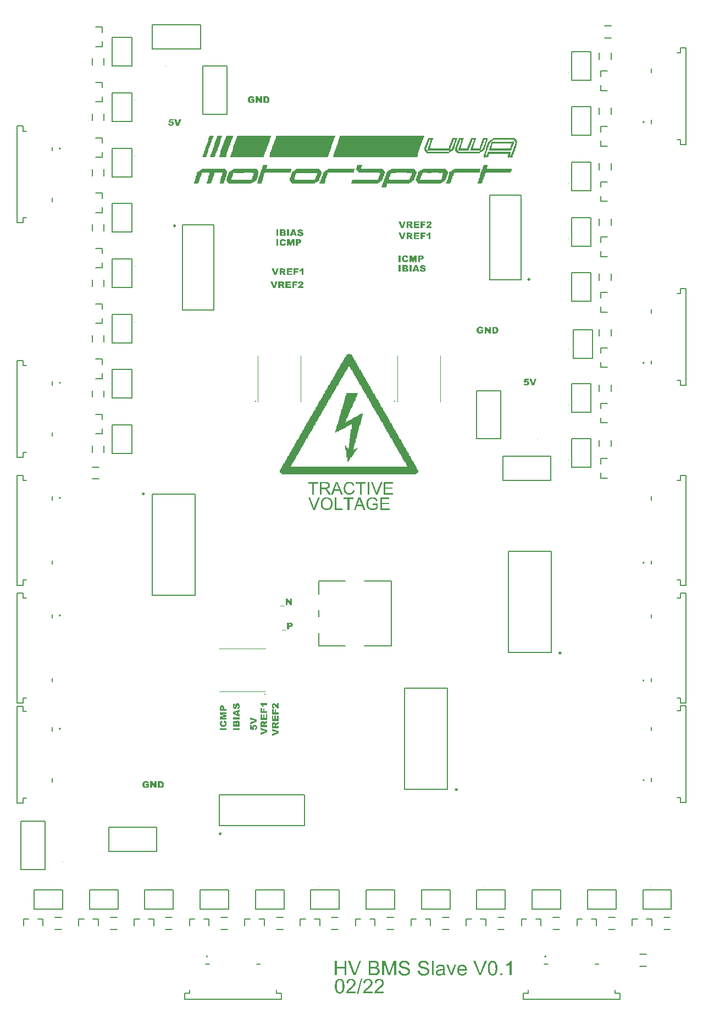
<source format=gto>
G04*
G04 #@! TF.GenerationSoftware,Altium Limited,Altium Designer,22.0.2 (36)*
G04*
G04 Layer_Color=65535*
%FSLAX25Y25*%
%MOIN*%
G70*
G04*
G04 #@! TF.SameCoordinates,BDA990A8-0A96-437A-976C-4807BF83E6F5*
G04*
G04*
G04 #@! TF.FilePolarity,Positive*
G04*
G01*
G75*
%ADD10C,0.00984*%
%ADD11C,0.00787*%
%ADD12C,0.00394*%
%ADD13C,0.01181*%
%ADD14C,0.00500*%
%ADD15C,0.00591*%
G36*
X134601Y526457D02*
X134295D01*
X134295Y525233D01*
X133988D01*
Y524927D01*
X133682D01*
Y523702D01*
X133376D01*
Y523090D01*
X133070Y523090D01*
Y521866D01*
X132764D01*
Y521560D01*
X132458D01*
Y520335D01*
X132152D01*
X132152Y519723D01*
X131846D01*
Y518499D01*
X131540D01*
Y517887D01*
X131234D01*
Y516663D01*
X130928D01*
Y516050D01*
X130622D01*
Y514826D01*
X130316D01*
Y514520D01*
X126337D01*
Y515438D01*
X126643D01*
X126643Y516357D01*
X126949Y516357D01*
Y517581D01*
X127255Y517581D01*
Y518499D01*
X127561D01*
Y519417D01*
X127867Y519417D01*
Y520029D01*
X128173D01*
Y521254D01*
X128479D01*
Y521560D01*
X128785D01*
Y522784D01*
X129091D01*
Y523396D01*
X129397D01*
Y524621D01*
X129703D01*
Y524927D01*
X130009D01*
X130009Y526151D01*
X130316D01*
Y527069D01*
X130622Y527069D01*
Y527375D01*
X134601D01*
Y526457D01*
D02*
G37*
G36*
X250604Y526763D02*
X250298D01*
Y526151D01*
X249991D01*
Y524927D01*
X249685D01*
Y524314D01*
X249379Y524314D01*
Y523090D01*
X249073Y523090D01*
Y522784D01*
X248767D01*
Y521560D01*
X248461D01*
X248461Y520948D01*
X248155D01*
Y519723D01*
X247849D01*
Y518805D01*
X247543D01*
Y517887D01*
X247237D01*
Y516663D01*
X246931D01*
Y516050D01*
X246625D01*
Y514826D01*
X246319D01*
Y514520D01*
X195816D01*
Y514826D01*
X195510D01*
Y515438D01*
X195816D01*
Y516663D01*
X196122Y516663D01*
Y517581D01*
X196428D01*
Y518499D01*
X196734D01*
Y519417D01*
X197040D01*
Y520029D01*
X197346D01*
Y521254D01*
X197652D01*
Y521866D01*
X197959D01*
X197959Y522784D01*
X198265D01*
X198265Y523702D01*
X198571D01*
X198571Y524314D01*
X198877D01*
Y525233D01*
X199183Y525233D01*
Y526457D01*
X199489D01*
Y527375D01*
X250604D01*
Y526763D01*
D02*
G37*
G36*
X122664Y527069D02*
X122970D01*
Y526763D01*
X122664D01*
Y526457D01*
X122358D01*
Y525233D01*
X122052Y525233D01*
Y524927D01*
X121745Y524927D01*
Y523396D01*
X121439D01*
Y523090D01*
X121133Y523090D01*
Y521560D01*
X120827D01*
Y521254D01*
X120521D01*
Y520029D01*
X120215D01*
Y519723D01*
X119909D01*
Y518499D01*
X119603D01*
Y517887D01*
X119297D01*
Y517275D01*
Y516969D01*
Y516663D01*
X118991Y516663D01*
X118991Y516050D01*
X118685Y516050D01*
Y514826D01*
X118379D01*
Y514520D01*
X116542D01*
Y514826D01*
X116236D01*
Y515132D01*
X116542D01*
Y516050D01*
X116848D01*
Y516663D01*
X117154D01*
Y518193D01*
X117460D01*
Y518499D01*
X117766D01*
Y519723D01*
X118072Y519723D01*
Y520948D01*
X118379D01*
Y521560D01*
X118685Y521560D01*
Y522478D01*
X118991D01*
X118991Y523090D01*
X119297D01*
Y524008D01*
X119603D01*
Y524927D01*
X119909D01*
Y526151D01*
X120215D01*
Y526763D01*
X120521D01*
Y527375D01*
X122664D01*
Y527069D01*
D02*
G37*
G36*
X157862Y526457D02*
X157556D01*
Y526151D01*
X157250D01*
Y524927D01*
X156944Y524927D01*
X156944Y524314D01*
X156638Y524314D01*
Y523090D01*
X156332Y523090D01*
Y522784D01*
X156026D01*
Y521560D01*
X155720D01*
Y520948D01*
X155414D01*
Y519723D01*
X155108D01*
X155108Y519111D01*
X154802D01*
Y517887D01*
X154496D01*
Y517581D01*
X154190D01*
Y516357D01*
X153884Y516357D01*
Y515744D01*
X153577D01*
Y514520D01*
X133070D01*
Y515438D01*
X133376Y515438D01*
Y516050D01*
X133682D01*
Y517275D01*
X133988D01*
Y517887D01*
X134295D01*
Y519111D01*
X134601D01*
Y519723D01*
X134907D01*
Y520948D01*
X135213D01*
Y522172D01*
X135519D01*
Y522478D01*
X135825Y522478D01*
Y523702D01*
X136131D01*
Y524314D01*
X136437D01*
X136437Y525539D01*
X136743D01*
Y526151D01*
X137049D01*
Y527069D01*
X137355D01*
Y527375D01*
X157862D01*
Y526457D01*
D02*
G37*
G36*
X128173Y526763D02*
X127867D01*
Y526151D01*
X127561D01*
Y524927D01*
X127255Y524927D01*
X127255Y524314D01*
X126949Y524314D01*
Y523396D01*
X126643D01*
Y522172D01*
X126337D01*
Y521560D01*
X126031D01*
Y520335D01*
X125724D01*
Y520029D01*
X125418D01*
Y518805D01*
Y518499D01*
X125112D01*
Y518193D01*
X124806Y518193D01*
Y516969D01*
X124500Y516969D01*
Y516663D01*
X124194D01*
Y515132D01*
X123888D01*
Y514826D01*
X123582D01*
Y514520D01*
X121133D01*
Y514826D01*
X120827D01*
Y515438D01*
X121133Y515438D01*
X121133Y516050D01*
X121439Y516050D01*
Y516663D01*
X121745D01*
Y517887D01*
X122052D01*
Y518499D01*
X122358D01*
Y519723D01*
X122664D01*
Y520335D01*
X122970D01*
Y521254D01*
X123276D01*
Y522172D01*
X123582Y522172D01*
Y523090D01*
X123888D01*
X123888Y523702D01*
X124194D01*
Y524621D01*
X124500D01*
X124500Y525539D01*
X124806D01*
Y526457D01*
X125112D01*
Y527375D01*
X128173D01*
Y526763D01*
D02*
G37*
G36*
X289169Y525539D02*
X289169Y525233D01*
X289169Y524314D01*
X288863D01*
Y523702D01*
X288557D01*
X288557Y522784D01*
X288251D01*
Y521866D01*
X287945D01*
Y520948D01*
X287639Y520948D01*
Y520335D01*
X287333Y520335D01*
X287333Y519111D01*
X287027D01*
X287027Y518805D01*
X286721Y518805D01*
Y518499D01*
X286108D01*
Y517887D01*
X285496D01*
Y517581D01*
X285190D01*
Y517275D01*
X284578D01*
Y516969D01*
X284272D01*
Y516663D01*
X270805D01*
Y516969D01*
X270499D01*
X270499Y517275D01*
X270193D01*
Y517887D01*
X269886D01*
Y518193D01*
X269580D01*
Y520335D01*
X269886D01*
Y520948D01*
X270193D01*
Y522172D01*
X270499D01*
X270499Y522784D01*
X270805D01*
Y524314D01*
X271417D01*
Y525539D01*
X271723D01*
Y526151D01*
X274478D01*
Y525845D01*
X274784D01*
Y525539D01*
X274478D01*
X274478Y524927D01*
X274171D01*
Y523702D01*
X273865D01*
Y522784D01*
X273559D01*
Y521866D01*
X273253D01*
X273253Y520948D01*
X272947Y520948D01*
Y520029D01*
X272641D01*
Y519723D01*
X276926D01*
Y520335D01*
X277232D01*
Y521254D01*
X277538D01*
Y522172D01*
X277844D01*
Y523090D01*
X278151Y523090D01*
Y523702D01*
X278457D01*
Y524621D01*
X278763D01*
Y525539D01*
X279069D01*
X279069Y526151D01*
X282130D01*
Y524927D01*
X281823D01*
Y524314D01*
X281517Y524314D01*
Y523090D01*
X281211D01*
Y522784D01*
X280905D01*
Y521560D01*
X280599Y521560D01*
Y520948D01*
X280293D01*
Y519723D01*
X284272D01*
Y520335D01*
X284578D01*
Y520948D01*
X284884D01*
Y522172D01*
X285190D01*
X285190Y522784D01*
X285496D01*
Y524008D01*
X285802D01*
Y524621D01*
X286108D01*
Y525845D01*
X286415D01*
Y526151D01*
X289169D01*
Y525539D01*
D02*
G37*
G36*
X196734Y526763D02*
X196428D01*
Y526151D01*
X196122D01*
Y525233D01*
X195816Y525233D01*
Y524008D01*
X195510D01*
Y523396D01*
X195204D01*
Y522478D01*
X194898Y522478D01*
Y521866D01*
X194592D01*
Y520948D01*
X194286D01*
Y520029D01*
X193980D01*
Y519111D01*
X193673D01*
Y518193D01*
X193367D01*
Y517275D01*
X193061D01*
X193061Y516357D01*
X192755Y516357D01*
Y515438D01*
X192449Y515438D01*
Y514826D01*
X192143D01*
Y514520D01*
X156944D01*
Y514826D01*
X156638D01*
Y515438D01*
X156944Y515438D01*
Y516050D01*
X157250D01*
Y517275D01*
X157556D01*
Y517887D01*
X157862D01*
X157862Y518805D01*
X158168D01*
Y519417D01*
X158475D01*
Y520948D01*
X158781D01*
Y521254D01*
X159087D01*
Y522478D01*
X159393D01*
Y523090D01*
X159699Y523090D01*
Y524314D01*
X160005D01*
Y524621D01*
X160311D01*
Y525845D01*
X160617D01*
Y526457D01*
X160923D01*
Y527375D01*
X196734D01*
Y526763D01*
D02*
G37*
G36*
X270805Y525233D02*
X270499D01*
X270499Y524314D01*
X270193D01*
Y523396D01*
X269886D01*
X269886Y522784D01*
X269580D01*
X269580Y521560D01*
X269274Y521560D01*
Y520948D01*
X268968D01*
Y519723D01*
X268662Y519723D01*
Y519111D01*
X268356D01*
Y518805D01*
X268050D01*
Y518499D01*
X267744D01*
X267744Y518193D01*
X267132D01*
Y517887D01*
X266520D01*
Y517275D01*
X265908D01*
Y516969D01*
X265601D01*
Y516663D01*
X252134D01*
Y516969D01*
X251828D01*
X251828Y517581D01*
X251522D01*
Y517887D01*
X251216D01*
Y518499D01*
X250910D01*
Y518805D01*
X250604Y518805D01*
Y519723D01*
X250910D01*
Y520335D01*
X251216Y520335D01*
Y521254D01*
X251522D01*
Y522172D01*
X251828Y522172D01*
X251828Y523090D01*
X252134Y523090D01*
Y523702D01*
X252440D01*
Y524621D01*
X252746D01*
Y525539D01*
X253052D01*
Y526151D01*
X256113D01*
Y524927D01*
X255807D01*
Y524621D01*
X255501D01*
Y523396D01*
X255195D01*
Y522784D01*
X254889D01*
X254889Y521560D01*
X254583Y521560D01*
X254583Y521254D01*
X254276D01*
Y519723D01*
X265601Y519723D01*
Y520029D01*
X265908D01*
Y521254D01*
X266213D01*
Y521866D01*
X266520D01*
Y523090D01*
X266826Y523090D01*
Y523396D01*
X267132D01*
Y524621D01*
X267438D01*
Y525539D01*
X267744D01*
Y526151D01*
X270805D01*
Y525233D01*
D02*
G37*
G36*
X305697Y525539D02*
X306310D01*
Y524927D01*
X306616D01*
Y524314D01*
X306922D01*
Y523702D01*
X307228D01*
X307228Y523090D01*
X306922D01*
Y521560D01*
X306616D01*
Y521254D01*
X306310D01*
Y520029D01*
X306003D01*
Y519417D01*
X305697D01*
Y518193D01*
X305391Y518193D01*
Y517581D01*
X305085Y517581D01*
X305085Y516357D01*
X304779Y516357D01*
Y516050D01*
X304473Y516050D01*
X304473Y514520D01*
X303861D01*
Y514214D01*
X303249D01*
Y514520D01*
X302025D01*
Y514214D01*
X301412Y514214D01*
Y514826D01*
X301106D01*
Y515132D01*
X301412D01*
Y516050D01*
X301718D01*
Y516357D01*
X290088D01*
X290088Y516050D01*
X289781D01*
Y514826D01*
X289475D01*
Y514520D01*
X288251D01*
Y514214D01*
X287945D01*
X287945Y514520D01*
X287333D01*
Y514214D01*
X286721Y514214D01*
Y516050D01*
X287027Y516050D01*
Y516663D01*
X287333D01*
Y517887D01*
X287639D01*
Y518499D01*
X287945D01*
X287945Y519723D01*
X288251D01*
Y520335D01*
X288557D01*
Y521560D01*
X288863D01*
Y522172D01*
X289169D01*
X289169Y523090D01*
X289475D01*
Y523702D01*
X290088D01*
Y524008D01*
X290394D01*
Y524314D01*
X290700D01*
Y524621D01*
X291006D01*
Y524927D01*
X291618D01*
Y525233D01*
X291924D01*
X291924Y525539D01*
X292536D01*
X292536Y526151D01*
X305697D01*
Y525539D01*
D02*
G37*
G36*
X284884Y506562D02*
X284578D01*
Y505950D01*
X284272D01*
Y505032D01*
X272029D01*
X271723Y505032D01*
X268968D01*
X268968Y504726D01*
X268662D01*
Y504113D01*
X268356D01*
X268356Y503195D01*
X268050D01*
Y502583D01*
X267744D01*
Y501359D01*
X267438D01*
Y500747D01*
X267132D01*
Y499522D01*
X266826D01*
Y498910D01*
X266520Y498910D01*
Y498298D01*
X263765D01*
Y498604D01*
X264071D01*
Y499522D01*
X264377D01*
Y500441D01*
X264683D01*
Y500747D01*
X264989D01*
Y502277D01*
X265295D01*
Y503501D01*
X265601D01*
Y503807D01*
X265908D01*
Y505338D01*
X266213D01*
Y505644D01*
X267132D01*
Y505950D01*
X267438D01*
Y506256D01*
X267744D01*
Y506562D01*
X268356D01*
Y507174D01*
X268968Y507174D01*
X268968Y507480D01*
X284884D01*
Y506562D01*
D02*
G37*
G36*
X263765Y506868D02*
X264071D01*
Y506562D01*
X264377D01*
Y505950D01*
X264683D01*
Y505644D01*
X264989D01*
Y504113D01*
X264683D01*
Y503501D01*
X264377D01*
Y502277D01*
X264071D01*
Y501359D01*
X263765D01*
Y500747D01*
X263459D01*
Y500441D01*
X263153D01*
Y500135D01*
X262847D01*
Y499828D01*
X262541D01*
Y499522D01*
X261929D01*
Y499216D01*
X261622D01*
X261622Y498910D01*
X261316D01*
Y498604D01*
X260704D01*
Y498298D01*
X246931D01*
Y498604D01*
X246625D01*
Y499216D01*
X246319D01*
X246319Y499522D01*
X246012D01*
Y500135D01*
X245706D01*
Y500441D01*
X245400D01*
Y501053D01*
X245706D01*
Y501665D01*
X246012Y501665D01*
Y503195D01*
X246319D01*
X246319Y503501D01*
X246625D01*
Y504726D01*
X246931D01*
Y505032D01*
X247237D01*
Y505644D01*
X247849D01*
Y505950D01*
X248155D01*
Y506256D01*
X248767D01*
Y506562D01*
X249073D01*
Y506868D01*
X249379Y506868D01*
Y507174D01*
X249991D01*
Y507480D01*
X263765D01*
X263765Y506868D01*
D02*
G37*
G36*
X244788D02*
X245094D01*
Y506562D01*
X245400D01*
Y505644D01*
X246012D01*
Y504420D01*
X245706Y504420D01*
Y503807D01*
X245400D01*
Y502583D01*
X245094D01*
Y501971D01*
X244788D01*
Y500747D01*
X244482D01*
Y500441D01*
X244176D01*
Y500135D01*
X243564D01*
Y499828D01*
X243258D01*
Y499522D01*
X242952Y499522D01*
Y499216D01*
X242340D01*
Y498910D01*
X242034D01*
Y498604D01*
X241727D01*
Y498298D01*
X228260D01*
Y497074D01*
X227648D01*
X227648Y496156D01*
X224893D01*
X224893Y496768D01*
X225199D01*
Y497686D01*
X225505D01*
X225505Y498604D01*
X225811D01*
Y499522D01*
X226117Y499522D01*
Y500441D01*
X226424D01*
Y501359D01*
X226730D01*
Y501971D01*
X227036D01*
Y503195D01*
X227342D01*
Y504113D01*
X227648D01*
X227648Y505032D01*
X227954D01*
Y505338D01*
X228260Y505338D01*
X228260Y505644D01*
X228872D01*
Y505950D01*
X229178D01*
Y506256D01*
X229484D01*
Y506562D01*
X230097D01*
Y506868D01*
X230403D01*
X230403Y507174D01*
X230709D01*
Y507480D01*
X244788D01*
X244788Y506868D01*
D02*
G37*
G36*
X130009D02*
X130316D01*
Y506562D01*
X130622D01*
Y505950D01*
X130928D01*
Y505644D01*
X131234D01*
Y504420D01*
X130928D01*
Y503807D01*
X130622D01*
Y502583D01*
X130316D01*
X130316Y501971D01*
X130009D01*
Y500747D01*
X129703D01*
Y500135D01*
X129397D01*
X129397Y498910D01*
X129091D01*
Y498298D01*
X126643D01*
Y499522D01*
X126949D01*
Y500747D01*
X127255D01*
X127255Y501359D01*
X127561D01*
Y502583D01*
X127867D01*
Y503195D01*
X128173D01*
Y503501D01*
Y504420D01*
X128479D01*
Y505032D01*
X123582Y505032D01*
Y504420D01*
X123276Y504420D01*
Y503807D01*
X122970D01*
Y502583D01*
X122664D01*
Y501971D01*
X122358D01*
Y500747D01*
X122052Y500747D01*
Y500135D01*
X121745D01*
X121745Y498910D01*
X121439Y498910D01*
Y498604D01*
X121133Y498604D01*
X121133Y498298D01*
X118685D01*
Y499522D01*
X118991D01*
Y500135D01*
X119297D01*
Y501359D01*
X119603D01*
Y501971D01*
X119909D01*
Y503195D01*
X120215D01*
Y503807D01*
X120521D01*
Y505032D01*
X115930D01*
Y504726D01*
X115624D01*
X115624Y503807D01*
X115318D01*
Y502889D01*
X115012D01*
Y502277D01*
X114706D01*
X114706Y501359D01*
X114400D01*
Y500135D01*
X114093D01*
Y499216D01*
X113787D01*
Y498604D01*
X113481D01*
X113481Y498298D01*
X111033D01*
Y499522D01*
X111339Y499522D01*
Y500135D01*
X111645D01*
Y501359D01*
X111951D01*
X111951Y501971D01*
X112257D01*
Y503195D01*
X112563D01*
Y503501D01*
X112869Y503501D01*
X112869Y505032D01*
X113175Y505032D01*
Y505338D01*
X113481Y505338D01*
X113481Y505644D01*
X114093D01*
Y505950D01*
X114706D01*
Y506562D01*
X115318D01*
Y506868D01*
X115624D01*
Y507174D01*
X115930Y507174D01*
Y507480D01*
X130009D01*
X130009Y506868D01*
D02*
G37*
G36*
X289169Y508398D02*
X288863D01*
Y507480D01*
X303861D01*
Y505950D01*
X303555D01*
Y505644D01*
X303249D01*
Y505032D01*
X302025D01*
X287945Y505032D01*
X287945Y504726D01*
X287639D01*
Y504113D01*
X287333D01*
X287333Y502889D01*
X287027D01*
Y502277D01*
X286721Y502277D01*
Y501053D01*
X286415D01*
X286415Y500747D01*
X286108D01*
Y499216D01*
X285802D01*
Y498604D01*
X285496D01*
Y498298D01*
X283048D01*
Y499522D01*
X283354D01*
Y500135D01*
X283660D01*
Y501359D01*
X283966D01*
X283966Y501971D01*
X284272D01*
Y503195D01*
X284578D01*
Y503807D01*
X284884D01*
Y505032D01*
X285190Y505032D01*
Y505644D01*
X285496D01*
Y506562D01*
X285802D01*
Y507174D01*
X286108D01*
Y508398D01*
X286415D01*
Y509011D01*
X286721D01*
Y509623D01*
X289169D01*
Y508398D01*
D02*
G37*
G36*
X208365Y507174D02*
X208671Y507174D01*
Y506868D01*
X208365D01*
Y506562D01*
X208059D01*
Y505032D01*
X201938D01*
X201631Y505032D01*
X192143D01*
Y503807D01*
X191837D01*
Y503195D01*
X191531D01*
Y501971D01*
X191225D01*
Y501359D01*
X190919D01*
Y500135D01*
X190613D01*
Y499522D01*
X190307D01*
Y498298D01*
X187246D01*
Y498910D01*
X187552D01*
X187552Y499522D01*
X187858D01*
Y500747D01*
X188164D01*
X188164Y501053D01*
X188470D01*
Y502583D01*
X188776D01*
Y502889D01*
X189082D01*
Y504420D01*
X189388Y504420D01*
X189388Y504726D01*
X189694D01*
X189694Y505644D01*
X190613D01*
Y505950D01*
X190919D01*
Y506256D01*
X191531D01*
Y506562D01*
X191837D01*
Y506868D01*
X192143D01*
Y507174D01*
X192449D01*
X192449Y507480D01*
X208365D01*
X208365Y507174D01*
D02*
G37*
G36*
X155414Y508398D02*
X155108D01*
X155108Y508092D01*
X155108Y507786D01*
X154802D01*
Y507480D01*
X170106D01*
Y505950D01*
X169799D01*
Y505032D01*
X154190Y505032D01*
X154190Y504726D01*
X153884D01*
Y504420D01*
X153577D01*
Y503195D01*
X153271D01*
Y502583D01*
X152965D01*
Y501359D01*
X152659D01*
Y500135D01*
X152353D01*
Y499522D01*
X152047D01*
Y498298D01*
X149292D01*
Y499216D01*
X149598D01*
Y500441D01*
X149905D01*
Y500747D01*
X150210D01*
Y501971D01*
X150517D01*
X150517Y502889D01*
X150823D01*
Y503807D01*
X151129D01*
Y504726D01*
X151435D01*
Y505644D01*
X151741D01*
Y506562D01*
X152047D01*
Y507480D01*
X152353D01*
Y508398D01*
X152659D01*
Y509317D01*
X152965D01*
Y509623D01*
X155414D01*
Y508398D01*
D02*
G37*
G36*
X187246Y506868D02*
X187552D01*
X187552Y506562D01*
X187858D01*
Y505950D01*
X188164D01*
Y505644D01*
X188470D01*
Y504113D01*
X188164D01*
Y503195D01*
X187858D01*
Y502277D01*
X187552D01*
X187552Y501665D01*
X187246D01*
Y500747D01*
X186940Y500747D01*
Y500135D01*
X186328D01*
Y499828D01*
X186021D01*
Y499522D01*
X185409D01*
Y499216D01*
X185103D01*
Y498910D01*
X184491D01*
Y498298D01*
X170412D01*
Y498604D01*
X170106D01*
Y499216D01*
X169799D01*
Y499828D01*
X169493D01*
Y500135D01*
X169187D01*
Y501665D01*
X169493D01*
Y502277D01*
X169799Y502277D01*
Y503501D01*
X170106D01*
Y504420D01*
X170412D01*
Y505338D01*
X170718D01*
Y505644D01*
X171330D01*
Y505950D01*
X171942D01*
Y506562D01*
X172554D01*
Y506868D01*
X172860Y506868D01*
Y507174D01*
X173166D01*
Y507480D01*
X187246D01*
Y506868D01*
D02*
G37*
G36*
X212956Y509011D02*
X212650D01*
Y508398D01*
X212344D01*
X212344Y507480D01*
X225505D01*
Y507174D01*
X225811Y507174D01*
Y506562D01*
X226117D01*
Y506256D01*
X226424D01*
Y505644D01*
X226730D01*
Y505338D01*
X227036D01*
Y504726D01*
X226730D01*
Y504420D01*
X226424D01*
Y503195D01*
X226117D01*
Y502583D01*
X225811D01*
Y501359D01*
X225505D01*
X225505Y500747D01*
X225199D01*
Y500135D01*
X224587D01*
Y499828D01*
X223975D01*
Y499522D01*
X223669D01*
Y499216D01*
X223363D01*
Y498910D01*
X223057D01*
Y498604D01*
X222751D01*
X222751Y498298D01*
X206529D01*
Y498910D01*
X206835D01*
Y500135D01*
X207141D01*
Y500747D01*
X222751Y500747D01*
X222751Y501665D01*
X223057D01*
Y502583D01*
X223363D01*
Y503501D01*
X223669D01*
Y504420D01*
X223975D01*
Y504726D01*
X223363D01*
Y505032D01*
X222139Y505032D01*
X221832D01*
X210814Y505032D01*
Y505644D01*
X210508D01*
Y505950D01*
X210202D01*
Y506256D01*
X209895D01*
Y506868D01*
X209589D01*
Y507786D01*
X209895D01*
Y509011D01*
X210202D01*
X210202Y509623D01*
X212956D01*
X212956Y509011D01*
D02*
G37*
G36*
X148986Y507174D02*
X149292Y507174D01*
Y506868D01*
X149598D01*
Y506256D01*
X149905D01*
Y505950D01*
X150210D01*
Y503807D01*
X149905D01*
Y503195D01*
X149598D01*
Y501971D01*
X149292D01*
Y501359D01*
X148986D01*
Y500441D01*
X148680D01*
Y500135D01*
X148068D01*
Y499828D01*
X147762D01*
Y499522D01*
X147150Y499522D01*
Y498910D01*
X146538Y498910D01*
Y498604D01*
X145925D01*
X145925Y498298D01*
X132152D01*
X132152Y498604D01*
X131846D01*
Y499216D01*
X131540D01*
X131540Y499522D01*
X131234Y499522D01*
Y500135D01*
X130928D01*
X130928Y501359D01*
X131234D01*
Y502583D01*
X131540D01*
Y503195D01*
X131846D01*
Y504420D01*
X132152D01*
Y505032D01*
X132458D01*
Y505644D01*
X133070D01*
Y505950D01*
X133682D01*
Y506256D01*
X133988D01*
Y506562D01*
X134295D01*
Y506868D01*
X134907D01*
X134907Y507174D01*
X135213D01*
Y507480D01*
X148986D01*
X148986Y507174D01*
D02*
G37*
G36*
X205830Y394915D02*
Y394773D01*
Y394631D01*
X206684D01*
Y394488D01*
Y394346D01*
X206969D01*
Y394203D01*
Y394061D01*
Y393919D01*
Y393776D01*
Y393634D01*
Y393492D01*
X207396D01*
Y393349D01*
Y393207D01*
X207823D01*
Y393064D01*
Y392922D01*
Y392780D01*
Y392637D01*
Y392495D01*
Y392353D01*
X208108D01*
Y392210D01*
Y392068D01*
Y391925D01*
Y391783D01*
Y391641D01*
X208535D01*
Y391498D01*
Y391356D01*
Y391213D01*
Y391071D01*
Y390929D01*
X208962D01*
Y390786D01*
Y390644D01*
Y390502D01*
X209247D01*
Y390359D01*
Y390217D01*
Y390074D01*
Y389932D01*
Y389790D01*
X209674D01*
Y389647D01*
Y389505D01*
Y389363D01*
Y389220D01*
Y389078D01*
Y388935D01*
X210101D01*
Y388793D01*
Y388651D01*
Y388508D01*
Y388366D01*
Y388224D01*
X210386D01*
Y388081D01*
Y387939D01*
Y387796D01*
X210813D01*
Y387654D01*
Y387512D01*
Y387369D01*
Y387227D01*
Y387085D01*
X211240D01*
Y386942D01*
Y386800D01*
Y386658D01*
Y386515D01*
Y386373D01*
X211525D01*
Y386230D01*
Y386088D01*
Y385946D01*
Y385803D01*
Y385661D01*
Y385519D01*
X211952D01*
Y385376D01*
Y385234D01*
X212379D01*
Y385091D01*
Y384949D01*
Y384807D01*
Y384664D01*
Y384522D01*
Y384380D01*
X212664D01*
Y384237D01*
Y384095D01*
Y383952D01*
Y383810D01*
Y383668D01*
X213091D01*
Y383525D01*
Y383383D01*
Y383241D01*
X213518D01*
Y383098D01*
Y382956D01*
Y382813D01*
Y382671D01*
Y382529D01*
X213803D01*
Y382386D01*
Y382244D01*
Y382101D01*
Y381959D01*
Y381817D01*
X214230D01*
Y381674D01*
Y381532D01*
Y381390D01*
Y381247D01*
Y381105D01*
Y380962D01*
X214657D01*
Y380820D01*
Y380678D01*
Y380535D01*
X214942D01*
Y380393D01*
Y380251D01*
Y380108D01*
Y379966D01*
Y379823D01*
X215369D01*
Y379681D01*
Y379539D01*
Y379396D01*
Y379254D01*
Y379112D01*
X215796D01*
Y378969D01*
Y378827D01*
Y378684D01*
Y378542D01*
Y378400D01*
Y378257D01*
X216081D01*
Y378115D01*
Y377973D01*
X216508D01*
Y377830D01*
Y377688D01*
Y377545D01*
Y377403D01*
Y377261D01*
Y377118D01*
X216935D01*
Y376976D01*
Y376834D01*
Y376691D01*
Y376549D01*
Y376406D01*
X217220D01*
Y376264D01*
Y376122D01*
Y375979D01*
Y375837D01*
Y375694D01*
X217647D01*
Y375552D01*
Y375410D01*
Y375267D01*
X218074D01*
Y375125D01*
Y374983D01*
Y374840D01*
Y374698D01*
Y374555D01*
X218359D01*
Y374413D01*
Y374271D01*
Y374128D01*
Y373986D01*
Y373844D01*
Y373701D01*
X218786D01*
Y373559D01*
Y373416D01*
Y373274D01*
Y373132D01*
Y372989D01*
X219213D01*
Y372847D01*
Y372705D01*
Y372562D01*
X219498D01*
Y372420D01*
Y372277D01*
Y372135D01*
Y371993D01*
Y371850D01*
X219925D01*
Y371708D01*
Y371566D01*
Y371423D01*
Y371281D01*
Y371139D01*
X220352D01*
Y370996D01*
Y370854D01*
Y370711D01*
X220637D01*
Y370569D01*
Y370427D01*
Y370284D01*
Y370142D01*
Y370000D01*
X221064D01*
Y369857D01*
Y369715D01*
Y369572D01*
Y369430D01*
Y369288D01*
Y369145D01*
X221491D01*
Y369003D01*
Y368861D01*
Y368718D01*
Y368576D01*
Y368433D01*
X221776D01*
Y368291D01*
Y368149D01*
Y368006D01*
X222203D01*
Y367864D01*
Y367722D01*
Y367579D01*
Y367437D01*
Y367294D01*
X222630D01*
Y367152D01*
Y367010D01*
Y366867D01*
Y366725D01*
Y366582D01*
X223058D01*
Y366440D01*
Y366298D01*
Y366155D01*
Y366013D01*
Y365871D01*
Y365728D01*
X223342D01*
Y365586D01*
Y365443D01*
X223769D01*
Y365301D01*
Y365159D01*
Y365016D01*
Y364874D01*
Y364732D01*
Y364589D01*
X224197D01*
Y364447D01*
Y364304D01*
Y364162D01*
Y364020D01*
Y363877D01*
X224481D01*
Y363735D01*
Y363593D01*
Y363450D01*
Y363308D01*
Y363165D01*
X224908D01*
Y363023D01*
Y362881D01*
Y362738D01*
X225336D01*
Y362596D01*
Y362454D01*
Y362311D01*
Y362169D01*
Y362026D01*
X225620D01*
Y361884D01*
Y361742D01*
Y361599D01*
Y361457D01*
Y361315D01*
Y361172D01*
X226047D01*
Y361030D01*
Y360887D01*
Y360745D01*
Y360603D01*
Y360460D01*
X226474D01*
Y360318D01*
Y360176D01*
Y360033D01*
X226759D01*
Y359891D01*
Y359748D01*
Y359606D01*
Y359464D01*
Y359321D01*
X227186D01*
Y359179D01*
Y359036D01*
Y358894D01*
Y358752D01*
Y358609D01*
X227613D01*
Y358467D01*
Y358325D01*
Y358182D01*
X227898D01*
Y358040D01*
Y357897D01*
Y357755D01*
Y357613D01*
Y357470D01*
X228325D01*
Y357328D01*
Y357186D01*
Y357043D01*
Y356901D01*
Y356758D01*
Y356616D01*
X228752D01*
Y356474D01*
Y356331D01*
Y356189D01*
Y356047D01*
Y355904D01*
X229037D01*
Y355762D01*
Y355620D01*
Y355477D01*
X229464D01*
Y355335D01*
Y355192D01*
Y355050D01*
Y354908D01*
Y354765D01*
X229892D01*
Y354623D01*
Y354481D01*
Y354338D01*
Y354196D01*
Y354053D01*
X230176D01*
Y353911D01*
Y353769D01*
Y353626D01*
Y353484D01*
Y353342D01*
Y353199D01*
X230603D01*
Y353057D01*
Y352914D01*
X231031D01*
Y352772D01*
Y352630D01*
Y352487D01*
Y352345D01*
Y352203D01*
Y352060D01*
X231315D01*
Y351918D01*
Y351775D01*
Y351633D01*
Y351491D01*
Y351348D01*
X231742D01*
Y351206D01*
Y351063D01*
Y350921D01*
Y350779D01*
Y350636D01*
Y350494D01*
X232170D01*
Y350352D01*
Y350209D01*
X232454D01*
Y350067D01*
Y349924D01*
Y349782D01*
Y349640D01*
Y349497D01*
Y349355D01*
X232881D01*
Y349213D01*
Y349070D01*
Y348928D01*
Y348785D01*
Y348643D01*
X233309D01*
Y348501D01*
Y348358D01*
Y348216D01*
X233593D01*
Y348074D01*
Y347931D01*
Y347789D01*
Y347646D01*
Y347504D01*
X234020D01*
Y347362D01*
Y347219D01*
Y347077D01*
Y346935D01*
Y346792D01*
X234448D01*
Y346650D01*
Y346508D01*
Y346365D01*
Y346223D01*
Y346080D01*
Y345938D01*
X234732D01*
Y345796D01*
Y345653D01*
X235159D01*
Y345511D01*
Y345368D01*
Y345226D01*
Y345084D01*
Y344941D01*
Y344799D01*
X235587D01*
Y344657D01*
Y344514D01*
Y344372D01*
Y344229D01*
Y344087D01*
X235871D01*
Y343945D01*
Y343802D01*
Y343660D01*
Y343518D01*
Y343375D01*
X236298D01*
Y343233D01*
Y343090D01*
Y342948D01*
X236726D01*
Y342806D01*
Y342663D01*
Y342521D01*
Y342378D01*
Y342236D01*
X237010D01*
Y342094D01*
Y341951D01*
Y341809D01*
Y341667D01*
Y341524D01*
Y341382D01*
X237438D01*
Y341240D01*
Y341097D01*
Y340955D01*
Y340812D01*
Y340670D01*
X237865D01*
Y340528D01*
Y340385D01*
Y340243D01*
X238149D01*
Y340101D01*
Y339958D01*
Y339816D01*
Y339673D01*
Y339531D01*
X238577D01*
Y339389D01*
Y339246D01*
Y339104D01*
Y338962D01*
Y338819D01*
X239004D01*
Y338677D01*
Y338534D01*
Y338392D01*
Y338250D01*
Y338107D01*
Y337965D01*
X239288D01*
Y337823D01*
Y337680D01*
X239716D01*
Y337538D01*
Y337395D01*
Y337253D01*
Y337111D01*
Y336968D01*
Y336826D01*
X240143D01*
Y336684D01*
Y336541D01*
Y336399D01*
Y336256D01*
Y336114D01*
X240427D01*
Y335972D01*
Y335829D01*
Y335687D01*
X240855D01*
Y335544D01*
Y335402D01*
Y335260D01*
Y335117D01*
Y334975D01*
X241282D01*
Y334833D01*
Y334690D01*
Y334548D01*
Y334405D01*
Y334263D01*
X241566D01*
Y334121D01*
Y333978D01*
Y333836D01*
Y333694D01*
Y333551D01*
Y333409D01*
X241993D01*
Y333266D01*
Y333124D01*
X242421D01*
Y332982D01*
Y332839D01*
Y332697D01*
Y332555D01*
Y332412D01*
Y332270D01*
X242705D01*
Y332127D01*
Y331985D01*
Y331843D01*
Y331700D01*
Y331558D01*
X243132D01*
Y331416D01*
Y331273D01*
Y331131D01*
Y330989D01*
Y330846D01*
X243560D01*
Y330704D01*
Y330561D01*
Y330419D01*
X243844D01*
Y330277D01*
Y330134D01*
Y329992D01*
Y329849D01*
Y329707D01*
X244271D01*
Y329565D01*
Y329422D01*
Y329280D01*
Y329138D01*
Y328995D01*
Y328853D01*
X244699D01*
Y328710D01*
Y328568D01*
Y328426D01*
Y328283D01*
Y328141D01*
X244983D01*
Y327999D01*
Y327856D01*
Y327714D01*
X245410D01*
Y327571D01*
Y327429D01*
Y327287D01*
Y327144D01*
Y327002D01*
X245838D01*
Y326859D01*
Y326717D01*
Y326575D01*
Y326432D01*
Y326290D01*
X246122D01*
Y326148D01*
Y326005D01*
Y325863D01*
Y325721D01*
Y325578D01*
Y325436D01*
X246550D01*
Y325293D01*
Y325151D01*
Y325009D01*
Y324866D01*
Y324724D01*
X246977D01*
Y324582D01*
Y324439D01*
Y324297D01*
Y324154D01*
Y324012D01*
Y323870D01*
Y323727D01*
Y323585D01*
Y323443D01*
Y323300D01*
Y323158D01*
X246550D01*
Y323015D01*
Y322873D01*
Y322731D01*
X246122D01*
Y322588D01*
Y322446D01*
X245838D01*
Y322304D01*
Y322161D01*
Y322019D01*
X164399D01*
Y322161D01*
Y322304D01*
Y322446D01*
X163971D01*
Y322588D01*
Y322731D01*
X163687D01*
Y322873D01*
Y323015D01*
Y323158D01*
X163259D01*
Y323300D01*
Y323443D01*
Y323585D01*
Y323727D01*
Y323870D01*
Y324012D01*
Y324154D01*
Y324297D01*
Y324439D01*
Y324582D01*
Y324724D01*
Y324866D01*
Y325009D01*
Y325151D01*
X163687D01*
Y325293D01*
Y325436D01*
Y325578D01*
Y325721D01*
Y325863D01*
X163971D01*
Y326005D01*
Y326148D01*
Y326290D01*
X164399D01*
Y326432D01*
Y326575D01*
Y326717D01*
Y326859D01*
Y327002D01*
X164826D01*
Y327144D01*
Y327287D01*
Y327429D01*
Y327571D01*
Y327714D01*
X165110D01*
Y327856D01*
Y327999D01*
Y328141D01*
Y328283D01*
Y328426D01*
Y328568D01*
X165538D01*
Y328710D01*
Y328853D01*
X165965D01*
Y328995D01*
Y329138D01*
Y329280D01*
Y329422D01*
Y329565D01*
Y329707D01*
X166392D01*
Y329849D01*
Y329992D01*
Y330134D01*
Y330277D01*
Y330419D01*
X166677D01*
Y330561D01*
Y330704D01*
Y330846D01*
X167104D01*
Y330989D01*
Y331131D01*
Y331273D01*
Y331416D01*
Y331558D01*
X167531D01*
Y331700D01*
Y331843D01*
Y331985D01*
Y332127D01*
Y332270D01*
X167816D01*
Y332412D01*
Y332555D01*
Y332697D01*
Y332839D01*
Y332982D01*
Y333124D01*
X168243D01*
Y333266D01*
Y333409D01*
X168670D01*
Y333551D01*
Y333694D01*
Y333836D01*
Y333978D01*
Y334121D01*
Y334263D01*
X168955D01*
Y334405D01*
Y334548D01*
Y334690D01*
Y334833D01*
Y334975D01*
X169382D01*
Y335117D01*
Y335260D01*
Y335402D01*
Y335544D01*
Y335687D01*
X169809D01*
Y335829D01*
Y335972D01*
Y336114D01*
X170094D01*
Y336256D01*
Y336399D01*
Y336541D01*
Y336684D01*
Y336826D01*
X170521D01*
Y336968D01*
Y337111D01*
Y337253D01*
Y337395D01*
Y337538D01*
Y337680D01*
X170948D01*
Y337823D01*
Y337965D01*
Y338107D01*
Y338250D01*
Y338392D01*
X171233D01*
Y338534D01*
Y338677D01*
Y338819D01*
X171660D01*
Y338962D01*
Y339104D01*
Y339246D01*
Y339389D01*
Y339531D01*
X172087D01*
Y339673D01*
Y339816D01*
Y339958D01*
Y340101D01*
Y340243D01*
X172372D01*
Y340385D01*
Y340528D01*
Y340670D01*
Y340812D01*
Y340955D01*
Y341097D01*
X172799D01*
Y341240D01*
Y341382D01*
X173226D01*
Y341524D01*
Y341667D01*
Y341809D01*
Y341951D01*
Y342094D01*
Y342236D01*
X173511D01*
Y342378D01*
Y342521D01*
Y342663D01*
Y342806D01*
Y342948D01*
X173938D01*
Y343090D01*
Y343233D01*
Y343375D01*
X174365D01*
Y343518D01*
Y343660D01*
Y343802D01*
Y343945D01*
Y344087D01*
X174650D01*
Y344229D01*
Y344372D01*
Y344514D01*
Y344657D01*
Y344799D01*
X175077D01*
Y344941D01*
Y345084D01*
Y345226D01*
Y345368D01*
Y345511D01*
Y345653D01*
X175504D01*
Y345796D01*
Y345938D01*
X175789D01*
Y346080D01*
Y346223D01*
Y346365D01*
Y346508D01*
Y346650D01*
Y346792D01*
X176216D01*
Y346935D01*
Y347077D01*
Y347219D01*
Y347362D01*
Y347504D01*
X176643D01*
Y347646D01*
Y347789D01*
Y347931D01*
Y348074D01*
Y348216D01*
X176928D01*
Y348358D01*
Y348501D01*
Y348643D01*
X177355D01*
Y348785D01*
Y348928D01*
Y349070D01*
Y349213D01*
Y349355D01*
X177782D01*
Y349497D01*
Y349640D01*
Y349782D01*
Y349924D01*
Y350067D01*
Y350209D01*
X178067D01*
Y350352D01*
Y350494D01*
Y350636D01*
Y350779D01*
Y350921D01*
X178494D01*
Y351063D01*
Y351206D01*
Y351348D01*
X178921D01*
Y351491D01*
Y351633D01*
Y351775D01*
Y351918D01*
Y352060D01*
X179206D01*
Y352203D01*
Y352345D01*
Y352487D01*
Y352630D01*
Y352772D01*
Y352914D01*
X179633D01*
Y353057D01*
Y353199D01*
Y353342D01*
Y353484D01*
Y353626D01*
X180060D01*
Y353769D01*
Y353911D01*
Y354053D01*
X180345D01*
Y354196D01*
Y354338D01*
Y354481D01*
Y354623D01*
Y354765D01*
X180772D01*
Y354908D01*
Y355050D01*
Y355192D01*
Y355335D01*
Y355477D01*
X181199D01*
Y355620D01*
Y355762D01*
Y355904D01*
X181484D01*
Y356047D01*
Y356189D01*
Y356331D01*
Y356474D01*
Y356616D01*
X181911D01*
Y356758D01*
Y356901D01*
Y357043D01*
Y357186D01*
Y357328D01*
Y357470D01*
X182338D01*
Y357613D01*
Y357755D01*
Y357897D01*
Y358040D01*
Y358182D01*
X182623D01*
Y358325D01*
Y358467D01*
Y358609D01*
X183050D01*
Y358752D01*
Y358894D01*
Y359036D01*
Y359179D01*
Y359321D01*
X183477D01*
Y359464D01*
Y359606D01*
Y359748D01*
Y359891D01*
Y360033D01*
X183762D01*
Y360176D01*
Y360318D01*
Y360460D01*
Y360603D01*
Y360745D01*
Y360887D01*
X184189D01*
Y361030D01*
Y361172D01*
X184616D01*
Y361315D01*
Y361457D01*
Y361599D01*
Y361742D01*
Y361884D01*
Y362026D01*
X184901D01*
Y362169D01*
Y362311D01*
Y362454D01*
Y362596D01*
Y362738D01*
X185328D01*
Y362881D01*
Y363023D01*
Y363165D01*
Y363308D01*
Y363450D01*
X185755D01*
Y363593D01*
Y363735D01*
Y363877D01*
X186040D01*
Y364020D01*
Y364162D01*
Y364304D01*
Y364447D01*
Y364589D01*
X186467D01*
Y364732D01*
Y364874D01*
Y365016D01*
Y365159D01*
Y365301D01*
Y365443D01*
X186894D01*
Y365586D01*
Y365728D01*
Y365871D01*
Y366013D01*
Y366155D01*
X187179D01*
Y366298D01*
Y366440D01*
Y366582D01*
X187606D01*
Y366725D01*
Y366867D01*
Y367010D01*
Y367152D01*
Y367294D01*
X188033D01*
Y367437D01*
Y367579D01*
Y367722D01*
Y367864D01*
Y368006D01*
X188318D01*
Y368149D01*
Y368291D01*
Y368433D01*
X188745D01*
Y368576D01*
Y368718D01*
Y368861D01*
Y369003D01*
Y369145D01*
X189172D01*
Y369288D01*
Y369430D01*
Y369572D01*
Y369715D01*
Y369857D01*
Y370000D01*
X189457D01*
Y370142D01*
Y370284D01*
Y370427D01*
Y370569D01*
Y370711D01*
X189884D01*
Y370854D01*
Y370996D01*
Y371139D01*
X190311D01*
Y371281D01*
Y371423D01*
Y371566D01*
Y371708D01*
Y371850D01*
X190596D01*
Y371993D01*
Y372135D01*
Y372277D01*
Y372420D01*
Y372562D01*
X191023D01*
Y372705D01*
Y372847D01*
Y372989D01*
Y373132D01*
Y373274D01*
Y373416D01*
X191450D01*
Y373559D01*
Y373701D01*
X191735D01*
Y373844D01*
Y373986D01*
Y374128D01*
Y374271D01*
Y374413D01*
Y374555D01*
X192162D01*
Y374698D01*
Y374840D01*
Y374983D01*
Y375125D01*
Y375267D01*
X192589D01*
Y375410D01*
Y375552D01*
Y375694D01*
Y375837D01*
Y375979D01*
X192874D01*
Y376122D01*
Y376264D01*
Y376406D01*
X193301D01*
Y376549D01*
Y376691D01*
Y376834D01*
Y376976D01*
Y377118D01*
X193728D01*
Y377261D01*
Y377403D01*
Y377545D01*
Y377688D01*
Y377830D01*
Y377973D01*
X194013D01*
Y378115D01*
Y378257D01*
Y378400D01*
Y378542D01*
Y378684D01*
X194440D01*
Y378827D01*
Y378969D01*
Y379112D01*
X194867D01*
Y379254D01*
Y379396D01*
Y379539D01*
Y379681D01*
Y379823D01*
X195294D01*
Y379966D01*
Y380108D01*
Y380251D01*
Y380393D01*
Y380535D01*
X195579D01*
Y380678D01*
Y380820D01*
Y380962D01*
X196006D01*
Y381105D01*
Y381247D01*
Y381390D01*
Y381532D01*
Y381674D01*
Y381817D01*
X196433D01*
Y381959D01*
Y382101D01*
Y382244D01*
Y382386D01*
Y382529D01*
X196718D01*
Y382671D01*
Y382813D01*
Y382956D01*
Y383098D01*
Y383241D01*
X197145D01*
Y383383D01*
Y383525D01*
Y383668D01*
X197572D01*
Y383810D01*
Y383952D01*
Y384095D01*
Y384237D01*
Y384380D01*
X197857D01*
Y384522D01*
Y384664D01*
Y384807D01*
Y384949D01*
Y385091D01*
Y385234D01*
X198284D01*
Y385376D01*
Y385519D01*
Y385661D01*
Y385803D01*
Y385946D01*
X198711D01*
Y386088D01*
Y386230D01*
Y386373D01*
X198996D01*
Y386515D01*
Y386658D01*
Y386800D01*
Y386942D01*
Y387085D01*
X199423D01*
Y387227D01*
Y387369D01*
Y387512D01*
Y387654D01*
Y387796D01*
X199850D01*
Y387939D01*
Y388081D01*
Y388224D01*
Y388366D01*
Y388508D01*
Y388651D01*
X200135D01*
Y388793D01*
Y388935D01*
X200562D01*
Y389078D01*
Y389220D01*
Y389363D01*
Y389505D01*
Y389647D01*
Y389790D01*
X200989D01*
Y389932D01*
Y390074D01*
Y390217D01*
Y390359D01*
Y390502D01*
X201274D01*
Y390644D01*
Y390786D01*
Y390929D01*
X201701D01*
Y391071D01*
Y391213D01*
Y391356D01*
Y391498D01*
Y391641D01*
X202128D01*
Y391783D01*
Y391925D01*
Y392068D01*
Y392210D01*
Y392353D01*
X202413D01*
Y392495D01*
Y392637D01*
Y392780D01*
Y392922D01*
Y393064D01*
Y393207D01*
X202840D01*
Y393349D01*
Y393492D01*
X203267D01*
Y393634D01*
Y393776D01*
Y393919D01*
Y394061D01*
Y394203D01*
Y394346D01*
X203552D01*
Y394488D01*
Y394631D01*
X204406D01*
Y394773D01*
Y394915D01*
Y395058D01*
X205830D01*
Y394915D01*
D02*
G37*
G36*
X205574Y317547D02*
X205673Y317536D01*
X205793Y317525D01*
X205913Y317514D01*
X206055Y317482D01*
X206350Y317416D01*
X206678Y317318D01*
X206842Y317252D01*
X206995Y317176D01*
X207148Y317077D01*
X207301Y316979D01*
X207312Y316968D01*
X207334Y316957D01*
X207378Y316924D01*
X207432Y316870D01*
X207487Y316815D01*
X207563Y316738D01*
X207640Y316651D01*
X207728Y316564D01*
X207815Y316454D01*
X207902Y316323D01*
X208001Y316192D01*
X208088Y316050D01*
X208165Y315886D01*
X208252Y315722D01*
X208318Y315547D01*
X208383Y315350D01*
X207400Y315121D01*
Y315132D01*
X207389Y315154D01*
X207367Y315197D01*
X207345Y315252D01*
X207323Y315318D01*
X207290Y315405D01*
X207203Y315580D01*
X207094Y315777D01*
X206962Y315973D01*
X206798Y316159D01*
X206624Y316323D01*
X206602Y316345D01*
X206536Y316389D01*
X206427Y316443D01*
X206285Y316520D01*
X206099Y316585D01*
X205891Y316651D01*
X205640Y316695D01*
X205367Y316706D01*
X205279D01*
X205224Y316695D01*
X205148D01*
X205061Y316684D01*
X204853Y316651D01*
X204623Y316607D01*
X204383Y316531D01*
X204132Y316422D01*
X203902Y316279D01*
X203891D01*
X203880Y316258D01*
X203804Y316203D01*
X203705Y316115D01*
X203585Y315984D01*
X203443Y315820D01*
X203312Y315634D01*
X203191Y315405D01*
X203082Y315154D01*
Y315143D01*
X203071Y315121D01*
X203060Y315088D01*
X203049Y315033D01*
X203028Y314968D01*
X203006Y314891D01*
X202973Y314705D01*
X202929Y314487D01*
X202886Y314246D01*
X202864Y313984D01*
X202853Y313700D01*
Y313689D01*
Y313656D01*
Y313601D01*
Y313536D01*
X202864Y313459D01*
Y313361D01*
X202874Y313252D01*
X202886Y313131D01*
X202918Y312869D01*
X202973Y312585D01*
X203039Y312301D01*
X203126Y312017D01*
Y312006D01*
X203137Y311984D01*
X203159Y311951D01*
X203181Y311896D01*
X203246Y311765D01*
X203344Y311612D01*
X203465Y311437D01*
X203618Y311252D01*
X203793Y311088D01*
X204000Y310935D01*
X204011D01*
X204033Y310924D01*
X204066Y310902D01*
X204110Y310880D01*
X204164Y310858D01*
X204230Y310825D01*
X204383Y310760D01*
X204580Y310694D01*
X204798Y310640D01*
X205039Y310596D01*
X205290Y310585D01*
X205367D01*
X205432Y310596D01*
X205509D01*
X205585Y310607D01*
X205782Y310650D01*
X206012Y310705D01*
X206241Y310792D01*
X206481Y310913D01*
X206602Y310978D01*
X206711Y311066D01*
X206722Y311077D01*
X206733Y311088D01*
X206766Y311120D01*
X206809Y311153D01*
X206853Y311208D01*
X206908Y311273D01*
X206973Y311339D01*
X207028Y311426D01*
X207094Y311525D01*
X207170Y311634D01*
X207236Y311743D01*
X207301Y311875D01*
X207356Y312017D01*
X207411Y312170D01*
X207465Y312334D01*
X207509Y312509D01*
X208514Y312257D01*
Y312246D01*
X208504Y312203D01*
X208482Y312137D01*
X208449Y312049D01*
X208416Y311951D01*
X208372Y311831D01*
X208318Y311700D01*
X208252Y311558D01*
X208099Y311252D01*
X207902Y310946D01*
X207782Y310792D01*
X207662Y310640D01*
X207531Y310508D01*
X207378Y310377D01*
X207367Y310366D01*
X207345Y310344D01*
X207290Y310322D01*
X207236Y310279D01*
X207148Y310224D01*
X207061Y310170D01*
X206941Y310115D01*
X206820Y310060D01*
X206678Y309995D01*
X206525Y309940D01*
X206361Y309885D01*
X206186Y309831D01*
X206000Y309787D01*
X205804Y309765D01*
X205596Y309743D01*
X205378Y309732D01*
X205257D01*
X205170Y309743D01*
X205071D01*
X204951Y309754D01*
X204820Y309776D01*
X204667Y309798D01*
X204350Y309853D01*
X204022Y309940D01*
X203694Y310060D01*
X203541Y310137D01*
X203388Y310224D01*
X203377Y310235D01*
X203356Y310246D01*
X203312Y310279D01*
X203268Y310322D01*
X203202Y310366D01*
X203126Y310432D01*
X203039Y310508D01*
X202951Y310596D01*
X202864Y310694D01*
X202765Y310792D01*
X202569Y311044D01*
X202383Y311339D01*
X202219Y311667D01*
Y311678D01*
X202197Y311711D01*
X202186Y311765D01*
X202153Y311831D01*
X202131Y311918D01*
X202098Y312028D01*
X202055Y312148D01*
X202022Y312279D01*
X201989Y312421D01*
X201945Y312585D01*
X201891Y312924D01*
X201847Y313306D01*
X201825Y313700D01*
Y313711D01*
Y313755D01*
Y313820D01*
X201836Y313897D01*
Y314006D01*
X201847Y314115D01*
X201858Y314257D01*
X201880Y314399D01*
X201935Y314716D01*
X202011Y315066D01*
X202120Y315416D01*
X202273Y315755D01*
X202284Y315766D01*
X202295Y315798D01*
X202317Y315842D01*
X202361Y315897D01*
X202404Y315973D01*
X202459Y316061D01*
X202601Y316258D01*
X202787Y316476D01*
X203006Y316695D01*
X203257Y316913D01*
X203552Y317099D01*
X203563Y317110D01*
X203596Y317121D01*
X203640Y317143D01*
X203694Y317176D01*
X203782Y317208D01*
X203869Y317241D01*
X203978Y317285D01*
X204099Y317329D01*
X204230Y317372D01*
X204372Y317416D01*
X204678Y317482D01*
X205028Y317536D01*
X205388Y317558D01*
X205498D01*
X205574Y317547D01*
D02*
G37*
G36*
X222341Y309863D02*
X221292D01*
X218362Y317427D01*
X219455D01*
X221423Y311929D01*
Y311918D01*
X221434Y311896D01*
X221445Y311864D01*
X221466Y311820D01*
X221477Y311754D01*
X221499Y311689D01*
X221554Y311525D01*
X221620Y311339D01*
X221685Y311131D01*
X221816Y310694D01*
Y310705D01*
X221827Y310727D01*
X221838Y310760D01*
X221849Y310803D01*
X221882Y310924D01*
X221936Y311088D01*
X221991Y311273D01*
X222057Y311481D01*
X222133Y311700D01*
X222221Y311929D01*
X224275Y317427D01*
X225292D01*
X222341Y309863D01*
D02*
G37*
G36*
X231686Y316531D02*
X227216D01*
Y314225D01*
X231402D01*
Y313328D01*
X227216D01*
Y310760D01*
X231861D01*
Y309863D01*
X226210D01*
Y317427D01*
X231686D01*
Y316531D01*
D02*
G37*
G36*
X217379Y309863D02*
X216373D01*
Y317427D01*
X217379D01*
Y309863D01*
D02*
G37*
G36*
X215171Y316531D02*
X212679D01*
Y309863D01*
X211673D01*
Y316531D01*
X209181D01*
Y317427D01*
X215171D01*
Y316531D01*
D02*
G37*
G36*
X201312Y309863D02*
X200175D01*
X199290Y312159D01*
X196120D01*
X195300Y309863D01*
X194240D01*
X197125Y317427D01*
X198218D01*
X201312Y309863D01*
D02*
G37*
G36*
X191048Y317416D02*
X191147D01*
X191376Y317405D01*
X191617Y317372D01*
X191879Y317340D01*
X192119Y317285D01*
X192240Y317252D01*
X192338Y317219D01*
X192349D01*
X192360Y317208D01*
X192426Y317176D01*
X192524Y317132D01*
X192644Y317055D01*
X192775Y316957D01*
X192917Y316826D01*
X193049Y316673D01*
X193180Y316498D01*
Y316487D01*
X193191Y316476D01*
X193234Y316410D01*
X193278Y316301D01*
X193344Y316159D01*
X193398Y315995D01*
X193453Y315798D01*
X193486Y315591D01*
X193497Y315361D01*
Y315350D01*
Y315329D01*
Y315285D01*
X193486Y315230D01*
Y315154D01*
X193475Y315077D01*
X193431Y314891D01*
X193365Y314673D01*
X193278Y314443D01*
X193147Y314214D01*
X193059Y314104D01*
X192972Y313995D01*
X192961Y313984D01*
X192950Y313973D01*
X192917Y313940D01*
X192874Y313908D01*
X192819Y313864D01*
X192753Y313820D01*
X192666Y313766D01*
X192578Y313700D01*
X192469Y313645D01*
X192349Y313591D01*
X192218Y313525D01*
X192076Y313470D01*
X191912Y313427D01*
X191748Y313372D01*
X191562Y313339D01*
X191365Y313306D01*
X191387Y313296D01*
X191431Y313274D01*
X191496Y313230D01*
X191584Y313186D01*
X191781Y313066D01*
X191879Y312989D01*
X191966Y312924D01*
X191988Y312902D01*
X192043Y312847D01*
X192130Y312760D01*
X192240Y312651D01*
X192360Y312498D01*
X192502Y312334D01*
X192644Y312137D01*
X192797Y311918D01*
X194098Y309863D01*
X192852D01*
X191857Y311437D01*
Y311448D01*
X191835Y311470D01*
X191813Y311503D01*
X191781Y311547D01*
X191704Y311667D01*
X191606Y311820D01*
X191486Y311984D01*
X191365Y312159D01*
X191245Y312323D01*
X191136Y312476D01*
X191125Y312487D01*
X191092Y312530D01*
X191037Y312596D01*
X190961Y312672D01*
X190797Y312836D01*
X190709Y312913D01*
X190622Y312979D01*
X190611Y312989D01*
X190589Y313000D01*
X190545Y313022D01*
X190480Y313055D01*
X190414Y313088D01*
X190338Y313121D01*
X190163Y313175D01*
X190152D01*
X190130Y313186D01*
X190086D01*
X190032Y313197D01*
X189955Y313208D01*
X189868D01*
X189748Y313219D01*
X188458D01*
Y309863D01*
X187452D01*
Y317427D01*
X190961D01*
X191048Y317416D01*
D02*
G37*
G36*
X186403Y316531D02*
X183911D01*
Y309863D01*
X182905D01*
Y316531D01*
X180413D01*
Y317427D01*
X186403D01*
Y316531D01*
D02*
G37*
G36*
X219576Y308209D02*
X219663D01*
X219871Y308187D01*
X220100Y308154D01*
X220341Y308099D01*
X220603Y308034D01*
X220854Y307946D01*
X220865D01*
X220887Y307935D01*
X220920Y307925D01*
X220964Y307903D01*
X221084Y307837D01*
X221237Y307761D01*
X221401Y307651D01*
X221576Y307520D01*
X221740Y307378D01*
X221893Y307203D01*
X221915Y307181D01*
X221958Y307116D01*
X222024Y307017D01*
X222111Y306875D01*
X222199Y306700D01*
X222297Y306482D01*
X222395Y306241D01*
X222472Y305968D01*
X221565Y305728D01*
Y305738D01*
X221554Y305749D01*
X221543Y305782D01*
X221532Y305826D01*
X221499Y305924D01*
X221456Y306055D01*
X221390Y306208D01*
X221314Y306351D01*
X221237Y306504D01*
X221139Y306635D01*
X221128Y306646D01*
X221095Y306689D01*
X221029Y306744D01*
X220953Y306821D01*
X220854Y306908D01*
X220723Y306995D01*
X220581Y307083D01*
X220417Y307159D01*
X220395Y307170D01*
X220341Y307192D01*
X220242Y307225D01*
X220111Y307269D01*
X219958Y307301D01*
X219783Y307334D01*
X219586Y307356D01*
X219379Y307367D01*
X219259D01*
X219204Y307356D01*
X219138D01*
X218974Y307345D01*
X218789Y307312D01*
X218581Y307280D01*
X218384Y307225D01*
X218187Y307149D01*
X218166Y307137D01*
X218100Y307116D01*
X218013Y307061D01*
X217903Y307006D01*
X217772Y306919D01*
X217630Y306832D01*
X217499Y306722D01*
X217379Y306602D01*
X217368Y306591D01*
X217324Y306547D01*
X217269Y306471D01*
X217204Y306383D01*
X217127Y306274D01*
X217051Y306143D01*
X216974Y306001D01*
X216898Y305848D01*
Y305837D01*
X216887Y305815D01*
X216876Y305782D01*
X216854Y305728D01*
X216832Y305662D01*
X216810Y305586D01*
X216777Y305498D01*
X216756Y305400D01*
X216701Y305170D01*
X216657Y304908D01*
X216624Y304634D01*
X216614Y304328D01*
Y304318D01*
Y304285D01*
Y304230D01*
X216624Y304165D01*
Y304077D01*
X216635Y303968D01*
X216646Y303858D01*
X216657Y303738D01*
X216701Y303465D01*
X216756Y303181D01*
X216843Y302897D01*
X216952Y302623D01*
Y302612D01*
X216974Y302591D01*
X216985Y302558D01*
X217018Y302514D01*
X217094Y302394D01*
X217215Y302241D01*
X217357Y302077D01*
X217532Y301913D01*
X217739Y301760D01*
X217969Y301618D01*
X217980D01*
X218002Y301607D01*
X218035Y301585D01*
X218089Y301563D01*
X218144Y301541D01*
X218220Y301519D01*
X218395Y301454D01*
X218614Y301399D01*
X218854Y301345D01*
X219116Y301301D01*
X219390Y301290D01*
X219499D01*
X219565Y301301D01*
X219630D01*
X219794Y301323D01*
X219991Y301345D01*
X220199Y301388D01*
X220428Y301454D01*
X220658Y301530D01*
X220669D01*
X220690Y301541D01*
X220712Y301552D01*
X220756Y301574D01*
X220876Y301629D01*
X221007Y301694D01*
X221160Y301771D01*
X221324Y301858D01*
X221477Y301957D01*
X221609Y302066D01*
Y303487D01*
X219379D01*
Y304383D01*
X222592D01*
Y301574D01*
X222581Y301563D01*
X222559Y301552D01*
X222516Y301519D01*
X222461Y301476D01*
X222395Y301432D01*
X222319Y301377D01*
X222221Y301312D01*
X222122Y301246D01*
X221893Y301104D01*
X221630Y300951D01*
X221357Y300809D01*
X221062Y300689D01*
X221051D01*
X221029Y300678D01*
X220986Y300667D01*
X220931Y300645D01*
X220854Y300623D01*
X220767Y300590D01*
X220669Y300569D01*
X220570Y300547D01*
X220330Y300492D01*
X220057Y300437D01*
X219761Y300405D01*
X219455Y300394D01*
X219346D01*
X219269Y300405D01*
X219171D01*
X219051Y300416D01*
X218920Y300437D01*
X218778Y300448D01*
X218461Y300514D01*
X218122Y300590D01*
X217772Y300711D01*
X217597Y300776D01*
X217422Y300864D01*
X217411Y300875D01*
X217379Y300886D01*
X217335Y300918D01*
X217269Y300951D01*
X217193Y301006D01*
X217116Y301060D01*
X216909Y301214D01*
X216690Y301410D01*
X216460Y301651D01*
X216242Y301924D01*
X216045Y302241D01*
Y302252D01*
X216023Y302285D01*
X216002Y302328D01*
X215969Y302405D01*
X215936Y302481D01*
X215903Y302591D01*
X215859Y302700D01*
X215816Y302831D01*
X215772Y302973D01*
X215728Y303137D01*
X215695Y303301D01*
X215663Y303476D01*
X215608Y303858D01*
X215586Y304263D01*
Y304274D01*
Y304318D01*
Y304372D01*
X215597Y304449D01*
Y304547D01*
X215608Y304667D01*
X215630Y304788D01*
X215641Y304930D01*
X215674Y305083D01*
X215695Y305247D01*
X215783Y305596D01*
X215892Y305957D01*
X216045Y306318D01*
X216056Y306329D01*
X216067Y306362D01*
X216089Y306405D01*
X216133Y306471D01*
X216176Y306558D01*
X216231Y306646D01*
X216384Y306853D01*
X216570Y307094D01*
X216799Y307323D01*
X217062Y307553D01*
X217215Y307651D01*
X217368Y307750D01*
X217379Y307761D01*
X217411Y307771D01*
X217455Y307793D01*
X217521Y307826D01*
X217608Y307859D01*
X217707Y307903D01*
X217816Y307946D01*
X217947Y307990D01*
X218089Y308034D01*
X218242Y308067D01*
X218406Y308110D01*
X218581Y308143D01*
X218964Y308198D01*
X219160Y308220D01*
X219510D01*
X219576Y308209D01*
D02*
G37*
G36*
X184381Y300525D02*
X183332D01*
X180403Y308088D01*
X181495D01*
X183463Y302591D01*
Y302580D01*
X183474Y302558D01*
X183485Y302525D01*
X183507Y302481D01*
X183518Y302416D01*
X183539Y302350D01*
X183594Y302186D01*
X183660Y302000D01*
X183725Y301793D01*
X183856Y301356D01*
Y301366D01*
X183867Y301388D01*
X183878Y301421D01*
X183889Y301465D01*
X183922Y301585D01*
X183977Y301749D01*
X184031Y301935D01*
X184097Y302143D01*
X184173Y302361D01*
X184261Y302591D01*
X186316Y308088D01*
X187332D01*
X184381Y300525D01*
D02*
G37*
G36*
X229555Y307192D02*
X225084D01*
Y304886D01*
X229271D01*
Y303990D01*
X225084D01*
Y301421D01*
X229730D01*
Y300525D01*
X224079D01*
Y308088D01*
X229555D01*
Y307192D01*
D02*
G37*
G36*
X215040Y300525D02*
X213903D01*
X213018Y302820D01*
X209848D01*
X209028Y300525D01*
X207968Y300525D01*
X210853Y308088D01*
X211946D01*
X215040Y300525D01*
D02*
G37*
G36*
X207760Y307192D02*
X205268D01*
Y300525D01*
X204263D01*
Y307192D01*
X201771D01*
Y308088D01*
X207760D01*
Y307192D01*
D02*
G37*
G36*
X197421Y301421D02*
X201148D01*
Y300525D01*
X196415D01*
Y308088D01*
X197421D01*
Y301421D01*
D02*
G37*
G36*
X191726Y308209D02*
X191824D01*
X191923Y308198D01*
X192054Y308176D01*
X192185Y308154D01*
X192469Y308099D01*
X192797Y308012D01*
X193114Y307881D01*
X193278Y307804D01*
X193442Y307717D01*
X193453Y307706D01*
X193475Y307695D01*
X193518Y307662D01*
X193584Y307629D01*
X193650Y307575D01*
X193737Y307509D01*
X193923Y307356D01*
X194120Y307159D01*
X194338Y306919D01*
X194546Y306635D01*
X194721Y306318D01*
Y306307D01*
X194743Y306274D01*
X194764Y306230D01*
X194786Y306165D01*
X194830Y306077D01*
X194863Y305979D01*
X194907Y305859D01*
X194950Y305728D01*
X194983Y305585D01*
X195027Y305432D01*
X195071Y305258D01*
X195103Y305083D01*
X195147Y304700D01*
X195169Y304285D01*
Y304274D01*
Y304230D01*
Y304175D01*
X195158Y304088D01*
Y303990D01*
X195147Y303869D01*
X195125Y303738D01*
X195114Y303596D01*
X195060Y303279D01*
X194972Y302929D01*
X194852Y302580D01*
X194786Y302405D01*
X194699Y302230D01*
Y302219D01*
X194677Y302186D01*
X194655Y302143D01*
X194612Y302077D01*
X194568Y302000D01*
X194513Y301924D01*
X194360Y301716D01*
X194174Y301498D01*
X193956Y301268D01*
X193693Y301049D01*
X193387Y300853D01*
X193376D01*
X193354Y300831D01*
X193300Y300809D01*
X193234Y300776D01*
X193158Y300744D01*
X193070Y300711D01*
X192961Y300667D01*
X192841Y300623D01*
X192710Y300580D01*
X192568Y300536D01*
X192251Y300470D01*
X191912Y300416D01*
X191551Y300394D01*
X191442D01*
X191376Y300405D01*
X191278D01*
X191168Y300427D01*
X191048Y300437D01*
X190906Y300459D01*
X190611Y300525D01*
X190294Y300612D01*
X189966Y300744D01*
X189802Y300820D01*
X189638Y300907D01*
X189627Y300918D01*
X189605Y300929D01*
X189562Y300962D01*
X189496Y301006D01*
X189431Y301049D01*
X189354Y301115D01*
X189168Y301279D01*
X188961Y301476D01*
X188742Y301716D01*
X188545Y301990D01*
X188359Y302306D01*
Y302317D01*
X188338Y302350D01*
X188316Y302394D01*
X188294Y302460D01*
X188261Y302547D01*
X188228Y302645D01*
X188185Y302755D01*
X188152Y302875D01*
X188108Y303017D01*
X188064Y303159D01*
X187999Y303487D01*
X187955Y303826D01*
X187933Y304197D01*
Y304208D01*
Y304219D01*
Y304285D01*
X187944Y304383D01*
Y304514D01*
X187966Y304667D01*
X187988Y304853D01*
X188021Y305061D01*
X188064Y305279D01*
X188108Y305509D01*
X188174Y305749D01*
X188261Y305990D01*
X188359Y306241D01*
X188469Y306482D01*
X188611Y306722D01*
X188764Y306941D01*
X188939Y307148D01*
X188950Y307159D01*
X188982Y307192D01*
X189048Y307247D01*
X189125Y307312D01*
X189223Y307400D01*
X189343Y307487D01*
X189485Y307586D01*
X189649Y307684D01*
X189824Y307782D01*
X190021Y307881D01*
X190240Y307968D01*
X190469Y308056D01*
X190720Y308121D01*
X190983Y308176D01*
X191256Y308209D01*
X191551Y308220D01*
X191649D01*
X191726Y308209D01*
D02*
G37*
G36*
X284864Y411599D02*
X285010Y411592D01*
X285170Y411577D01*
X285338Y411555D01*
X285491Y411526D01*
X285564Y411504D01*
X285630Y411482D01*
X285637D01*
X285644Y411475D01*
X285688Y411461D01*
X285746Y411432D01*
X285819Y411395D01*
X285907Y411344D01*
X286001Y411278D01*
X286089Y411198D01*
X286176Y411111D01*
X286184Y411096D01*
X286213Y411067D01*
X286249Y411009D01*
X286300Y410936D01*
X286351Y410848D01*
X286410Y410739D01*
X286461Y410615D01*
X286504Y410476D01*
X285316Y410265D01*
Y410272D01*
X285301Y410301D01*
X285280Y410345D01*
X285258Y410396D01*
X285221Y410447D01*
X285178Y410506D01*
X285119Y410557D01*
X285061Y410608D01*
X285054Y410615D01*
X285032Y410630D01*
X284988Y410644D01*
X284937Y410673D01*
X284871Y410695D01*
X284799Y410710D01*
X284711Y410724D01*
X284609Y410732D01*
X284573D01*
X284543Y410724D01*
X284471Y410717D01*
X284376Y410695D01*
X284274Y410666D01*
X284164Y410615D01*
X284055Y410542D01*
X283960Y410447D01*
X283953Y410433D01*
X283924Y410396D01*
X283887Y410323D01*
X283843Y410229D01*
X283792Y410105D01*
X283778Y410032D01*
X283756Y409952D01*
X283741Y409864D01*
X283727Y409769D01*
X283720Y409667D01*
Y409558D01*
Y409551D01*
Y409529D01*
Y409500D01*
X283727Y409456D01*
Y409398D01*
X283734Y409339D01*
X283749Y409201D01*
X283778Y409048D01*
X283822Y408895D01*
X283880Y408749D01*
X283916Y408691D01*
X283960Y408632D01*
X283975Y408617D01*
X284004Y408588D01*
X284062Y408545D01*
X284142Y408494D01*
X284237Y408443D01*
X284354Y408399D01*
X284492Y408370D01*
X284645Y408355D01*
X284718D01*
X284769Y408362D01*
X284835Y408370D01*
X284901Y408377D01*
X285039Y408413D01*
X285046D01*
X285076Y408428D01*
X285112Y408443D01*
X285163Y408464D01*
X285229Y408486D01*
X285301Y408523D01*
X285389Y408567D01*
X285476Y408617D01*
Y408997D01*
X284645D01*
Y409828D01*
X286555D01*
Y408122D01*
X286548Y408114D01*
X286534Y408107D01*
X286504Y408085D01*
X286461Y408064D01*
X286417Y408034D01*
X286359Y407998D01*
X286227Y407918D01*
X286074Y407837D01*
X285907Y407750D01*
X285739Y407670D01*
X285579Y407612D01*
X285571D01*
X285557Y407604D01*
X285535Y407597D01*
X285506Y407590D01*
X285462Y407582D01*
X285418Y407568D01*
X285360Y407560D01*
X285301Y407546D01*
X285156Y407524D01*
X284981Y407502D01*
X284791Y407488D01*
X284580Y407480D01*
X284514D01*
X284463Y407488D01*
X284398D01*
X284332Y407495D01*
X284252Y407502D01*
X284164Y407510D01*
X283982Y407539D01*
X283785Y407582D01*
X283596Y407641D01*
X283413Y407721D01*
X283406D01*
X283392Y407735D01*
X283370Y407750D01*
X283341Y407765D01*
X283260Y407823D01*
X283158Y407903D01*
X283049Y407998D01*
X282932Y408122D01*
X282823Y408268D01*
X282721Y408435D01*
Y408443D01*
X282714Y408457D01*
X282699Y408486D01*
X282684Y408523D01*
X282663Y408567D01*
X282648Y408617D01*
X282626Y408683D01*
X282604Y408756D01*
X282575Y408829D01*
X282553Y408916D01*
X282517Y409106D01*
X282488Y409317D01*
X282480Y409543D01*
Y409551D01*
Y409573D01*
Y409609D01*
X282488Y409653D01*
Y409711D01*
X282495Y409777D01*
X282502Y409850D01*
X282517Y409930D01*
X282546Y410105D01*
X282597Y410294D01*
X282663Y410484D01*
X282750Y410673D01*
Y410681D01*
X282765Y410695D01*
X282779Y410717D01*
X282801Y410753D01*
X282859Y410841D01*
X282947Y410950D01*
X283064Y411067D01*
X283195Y411191D01*
X283355Y411308D01*
X283537Y411410D01*
X283545D01*
X283559Y411417D01*
X283581Y411432D01*
X283610Y411439D01*
X283654Y411453D01*
X283705Y411475D01*
X283763Y411490D01*
X283829Y411512D01*
X283902Y411526D01*
X283989Y411541D01*
X284077Y411563D01*
X284172Y411577D01*
X284281Y411592D01*
X284390Y411599D01*
X284638Y411607D01*
X284806D01*
X284864Y411599D01*
D02*
G37*
G36*
X291119Y407546D02*
X289953D01*
X288451Y409748D01*
Y407546D01*
X287292D01*
Y411541D01*
X288436D01*
X289953Y409325D01*
Y411541D01*
X291119D01*
Y407546D01*
D02*
G37*
G36*
X293918Y411534D02*
X293969D01*
X294093Y411519D01*
X294239Y411504D01*
X294385Y411475D01*
X294531Y411439D01*
X294662Y411388D01*
X294669D01*
X294676Y411380D01*
X294720Y411359D01*
X294778Y411329D01*
X294859Y411278D01*
X294946Y411220D01*
X295041Y411147D01*
X295128Y411060D01*
X295216Y410965D01*
X295223Y410950D01*
X295252Y410914D01*
X295289Y410863D01*
X295340Y410783D01*
X295391Y410688D01*
X295442Y410579D01*
X295486Y410455D01*
X295529Y410323D01*
Y410316D01*
X295537Y410309D01*
Y410287D01*
X295544Y410258D01*
X295559Y410185D01*
X295580Y410090D01*
X295602Y409973D01*
X295617Y409842D01*
X295624Y409704D01*
X295632Y409551D01*
Y409543D01*
Y409521D01*
Y409492D01*
Y409449D01*
X295624Y409390D01*
Y409332D01*
X295610Y409186D01*
X295595Y409033D01*
X295566Y408865D01*
X295529Y408705D01*
X295478Y408559D01*
Y408552D01*
X295471Y408545D01*
X295449Y408501D01*
X295420Y408435D01*
X295376Y408355D01*
X295318Y408260D01*
X295245Y408166D01*
X295165Y408064D01*
X295070Y407969D01*
X295056Y407962D01*
X295026Y407932D01*
X294975Y407889D01*
X294910Y407837D01*
X294822Y407787D01*
X294735Y407735D01*
X294633Y407684D01*
X294523Y407648D01*
X294516D01*
X294509Y407641D01*
X294487D01*
X294458Y407633D01*
X294378Y407619D01*
X294275Y407597D01*
X294166Y407575D01*
X294035Y407560D01*
X293911Y407553D01*
X293780Y407546D01*
X291950D01*
Y411541D01*
X293867D01*
X293918Y411534D01*
D02*
G37*
G36*
X239355Y454906D02*
X239421D01*
X239494Y454899D01*
X239574Y454892D01*
X239661Y454877D01*
X239858Y454841D01*
X240055Y454782D01*
X240245Y454709D01*
X240332Y454658D01*
X240419Y454607D01*
X240427D01*
X240441Y454593D01*
X240463Y454578D01*
X240492Y454549D01*
X240529Y454520D01*
X240573Y454476D01*
X240616Y454432D01*
X240667Y454374D01*
X240718Y454316D01*
X240769Y454243D01*
X240828Y454170D01*
X240879Y454082D01*
X240930Y453988D01*
X240981Y453893D01*
X241024Y453784D01*
X241068Y453667D01*
X239975Y453426D01*
Y453434D01*
X239967Y453455D01*
X239953Y453492D01*
X239938Y453528D01*
X239895Y453616D01*
X239873Y453652D01*
X239851Y453689D01*
X239844Y453696D01*
X239836Y453711D01*
X239807Y453740D01*
X239778Y453769D01*
X239698Y453842D01*
X239596Y453907D01*
X239588Y453915D01*
X239574Y453922D01*
X239537Y453937D01*
X239501Y453951D01*
X239450Y453966D01*
X239391Y453973D01*
X239326Y453988D01*
X239217D01*
X239195Y453980D01*
X239114Y453973D01*
X239020Y453944D01*
X238918Y453907D01*
X238808Y453842D01*
X238706Y453762D01*
X238663Y453703D01*
X238619Y453645D01*
X238612Y453630D01*
X238590Y453601D01*
X238568Y453536D01*
X238539Y453455D01*
X238502Y453346D01*
X238480Y453215D01*
X238458Y453055D01*
X238451Y452865D01*
Y452858D01*
Y452836D01*
Y452799D01*
Y452756D01*
X238458Y452705D01*
Y452639D01*
X238473Y452501D01*
X238502Y452355D01*
X238531Y452202D01*
X238582Y452063D01*
X238612Y452005D01*
X238648Y451954D01*
X238655Y451946D01*
X238684Y451917D01*
X238735Y451881D01*
X238794Y451837D01*
X238874Y451786D01*
X238976Y451750D01*
X239085Y451721D01*
X239217Y451713D01*
X239275D01*
X239340Y451721D01*
X239421Y451735D01*
X239508Y451764D01*
X239596Y451793D01*
X239683Y451844D01*
X239756Y451910D01*
X239763Y451917D01*
X239785Y451946D01*
X239822Y451990D01*
X239858Y452056D01*
X239902Y452136D01*
X239946Y452238D01*
X239989Y452355D01*
X240026Y452493D01*
X241105Y452158D01*
Y452151D01*
X241097Y452136D01*
X241090Y452114D01*
X241083Y452085D01*
X241061Y451998D01*
X241017Y451896D01*
X240973Y451772D01*
X240908Y451648D01*
X240842Y451524D01*
X240755Y451400D01*
X240747Y451385D01*
X240711Y451349D01*
X240660Y451298D01*
X240594Y451225D01*
X240507Y451152D01*
X240412Y451079D01*
X240296Y451006D01*
X240172Y450941D01*
X240164D01*
X240157Y450933D01*
X240135Y450926D01*
X240113Y450919D01*
X240033Y450889D01*
X239931Y450868D01*
X239807Y450838D01*
X239654Y450809D01*
X239479Y450795D01*
X239289Y450787D01*
X239180D01*
X239122Y450795D01*
X239064D01*
X238991Y450802D01*
X238910Y450809D01*
X238743Y450831D01*
X238561Y450868D01*
X238386Y450911D01*
X238218Y450970D01*
X238211D01*
X238203Y450977D01*
X238181Y450991D01*
X238152Y451006D01*
X238072Y451057D01*
X237977Y451123D01*
X237868Y451218D01*
X237744Y451327D01*
X237627Y451465D01*
X237511Y451633D01*
Y451640D01*
X237496Y451655D01*
X237481Y451684D01*
X237467Y451721D01*
X237445Y451764D01*
X237416Y451823D01*
X237387Y451888D01*
X237365Y451968D01*
X237336Y452049D01*
X237307Y452143D01*
X237285Y452245D01*
X237256Y452355D01*
X237241Y452471D01*
X237226Y452595D01*
X237212Y452858D01*
Y452872D01*
Y452902D01*
X237219Y452952D01*
Y453018D01*
X237226Y453106D01*
X237241Y453200D01*
X237256Y453302D01*
X237277Y453419D01*
X237307Y453543D01*
X237343Y453667D01*
X237380Y453791D01*
X237431Y453922D01*
X237496Y454046D01*
X237562Y454163D01*
X237642Y454279D01*
X237737Y454381D01*
X237744Y454389D01*
X237759Y454403D01*
X237795Y454432D01*
X237831Y454462D01*
X237890Y454505D01*
X237955Y454549D01*
X238028Y454600D01*
X238123Y454651D01*
X238218Y454695D01*
X238334Y454746D01*
X238458Y454790D01*
X238590Y454833D01*
X238735Y454862D01*
X238889Y454892D01*
X239056Y454906D01*
X239231Y454914D01*
X239304D01*
X239355Y454906D01*
D02*
G37*
G36*
X246186Y450853D02*
X245173D01*
Y453900D01*
X244392Y450853D01*
X243474D01*
X242701Y453900D01*
Y450853D01*
X241688D01*
Y454848D01*
X243314D01*
X243933Y452413D01*
X244560Y454848D01*
X246186D01*
Y450853D01*
D02*
G37*
G36*
X249124Y454841D02*
X249182D01*
X249248Y454833D01*
X249393Y454811D01*
X249554Y454768D01*
X249722Y454709D01*
X249882Y454636D01*
X249955Y454586D01*
X250020Y454527D01*
X250028D01*
X250035Y454513D01*
X250049Y454491D01*
X250071Y454469D01*
X250130Y454396D01*
X250188Y454294D01*
X250246Y454163D01*
X250305Y454010D01*
X250341Y453827D01*
X250356Y453733D01*
Y453623D01*
Y453616D01*
Y453594D01*
Y453565D01*
X250348Y453521D01*
Y453470D01*
X250334Y453412D01*
X250312Y453281D01*
X250268Y453127D01*
X250203Y452967D01*
X250159Y452887D01*
X250115Y452814D01*
X250057Y452741D01*
X249991Y452675D01*
X249984D01*
X249977Y452661D01*
X249955Y452646D01*
X249926Y452625D01*
X249882Y452595D01*
X249838Y452566D01*
X249780Y452537D01*
X249714Y452508D01*
X249641Y452479D01*
X249561Y452450D01*
X249466Y452420D01*
X249364Y452391D01*
X249255Y452369D01*
X249138Y452355D01*
X249014Y452348D01*
X248876Y452340D01*
X248205D01*
Y450853D01*
X246966D01*
Y454848D01*
X249080D01*
X249124Y454841D01*
D02*
G37*
G36*
X236475Y450853D02*
X235236D01*
Y454848D01*
X236475D01*
Y450853D01*
D02*
G37*
G36*
X249977Y449001D02*
X250042D01*
X250115Y448993D01*
X250195Y448986D01*
X250283Y448972D01*
X250472Y448935D01*
X250669Y448884D01*
X250851Y448811D01*
X250939Y448768D01*
X251019Y448716D01*
X251026D01*
X251034Y448702D01*
X251085Y448665D01*
X251150Y448593D01*
X251231Y448498D01*
X251274Y448439D01*
X251311Y448374D01*
X251354Y448294D01*
X251391Y448213D01*
X251427Y448126D01*
X251456Y448031D01*
X251478Y447922D01*
X251500Y447813D01*
X250334Y447747D01*
Y447761D01*
X250326Y447791D01*
X250312Y447842D01*
X250290Y447900D01*
X250261Y447958D01*
X250232Y448024D01*
X250188Y448090D01*
X250137Y448140D01*
X250130Y448148D01*
X250108Y448162D01*
X250079Y448177D01*
X250035Y448206D01*
X249977Y448228D01*
X249904Y448243D01*
X249823Y448257D01*
X249729Y448264D01*
X249692D01*
X249656Y448257D01*
X249605Y448250D01*
X249496Y448228D01*
X249444Y448199D01*
X249401Y448170D01*
X249393Y448162D01*
X249386Y448155D01*
X249350Y448111D01*
X249313Y448038D01*
X249306Y447995D01*
X249299Y447951D01*
Y447944D01*
Y447936D01*
X249313Y447893D01*
X249335Y447834D01*
X249357Y447805D01*
X249386Y447776D01*
X249393D01*
X249408Y447761D01*
X249430Y447747D01*
X249474Y447725D01*
X249525Y447703D01*
X249598Y447681D01*
X249685Y447652D01*
X249794Y447630D01*
X249802D01*
X249831Y447623D01*
X249874Y447616D01*
X249926Y447601D01*
X249991Y447586D01*
X250071Y447565D01*
X250159Y447543D01*
X250246Y447521D01*
X250436Y447470D01*
X250633Y447404D01*
X250808Y447339D01*
X250888Y447309D01*
X250961Y447273D01*
X250968D01*
X250975Y447266D01*
X251019Y447244D01*
X251077Y447207D01*
X251158Y447156D01*
X251238Y447091D01*
X251325Y447018D01*
X251405Y446930D01*
X251471Y446836D01*
X251478Y446821D01*
X251493Y446792D01*
X251522Y446734D01*
X251551Y446661D01*
X251580Y446573D01*
X251610Y446478D01*
X251624Y446362D01*
X251631Y446245D01*
Y446238D01*
Y446231D01*
Y446209D01*
Y446179D01*
X251617Y446107D01*
X251602Y446012D01*
X251580Y445902D01*
X251537Y445779D01*
X251486Y445655D01*
X251413Y445531D01*
X251405Y445516D01*
X251376Y445480D01*
X251325Y445421D01*
X251260Y445348D01*
X251172Y445268D01*
X251070Y445188D01*
X250954Y445115D01*
X250815Y445042D01*
X250808D01*
X250800Y445035D01*
X250779Y445028D01*
X250749Y445020D01*
X250713Y445006D01*
X250662Y444991D01*
X250611Y444977D01*
X250553Y444962D01*
X250414Y444933D01*
X250246Y444904D01*
X250064Y444889D01*
X249853Y444882D01*
X249758D01*
X249685Y444889D01*
X249605Y444897D01*
X249510Y444904D01*
X249408Y444911D01*
X249291Y444933D01*
X249058Y444977D01*
X248825Y445042D01*
X248715Y445086D01*
X248613Y445144D01*
X248519Y445203D01*
X248438Y445268D01*
X248431Y445275D01*
X248424Y445290D01*
X248402Y445312D01*
X248380Y445341D01*
X248351Y445378D01*
X248314Y445421D01*
X248278Y445480D01*
X248242Y445538D01*
X248161Y445684D01*
X248089Y445859D01*
X248038Y446048D01*
X248016Y446158D01*
X248001Y446267D01*
X249175Y446347D01*
Y446333D01*
X249182Y446296D01*
X249189Y446245D01*
X249211Y446187D01*
X249255Y446041D01*
X249291Y445968D01*
X249328Y445910D01*
X249335Y445902D01*
X249364Y445873D01*
X249408Y445837D01*
X249466Y445793D01*
X249547Y445742D01*
X249641Y445706D01*
X249751Y445677D01*
X249874Y445669D01*
X249918D01*
X249962Y445677D01*
X250028Y445684D01*
X250093Y445698D01*
X250159Y445720D01*
X250224Y445749D01*
X250283Y445786D01*
X250290Y445793D01*
X250305Y445808D01*
X250326Y445837D01*
X250356Y445866D01*
X250385Y445910D01*
X250407Y445961D01*
X250421Y446019D01*
X250429Y446077D01*
Y446085D01*
Y446107D01*
X250421Y446136D01*
X250414Y446172D01*
X250392Y446216D01*
X250370Y446260D01*
X250334Y446311D01*
X250290Y446354D01*
X250283Y446362D01*
X250261Y446376D01*
X250217Y446398D01*
X250159Y446427D01*
X250071Y446464D01*
X249962Y446508D01*
X249896Y446529D01*
X249823Y446544D01*
X249743Y446566D01*
X249656Y446588D01*
X249648D01*
X249619Y446595D01*
X249576Y446610D01*
X249525Y446617D01*
X249459Y446639D01*
X249379Y446661D01*
X249299Y446683D01*
X249211Y446712D01*
X249014Y446785D01*
X248825Y446865D01*
X248650Y446959D01*
X248570Y447011D01*
X248497Y447069D01*
Y447076D01*
X248482Y447084D01*
X248446Y447120D01*
X248387Y447186D01*
X248329Y447280D01*
X248264Y447390D01*
X248205Y447521D01*
X248169Y447667D01*
X248161Y447747D01*
X248154Y447834D01*
Y447842D01*
Y447849D01*
Y447885D01*
X248161Y447951D01*
X248176Y448024D01*
X248198Y448111D01*
X248227Y448213D01*
X248271Y448315D01*
X248329Y448418D01*
X248336Y448432D01*
X248365Y448461D01*
X248409Y448512D01*
X248468Y448578D01*
X248540Y448643D01*
X248635Y448716D01*
X248745Y448782D01*
X248868Y448848D01*
X248876D01*
X248883Y448855D01*
X248905Y448862D01*
X248934Y448870D01*
X248971Y448884D01*
X249014Y448899D01*
X249065Y448913D01*
X249124Y448928D01*
X249189Y448942D01*
X249270Y448957D01*
X249437Y448986D01*
X249634Y449001D01*
X249853Y449008D01*
X249926D01*
X249977Y449001D01*
D02*
G37*
G36*
X247826Y444947D02*
X246528D01*
X246332Y445604D01*
X244932D01*
X244735Y444947D01*
X243474D01*
X244968Y448942D01*
X246324D01*
X247826Y444947D01*
D02*
G37*
G36*
X242993D02*
X241754D01*
Y448942D01*
X242993D01*
Y444947D01*
D02*
G37*
G36*
X239763Y448935D02*
X239814D01*
X239865Y448928D01*
X239997Y448906D01*
X240142Y448870D01*
X240288Y448818D01*
X240427Y448746D01*
X240558Y448651D01*
X240565D01*
X240573Y448636D01*
X240609Y448600D01*
X240660Y448541D01*
X240718Y448454D01*
X240769Y448352D01*
X240820Y448235D01*
X240857Y448097D01*
X240871Y448024D01*
Y447944D01*
Y447936D01*
Y447929D01*
Y447885D01*
X240857Y447820D01*
X240842Y447740D01*
X240813Y447645D01*
X240777Y447543D01*
X240718Y447441D01*
X240645Y447339D01*
X240638Y447331D01*
X240616Y447309D01*
X240587Y447280D01*
X240536Y447244D01*
X240478Y447200D01*
X240405Y447156D01*
X240317Y447113D01*
X240215Y447069D01*
X240223D01*
X240237Y447062D01*
X240259D01*
X240288Y447047D01*
X240361Y447025D01*
X240456Y446989D01*
X240558Y446938D01*
X240667Y446872D01*
X240762Y446799D01*
X240849Y446712D01*
X240857Y446697D01*
X240879Y446668D01*
X240915Y446610D01*
X240952Y446537D01*
X240988Y446449D01*
X241024Y446340D01*
X241046Y446216D01*
X241054Y446077D01*
Y446063D01*
Y446026D01*
X241046Y445968D01*
X241039Y445895D01*
X241017Y445808D01*
X240995Y445713D01*
X240959Y445618D01*
X240908Y445523D01*
X240901Y445516D01*
X240879Y445480D01*
X240849Y445436D01*
X240806Y445385D01*
X240747Y445319D01*
X240675Y445254D01*
X240594Y445188D01*
X240507Y445130D01*
X240500D01*
X240478Y445115D01*
X240441Y445101D01*
X240390Y445079D01*
X240325Y445057D01*
X240245Y445035D01*
X240150Y445020D01*
X240040Y444999D01*
X240026D01*
X240004Y444991D01*
X239975D01*
X239902Y444984D01*
X239814Y444977D01*
X239720Y444962D01*
X239632Y444955D01*
X239552Y444947D01*
X237358D01*
Y448942D01*
X239727D01*
X239763Y448935D01*
D02*
G37*
G36*
X236475Y444947D02*
X235236D01*
Y448942D01*
X236475D01*
Y444947D01*
D02*
G37*
G36*
X317424Y376050D02*
X316090D01*
X314581Y380045D01*
X315872D01*
X316768Y377165D01*
X317657Y380045D01*
X318911D01*
X317424Y376050D01*
D02*
G37*
G36*
X314158Y379155D02*
X312365D01*
X312270Y378558D01*
X312278Y378565D01*
X312299Y378572D01*
X312343Y378587D01*
X312387Y378609D01*
X312445Y378630D01*
X312511Y378652D01*
X312642Y378689D01*
X312649D01*
X312671Y378696D01*
X312708Y378703D01*
X312759Y378711D01*
X312810Y378718D01*
X312868Y378725D01*
X312999Y378733D01*
X313057D01*
X313101Y378725D01*
X313152D01*
X313211Y378711D01*
X313342Y378689D01*
X313502Y378645D01*
X313663Y378579D01*
X313743Y378536D01*
X313823Y378492D01*
X313896Y378434D01*
X313969Y378368D01*
X313976Y378361D01*
X313983Y378354D01*
X314005Y378332D01*
X314027Y378303D01*
X314056Y378266D01*
X314085Y378222D01*
X314158Y378120D01*
X314231Y377989D01*
X314289Y377829D01*
X314333Y377654D01*
X314341Y377559D01*
X314348Y377457D01*
Y377449D01*
Y377442D01*
Y377420D01*
Y377391D01*
X314341Y377318D01*
X314326Y377216D01*
X314297Y377107D01*
X314268Y376983D01*
X314217Y376845D01*
X314151Y376713D01*
Y376706D01*
X314144Y376699D01*
X314115Y376655D01*
X314071Y376589D01*
X314013Y376509D01*
X313932Y376422D01*
X313838Y376334D01*
X313728Y376247D01*
X313604Y376167D01*
X313597D01*
X313590Y376159D01*
X313568Y376152D01*
X313539Y376137D01*
X313509Y376123D01*
X313466Y376108D01*
X313364Y376079D01*
X313232Y376043D01*
X313072Y376013D01*
X312897Y375992D01*
X312700Y375984D01*
X312635D01*
X312562Y375992D01*
X312467D01*
X312365Y375999D01*
X312248Y376013D01*
X312132Y376035D01*
X312022Y376057D01*
X312008Y376064D01*
X311979Y376072D01*
X311928Y376086D01*
X311862Y376115D01*
X311782Y376145D01*
X311702Y376181D01*
X311541Y376276D01*
X311534Y376283D01*
X311512Y376305D01*
X311476Y376334D01*
X311425Y376378D01*
X311373Y376422D01*
X311322Y376480D01*
X311220Y376611D01*
X311213Y376619D01*
X311199Y376648D01*
X311177Y376684D01*
X311155Y376742D01*
X311118Y376808D01*
X311089Y376888D01*
X311053Y376983D01*
X311024Y377085D01*
X312146Y377209D01*
Y377194D01*
X312154Y377165D01*
X312168Y377114D01*
X312183Y377056D01*
X312205Y376990D01*
X312241Y376925D01*
X312278Y376859D01*
X312329Y376801D01*
X312336Y376793D01*
X312358Y376779D01*
X312387Y376757D01*
X312431Y376735D01*
X312482Y376706D01*
X312547Y376684D01*
X312620Y376670D01*
X312693Y376662D01*
X312730D01*
X312773Y376670D01*
X312831Y376684D01*
X312890Y376706D01*
X312955Y376735D01*
X313021Y376779D01*
X313079Y376837D01*
X313087Y376845D01*
X313101Y376874D01*
X313130Y376910D01*
X313160Y376968D01*
X313181Y377041D01*
X313211Y377129D01*
X313225Y377231D01*
X313232Y377355D01*
Y377362D01*
Y377369D01*
Y377413D01*
X313225Y377479D01*
X313211Y377552D01*
X313196Y377639D01*
X313167Y377727D01*
X313130Y377807D01*
X313079Y377880D01*
X313072Y377887D01*
X313050Y377909D01*
X313021Y377931D01*
X312970Y377967D01*
X312912Y377996D01*
X312846Y378018D01*
X312759Y378040D01*
X312671Y378047D01*
X312642D01*
X312613Y378040D01*
X312569D01*
X312474Y378011D01*
X312416Y377996D01*
X312358Y377967D01*
X312350D01*
X312336Y377953D01*
X312314Y377938D01*
X312285Y377916D01*
X312248Y377887D01*
X312205Y377851D01*
X312161Y377807D01*
X312110Y377756D01*
X311169Y377894D01*
X311519Y380045D01*
X314158D01*
Y379155D01*
D02*
G37*
G36*
X175742Y470654D02*
X175807D01*
X175880Y470647D01*
X175961Y470640D01*
X176048Y470625D01*
X176237Y470589D01*
X176434Y470538D01*
X176617Y470465D01*
X176704Y470421D01*
X176784Y470370D01*
X176792D01*
X176799Y470355D01*
X176850Y470319D01*
X176916Y470246D01*
X176996Y470151D01*
X177039Y470093D01*
X177076Y470027D01*
X177120Y469947D01*
X177156Y469867D01*
X177192Y469779D01*
X177222Y469685D01*
X177243Y469575D01*
X177265Y469466D01*
X176099Y469400D01*
Y469415D01*
X176092Y469444D01*
X176077Y469495D01*
X176055Y469554D01*
X176026Y469612D01*
X175997Y469677D01*
X175953Y469743D01*
X175902Y469794D01*
X175895Y469801D01*
X175873Y469816D01*
X175844Y469831D01*
X175800Y469860D01*
X175742Y469881D01*
X175669Y469896D01*
X175589Y469911D01*
X175494Y469918D01*
X175457D01*
X175421Y469911D01*
X175370Y469903D01*
X175261Y469881D01*
X175210Y469852D01*
X175166Y469823D01*
X175159Y469816D01*
X175151Y469809D01*
X175115Y469765D01*
X175078Y469692D01*
X175071Y469648D01*
X175064Y469604D01*
Y469597D01*
Y469590D01*
X175078Y469546D01*
X175100Y469488D01*
X175122Y469459D01*
X175151Y469430D01*
X175159D01*
X175173Y469415D01*
X175195Y469400D01*
X175239Y469379D01*
X175290Y469357D01*
X175363Y469335D01*
X175450Y469306D01*
X175559Y469284D01*
X175567D01*
X175596Y469277D01*
X175640Y469269D01*
X175691Y469255D01*
X175756Y469240D01*
X175837Y469218D01*
X175924Y469196D01*
X176012Y469174D01*
X176201Y469123D01*
X176398Y469058D01*
X176573Y468992D01*
X176653Y468963D01*
X176726Y468927D01*
X176733D01*
X176741Y468919D01*
X176784Y468897D01*
X176843Y468861D01*
X176923Y468810D01*
X177003Y468744D01*
X177090Y468671D01*
X177171Y468584D01*
X177236Y468489D01*
X177243Y468475D01*
X177258Y468445D01*
X177287Y468387D01*
X177316Y468314D01*
X177346Y468227D01*
X177375Y468132D01*
X177389Y468015D01*
X177397Y467899D01*
Y467891D01*
Y467884D01*
Y467862D01*
Y467833D01*
X177382Y467760D01*
X177367Y467665D01*
X177346Y467556D01*
X177302Y467432D01*
X177251Y467308D01*
X177178Y467184D01*
X177171Y467170D01*
X177141Y467133D01*
X177090Y467075D01*
X177025Y467002D01*
X176937Y466922D01*
X176835Y466842D01*
X176719Y466769D01*
X176580Y466696D01*
X176573D01*
X176566Y466688D01*
X176544Y466681D01*
X176514Y466674D01*
X176478Y466659D01*
X176427Y466645D01*
X176376Y466630D01*
X176318Y466616D01*
X176179Y466586D01*
X176012Y466557D01*
X175829Y466543D01*
X175618Y466535D01*
X175523D01*
X175450Y466543D01*
X175370Y466550D01*
X175275Y466557D01*
X175173Y466565D01*
X175057Y466586D01*
X174823Y466630D01*
X174590Y466696D01*
X174481Y466740D01*
X174379Y466798D01*
X174284Y466856D01*
X174204Y466922D01*
X174196Y466929D01*
X174189Y466944D01*
X174167Y466965D01*
X174145Y466995D01*
X174116Y467031D01*
X174080Y467075D01*
X174043Y467133D01*
X174007Y467192D01*
X173926Y467337D01*
X173854Y467512D01*
X173803Y467702D01*
X173781Y467811D01*
X173766Y467920D01*
X174940Y468001D01*
Y467986D01*
X174947Y467950D01*
X174954Y467899D01*
X174976Y467840D01*
X175020Y467695D01*
X175057Y467622D01*
X175093Y467563D01*
X175100Y467556D01*
X175129Y467527D01*
X175173Y467490D01*
X175232Y467447D01*
X175312Y467396D01*
X175406Y467359D01*
X175516Y467330D01*
X175640Y467323D01*
X175683D01*
X175727Y467330D01*
X175793Y467337D01*
X175858Y467352D01*
X175924Y467374D01*
X175990Y467403D01*
X176048Y467439D01*
X176055Y467447D01*
X176070Y467461D01*
X176092Y467490D01*
X176121Y467520D01*
X176150Y467563D01*
X176172Y467614D01*
X176186Y467673D01*
X176194Y467731D01*
Y467738D01*
Y467760D01*
X176186Y467789D01*
X176179Y467826D01*
X176157Y467870D01*
X176135Y467913D01*
X176099Y467964D01*
X176055Y468008D01*
X176048Y468015D01*
X176026Y468030D01*
X175982Y468052D01*
X175924Y468081D01*
X175837Y468117D01*
X175727Y468161D01*
X175662Y468183D01*
X175589Y468197D01*
X175508Y468219D01*
X175421Y468241D01*
X175414D01*
X175384Y468249D01*
X175341Y468263D01*
X175290Y468270D01*
X175224Y468292D01*
X175144Y468314D01*
X175064Y468336D01*
X174976Y468365D01*
X174779Y468438D01*
X174590Y468518D01*
X174415Y468613D01*
X174335Y468664D01*
X174262Y468722D01*
Y468730D01*
X174247Y468737D01*
X174211Y468774D01*
X174153Y468839D01*
X174094Y468934D01*
X174029Y469043D01*
X173970Y469174D01*
X173934Y469320D01*
X173926Y469400D01*
X173919Y469488D01*
Y469495D01*
Y469502D01*
Y469539D01*
X173926Y469604D01*
X173941Y469677D01*
X173963Y469765D01*
X173992Y469867D01*
X174036Y469969D01*
X174094Y470071D01*
X174101Y470086D01*
X174131Y470115D01*
X174174Y470166D01*
X174233Y470231D01*
X174306Y470297D01*
X174400Y470370D01*
X174510Y470436D01*
X174634Y470501D01*
X174641D01*
X174648Y470508D01*
X174670Y470516D01*
X174699Y470523D01*
X174736Y470538D01*
X174779Y470552D01*
X174830Y470567D01*
X174889Y470581D01*
X174954Y470596D01*
X175035Y470611D01*
X175202Y470640D01*
X175399Y470654D01*
X175618Y470662D01*
X175691D01*
X175742Y470654D01*
D02*
G37*
G36*
X173591Y466601D02*
X172294D01*
X172097Y467257D01*
X170697D01*
X170500Y466601D01*
X169239D01*
X170733Y470596D01*
X172090D01*
X173591Y466601D01*
D02*
G37*
G36*
X168758D02*
X167519D01*
Y470596D01*
X168758D01*
Y466601D01*
D02*
G37*
G36*
X165529Y470589D02*
X165579D01*
X165630Y470581D01*
X165762Y470560D01*
X165908Y470523D01*
X166053Y470472D01*
X166192Y470399D01*
X166323Y470304D01*
X166330D01*
X166338Y470290D01*
X166374Y470253D01*
X166425Y470195D01*
X166483Y470108D01*
X166534Y470006D01*
X166586Y469889D01*
X166622Y469750D01*
X166637Y469677D01*
Y469597D01*
Y469590D01*
Y469583D01*
Y469539D01*
X166622Y469473D01*
X166607Y469393D01*
X166578Y469298D01*
X166542Y469196D01*
X166483Y469094D01*
X166411Y468992D01*
X166403Y468985D01*
X166381Y468963D01*
X166352Y468934D01*
X166301Y468897D01*
X166243Y468854D01*
X166170Y468810D01*
X166083Y468766D01*
X165980Y468722D01*
X165988D01*
X166002Y468715D01*
X166024D01*
X166053Y468701D01*
X166126Y468679D01*
X166221Y468642D01*
X166323Y468591D01*
X166432Y468526D01*
X166527Y468453D01*
X166615Y468365D01*
X166622Y468351D01*
X166644Y468322D01*
X166680Y468263D01*
X166717Y468190D01*
X166753Y468103D01*
X166790Y467993D01*
X166812Y467870D01*
X166819Y467731D01*
Y467716D01*
Y467680D01*
X166812Y467622D01*
X166804Y467549D01*
X166782Y467461D01*
X166761Y467367D01*
X166724Y467272D01*
X166673Y467177D01*
X166666Y467170D01*
X166644Y467133D01*
X166615Y467090D01*
X166571Y467038D01*
X166513Y466973D01*
X166440Y466907D01*
X166359Y466842D01*
X166272Y466783D01*
X166265D01*
X166243Y466769D01*
X166206Y466754D01*
X166155Y466732D01*
X166090Y466710D01*
X166010Y466688D01*
X165915Y466674D01*
X165805Y466652D01*
X165791D01*
X165769Y466645D01*
X165740D01*
X165667Y466638D01*
X165579Y466630D01*
X165485Y466616D01*
X165397Y466608D01*
X165317Y466601D01*
X163123D01*
Y470596D01*
X165492D01*
X165529Y470589D01*
D02*
G37*
G36*
X162241Y466601D02*
X161001D01*
Y470596D01*
X162241D01*
Y466601D01*
D02*
G37*
G36*
X238079Y464567D02*
X236745D01*
X235236Y468562D01*
X236526D01*
X237423Y465682D01*
X238313Y468562D01*
X239566D01*
X238079Y464567D01*
D02*
G37*
G36*
X254416D02*
X253294D01*
Y467220D01*
X253279Y467213D01*
X253250Y467184D01*
X253191Y467148D01*
X253126Y467097D01*
X253046Y467045D01*
X252951Y466987D01*
X252856Y466929D01*
X252761Y466878D01*
X252747Y466871D01*
X252718Y466856D01*
X252659Y466834D01*
X252586Y466805D01*
X252492Y466769D01*
X252390Y466725D01*
X252266Y466688D01*
X252127Y466645D01*
Y467549D01*
X252134D01*
X252149Y467556D01*
X252178Y467570D01*
X252222Y467578D01*
X252266Y467600D01*
X252324Y467621D01*
X252448Y467672D01*
X252586Y467738D01*
X252732Y467811D01*
X252878Y467891D01*
X253002Y467986D01*
X253009D01*
X253016Y468001D01*
X253053Y468030D01*
X253111Y468088D01*
X253184Y468168D01*
X253264Y468256D01*
X253345Y468365D01*
X253425Y468489D01*
X253498Y468628D01*
X254416D01*
Y464567D01*
D02*
G37*
G36*
X251413Y467702D02*
X249598D01*
Y467009D01*
X251150D01*
Y466200D01*
X249598D01*
Y464567D01*
X248358D01*
Y468562D01*
X251413D01*
Y467702D01*
D02*
G37*
G36*
X247629Y467709D02*
X245559D01*
Y467075D01*
X247476D01*
Y466258D01*
X245559D01*
Y465471D01*
X247688D01*
Y464567D01*
X244320D01*
Y468562D01*
X247629D01*
Y467709D01*
D02*
G37*
G36*
X242242Y468555D02*
X242373Y468547D01*
X242512Y468540D01*
X242657Y468518D01*
X242796Y468496D01*
X242920Y468460D01*
X242934Y468453D01*
X242971Y468438D01*
X243029Y468416D01*
X243095Y468380D01*
X243175Y468329D01*
X243255Y468263D01*
X243335Y468190D01*
X243408Y468095D01*
X243416Y468081D01*
X243438Y468052D01*
X243467Y467993D01*
X243503Y467913D01*
X243540Y467818D01*
X243569Y467709D01*
X243591Y467585D01*
X243598Y467447D01*
Y467432D01*
Y467388D01*
X243591Y467330D01*
X243583Y467250D01*
X243561Y467162D01*
X243540Y467067D01*
X243503Y466965D01*
X243452Y466871D01*
X243445Y466863D01*
X243430Y466834D01*
X243394Y466790D01*
X243350Y466732D01*
X243292Y466674D01*
X243226Y466608D01*
X243146Y466542D01*
X243058Y466484D01*
X243051Y466477D01*
X243029Y466470D01*
X242993Y466448D01*
X242949Y466426D01*
X242883Y466404D01*
X242811Y466375D01*
X242723Y466353D01*
X242628Y466324D01*
X242636D01*
X242665Y466309D01*
X242701Y466295D01*
X242752Y466280D01*
X242854Y466229D01*
X242905Y466207D01*
X242949Y466178D01*
X242964Y466171D01*
X242978Y466156D01*
X243000Y466134D01*
X243029Y466105D01*
X243058Y466069D01*
X243102Y466025D01*
X243146Y465967D01*
X243153Y465959D01*
X243168Y465937D01*
X243190Y465908D01*
X243219Y465879D01*
X243277Y465792D01*
X243299Y465755D01*
X243321Y465719D01*
X243926Y464567D01*
X242526D01*
X241863Y465784D01*
X241856Y465792D01*
X241841Y465821D01*
X241819Y465865D01*
X241790Y465908D01*
X241717Y466010D01*
X241673Y466054D01*
X241637Y466090D01*
X241630Y466098D01*
X241615Y466105D01*
X241586Y466120D01*
X241549Y466142D01*
X241506Y466156D01*
X241455Y466171D01*
X241396Y466178D01*
X241331Y466185D01*
X241229D01*
Y464567D01*
X239989D01*
Y468562D01*
X242191D01*
X242242Y468555D01*
D02*
G37*
G36*
X238079Y471457D02*
X236745D01*
X235236Y475452D01*
X236526D01*
X237423Y472572D01*
X238313Y475452D01*
X239566D01*
X238079Y471457D01*
D02*
G37*
G36*
X253651Y475510D02*
X253709D01*
X253840Y475503D01*
X253986Y475481D01*
X254139Y475459D01*
X254285Y475422D01*
X254416Y475379D01*
X254423D01*
X254431Y475371D01*
X254467Y475357D01*
X254533Y475320D01*
X254606Y475277D01*
X254686Y475218D01*
X254773Y475153D01*
X254861Y475065D01*
X254934Y474970D01*
X254941Y474956D01*
X254963Y474919D01*
X254992Y474868D01*
X255029Y474788D01*
X255065Y474701D01*
X255094Y474591D01*
X255116Y474475D01*
X255123Y474351D01*
Y474343D01*
Y474336D01*
Y474314D01*
Y474293D01*
X255109Y474220D01*
X255094Y474125D01*
X255072Y474023D01*
X255029Y473899D01*
X254977Y473775D01*
X254905Y473651D01*
X254897Y473636D01*
X254861Y473593D01*
X254810Y473527D01*
X254730Y473440D01*
X254620Y473330D01*
X254555Y473272D01*
X254489Y473206D01*
X254409Y473141D01*
X254321Y473068D01*
X254227Y472995D01*
X254125Y472922D01*
X254110Y472915D01*
X254074Y472886D01*
X254015Y472842D01*
X253942Y472791D01*
X253870Y472740D01*
X253789Y472689D01*
X253724Y472638D01*
X253673Y472594D01*
X253665Y472587D01*
X253651Y472579D01*
X253629Y472557D01*
X253600Y472536D01*
X253520Y472455D01*
X253410Y472361D01*
X255153D01*
Y471457D01*
X251814D01*
Y471464D01*
Y471479D01*
X251821Y471508D01*
X251828Y471537D01*
X251836Y471581D01*
X251843Y471632D01*
X251879Y471756D01*
X251923Y471894D01*
X251981Y472047D01*
X252062Y472215D01*
X252156Y472375D01*
X252164Y472382D01*
X252171Y472397D01*
X252186Y472419D01*
X252215Y472455D01*
X252251Y472492D01*
X252288Y472543D01*
X252346Y472601D01*
X252404Y472667D01*
X252470Y472740D01*
X252550Y472820D01*
X252637Y472900D01*
X252740Y472995D01*
X252849Y473090D01*
X252973Y473192D01*
X253104Y473294D01*
X253250Y473403D01*
X253257Y473410D01*
X253272Y473418D01*
X253294Y473440D01*
X253330Y473461D01*
X253410Y473527D01*
X253512Y473607D01*
X253614Y473702D01*
X253724Y473790D01*
X253811Y473877D01*
X253848Y473921D01*
X253877Y473957D01*
X253884Y473965D01*
X253899Y473986D01*
X253921Y474023D01*
X253950Y474074D01*
X253972Y474125D01*
X253993Y474190D01*
X254008Y474249D01*
X254015Y474314D01*
Y474322D01*
Y474343D01*
X254008Y474380D01*
X254001Y474424D01*
X253979Y474475D01*
X253957Y474526D01*
X253921Y474577D01*
X253877Y474628D01*
X253870Y474635D01*
X253855Y474650D01*
X253826Y474672D01*
X253782Y474693D01*
X253731Y474715D01*
X253673Y474737D01*
X253607Y474752D01*
X253534Y474759D01*
X253498D01*
X253461Y474752D01*
X253410Y474745D01*
X253359Y474723D01*
X253301Y474701D01*
X253242Y474664D01*
X253184Y474621D01*
X253177Y474613D01*
X253162Y474599D01*
X253140Y474562D01*
X253111Y474511D01*
X253082Y474446D01*
X253053Y474365D01*
X253031Y474271D01*
X253009Y474154D01*
X251894Y474241D01*
Y474249D01*
Y474263D01*
X251901Y474285D01*
X251908Y474322D01*
X251923Y474402D01*
X251945Y474511D01*
X251981Y474628D01*
X252018Y474745D01*
X252069Y474861D01*
X252127Y474970D01*
X252134Y474985D01*
X252156Y475014D01*
X252200Y475058D01*
X252258Y475116D01*
X252324Y475182D01*
X252412Y475247D01*
X252506Y475313D01*
X252623Y475371D01*
X252630D01*
X252637Y475379D01*
X252681Y475393D01*
X252754Y475415D01*
X252856Y475444D01*
X252980Y475473D01*
X253133Y475495D01*
X253308Y475510D01*
X253505Y475517D01*
X253600D01*
X253651Y475510D01*
D02*
G37*
G36*
X251413Y474591D02*
X249598D01*
Y473899D01*
X251150D01*
Y473090D01*
X249598D01*
Y471457D01*
X248358D01*
Y475452D01*
X251413D01*
Y474591D01*
D02*
G37*
G36*
X247629Y474599D02*
X245559D01*
Y473965D01*
X247476D01*
Y473148D01*
X245559D01*
Y472361D01*
X247688D01*
Y471457D01*
X244320D01*
Y475452D01*
X247629D01*
Y474599D01*
D02*
G37*
G36*
X242242Y475444D02*
X242373Y475437D01*
X242512Y475430D01*
X242657Y475408D01*
X242796Y475386D01*
X242920Y475350D01*
X242934Y475342D01*
X242971Y475328D01*
X243029Y475306D01*
X243095Y475269D01*
X243175Y475218D01*
X243255Y475153D01*
X243335Y475080D01*
X243408Y474985D01*
X243416Y474970D01*
X243438Y474941D01*
X243467Y474883D01*
X243503Y474803D01*
X243540Y474708D01*
X243569Y474599D01*
X243591Y474475D01*
X243598Y474336D01*
Y474322D01*
Y474278D01*
X243591Y474220D01*
X243583Y474139D01*
X243561Y474052D01*
X243540Y473957D01*
X243503Y473855D01*
X243452Y473760D01*
X243445Y473753D01*
X243430Y473724D01*
X243394Y473680D01*
X243350Y473622D01*
X243292Y473563D01*
X243226Y473498D01*
X243146Y473432D01*
X243058Y473374D01*
X243051Y473367D01*
X243029Y473359D01*
X242993Y473338D01*
X242949Y473316D01*
X242883Y473294D01*
X242811Y473265D01*
X242723Y473243D01*
X242628Y473214D01*
X242636D01*
X242665Y473199D01*
X242701Y473184D01*
X242752Y473170D01*
X242854Y473119D01*
X242905Y473097D01*
X242949Y473068D01*
X242964Y473061D01*
X242978Y473046D01*
X243000Y473024D01*
X243029Y472995D01*
X243058Y472958D01*
X243102Y472915D01*
X243146Y472856D01*
X243153Y472849D01*
X243168Y472827D01*
X243190Y472798D01*
X243219Y472769D01*
X243277Y472681D01*
X243299Y472645D01*
X243321Y472609D01*
X243926Y471457D01*
X242526D01*
X241863Y472674D01*
X241856Y472681D01*
X241841Y472711D01*
X241819Y472754D01*
X241790Y472798D01*
X241717Y472900D01*
X241673Y472944D01*
X241637Y472980D01*
X241630Y472988D01*
X241615Y472995D01*
X241586Y473009D01*
X241549Y473031D01*
X241506Y473046D01*
X241455Y473061D01*
X241396Y473068D01*
X241331Y473075D01*
X241229D01*
Y471457D01*
X239989D01*
Y475452D01*
X242191D01*
X242242Y475444D01*
D02*
G37*
G36*
X250513Y27195D02*
X250602D01*
X250845Y27169D01*
X251112Y27131D01*
X251393Y27067D01*
X251699Y26991D01*
X251979Y26889D01*
X251992D01*
X252018Y26876D01*
X252056Y26851D01*
X252107Y26825D01*
X252234Y26761D01*
X252400Y26647D01*
X252591Y26519D01*
X252783Y26353D01*
X252961Y26162D01*
X253127Y25945D01*
Y25933D01*
X253140Y25920D01*
X253165Y25882D01*
X253191Y25843D01*
X253254Y25716D01*
X253331Y25550D01*
X253420Y25346D01*
X253484Y25104D01*
X253548Y24849D01*
X253573Y24568D01*
X252451Y24479D01*
Y24492D01*
Y24517D01*
X252438Y24556D01*
X252426Y24619D01*
X252387Y24760D01*
X252336Y24951D01*
X252260Y25155D01*
X252145Y25359D01*
X252005Y25550D01*
X251826Y25729D01*
X251801Y25741D01*
X251737Y25792D01*
X251610Y25869D01*
X251444Y25945D01*
X251227Y26022D01*
X250972Y26098D01*
X250653Y26149D01*
X250296Y26162D01*
X250118D01*
X250041Y26149D01*
X249939Y26137D01*
X249710Y26111D01*
X249455Y26060D01*
X249200Y25996D01*
X248958Y25894D01*
X248856Y25831D01*
X248754Y25767D01*
X248728Y25754D01*
X248677Y25703D01*
X248601Y25614D01*
X248524Y25512D01*
X248435Y25372D01*
X248358Y25219D01*
X248307Y25040D01*
X248282Y24836D01*
Y24811D01*
Y24760D01*
X248295Y24670D01*
X248320Y24568D01*
X248358Y24441D01*
X248422Y24313D01*
X248499Y24186D01*
X248613Y24058D01*
X248626Y24046D01*
X248690Y24007D01*
X248741Y23969D01*
X248792Y23944D01*
X248868Y23905D01*
X248958Y23854D01*
X249072Y23816D01*
X249200Y23765D01*
X249340Y23714D01*
X249506Y23650D01*
X249684Y23599D01*
X249888Y23536D01*
X250118Y23485D01*
X250373Y23421D01*
X250386D01*
X250437Y23408D01*
X250513Y23395D01*
X250602Y23370D01*
X250717Y23344D01*
X250857Y23306D01*
X250998Y23268D01*
X251151Y23230D01*
X251482Y23140D01*
X251801Y23051D01*
X251954Y23000D01*
X252094Y22949D01*
X252222Y22911D01*
X252324Y22860D01*
X252336D01*
X252362Y22847D01*
X252400Y22822D01*
X252451Y22796D01*
X252591Y22720D01*
X252757Y22618D01*
X252948Y22477D01*
X253140Y22324D01*
X253318Y22146D01*
X253471Y21955D01*
X253484Y21929D01*
X253535Y21865D01*
X253586Y21751D01*
X253662Y21598D01*
X253726Y21419D01*
X253790Y21202D01*
X253828Y20960D01*
X253841Y20705D01*
Y20692D01*
Y20680D01*
Y20641D01*
Y20590D01*
X253815Y20450D01*
X253790Y20272D01*
X253739Y20068D01*
X253675Y19851D01*
X253573Y19621D01*
X253433Y19379D01*
Y19366D01*
X253420Y19354D01*
X253356Y19277D01*
X253267Y19162D01*
X253140Y19035D01*
X252974Y18882D01*
X252770Y18716D01*
X252540Y18563D01*
X252273Y18423D01*
X252260D01*
X252234Y18410D01*
X252196Y18397D01*
X252145Y18372D01*
X252069Y18346D01*
X251979Y18308D01*
X251775Y18257D01*
X251533Y18193D01*
X251240Y18130D01*
X250921Y18091D01*
X250577Y18079D01*
X250373D01*
X250271Y18091D01*
X250156D01*
X250029Y18104D01*
X249876Y18117D01*
X249557Y18168D01*
X249225Y18219D01*
X248894Y18308D01*
X248575Y18423D01*
X248562D01*
X248537Y18436D01*
X248499Y18461D01*
X248448Y18487D01*
X248295Y18563D01*
X248116Y18678D01*
X247912Y18831D01*
X247695Y19009D01*
X247491Y19226D01*
X247300Y19468D01*
Y19481D01*
X247275Y19507D01*
X247262Y19545D01*
X247224Y19596D01*
X247198Y19660D01*
X247160Y19736D01*
X247071Y19927D01*
X246981Y20170D01*
X246905Y20437D01*
X246854Y20743D01*
X246828Y21062D01*
X247925Y21164D01*
Y21151D01*
Y21139D01*
X247938Y21100D01*
Y21049D01*
X247963Y20935D01*
X248001Y20769D01*
X248052Y20603D01*
X248103Y20412D01*
X248193Y20233D01*
X248282Y20068D01*
X248295Y20055D01*
X248333Y20004D01*
X248397Y19915D01*
X248499Y19825D01*
X248626Y19711D01*
X248766Y19596D01*
X248958Y19481D01*
X249162Y19379D01*
X249174D01*
X249187Y19366D01*
X249225Y19354D01*
X249264Y19341D01*
X249391Y19303D01*
X249557Y19252D01*
X249761Y19201D01*
X249990Y19162D01*
X250245Y19137D01*
X250526Y19124D01*
X250641D01*
X250768Y19137D01*
X250921Y19150D01*
X251100Y19175D01*
X251304Y19201D01*
X251508Y19252D01*
X251699Y19315D01*
X251724Y19328D01*
X251788Y19354D01*
X251877Y19405D01*
X251992Y19456D01*
X252107Y19545D01*
X252234Y19634D01*
X252362Y19736D01*
X252464Y19864D01*
X252477Y19876D01*
X252502Y19927D01*
X252540Y19991D01*
X252591Y20093D01*
X252642Y20195D01*
X252681Y20323D01*
X252706Y20463D01*
X252719Y20616D01*
Y20629D01*
Y20692D01*
X252706Y20769D01*
X252693Y20871D01*
X252655Y20973D01*
X252617Y21100D01*
X252553Y21228D01*
X252464Y21343D01*
X252451Y21355D01*
X252413Y21394D01*
X252362Y21445D01*
X252273Y21521D01*
X252171Y21598D01*
X252030Y21687D01*
X251865Y21776D01*
X251673Y21853D01*
X251661Y21865D01*
X251597Y21878D01*
X251495Y21916D01*
X251431Y21929D01*
X251342Y21955D01*
X251253Y21993D01*
X251138Y22018D01*
X251010Y22057D01*
X250857Y22095D01*
X250704Y22133D01*
X250526Y22184D01*
X250322Y22235D01*
X250105Y22286D01*
X250092D01*
X250054Y22299D01*
X249990Y22312D01*
X249914Y22337D01*
X249812Y22363D01*
X249697Y22388D01*
X249442Y22465D01*
X249162Y22554D01*
X248868Y22643D01*
X248613Y22732D01*
X248499Y22783D01*
X248397Y22834D01*
X248384D01*
X248371Y22847D01*
X248295Y22898D01*
X248180Y22962D01*
X248052Y23064D01*
X247899Y23179D01*
X247746Y23319D01*
X247593Y23485D01*
X247466Y23663D01*
X247453Y23689D01*
X247415Y23752D01*
X247364Y23854D01*
X247313Y23982D01*
X247262Y24148D01*
X247211Y24339D01*
X247173Y24543D01*
X247160Y24760D01*
Y24772D01*
Y24785D01*
Y24823D01*
Y24874D01*
X247185Y25002D01*
X247211Y25168D01*
X247249Y25359D01*
X247313Y25576D01*
X247402Y25792D01*
X247530Y26009D01*
Y26022D01*
X247542Y26035D01*
X247606Y26111D01*
X247695Y26213D01*
X247810Y26341D01*
X247963Y26481D01*
X248154Y26634D01*
X248384Y26774D01*
X248639Y26902D01*
X248652D01*
X248677Y26914D01*
X248715Y26927D01*
X248766Y26953D01*
X248830Y26978D01*
X248919Y27004D01*
X249111Y27055D01*
X249353Y27106D01*
X249633Y27157D01*
X249927Y27195D01*
X250258Y27208D01*
X250424D01*
X250513Y27195D01*
D02*
G37*
G36*
X238860D02*
X238949D01*
X239191Y27169D01*
X239459Y27131D01*
X239739Y27067D01*
X240045Y26991D01*
X240326Y26889D01*
X240339D01*
X240364Y26876D01*
X240402Y26851D01*
X240453Y26825D01*
X240581Y26761D01*
X240747Y26647D01*
X240938Y26519D01*
X241129Y26353D01*
X241308Y26162D01*
X241473Y25945D01*
Y25933D01*
X241486Y25920D01*
X241512Y25882D01*
X241537Y25843D01*
X241601Y25716D01*
X241677Y25550D01*
X241767Y25346D01*
X241830Y25104D01*
X241894Y24849D01*
X241920Y24568D01*
X240798Y24479D01*
Y24492D01*
Y24517D01*
X240785Y24556D01*
X240772Y24619D01*
X240734Y24760D01*
X240683Y24951D01*
X240606Y25155D01*
X240492Y25359D01*
X240351Y25550D01*
X240173Y25729D01*
X240147Y25741D01*
X240084Y25792D01*
X239956Y25869D01*
X239790Y25945D01*
X239574Y26022D01*
X239319Y26098D01*
X239000Y26149D01*
X238643Y26162D01*
X238464D01*
X238388Y26149D01*
X238286Y26137D01*
X238056Y26111D01*
X237801Y26060D01*
X237546Y25996D01*
X237304Y25894D01*
X237202Y25831D01*
X237100Y25767D01*
X237075Y25754D01*
X237024Y25703D01*
X236947Y25614D01*
X236871Y25512D01*
X236781Y25372D01*
X236705Y25219D01*
X236654Y25040D01*
X236628Y24836D01*
Y24811D01*
Y24760D01*
X236641Y24670D01*
X236667Y24568D01*
X236705Y24441D01*
X236769Y24313D01*
X236845Y24186D01*
X236960Y24058D01*
X236973Y24046D01*
X237036Y24007D01*
X237087Y23969D01*
X237138Y23944D01*
X237215Y23905D01*
X237304Y23854D01*
X237419Y23816D01*
X237546Y23765D01*
X237687Y23714D01*
X237852Y23650D01*
X238031Y23599D01*
X238235Y23536D01*
X238464Y23485D01*
X238719Y23421D01*
X238732D01*
X238783Y23408D01*
X238860Y23395D01*
X238949Y23370D01*
X239064Y23344D01*
X239204Y23306D01*
X239344Y23268D01*
X239497Y23230D01*
X239829Y23140D01*
X240147Y23051D01*
X240300Y23000D01*
X240441Y22949D01*
X240568Y22911D01*
X240670Y22860D01*
X240683D01*
X240708Y22847D01*
X240747Y22822D01*
X240798Y22796D01*
X240938Y22720D01*
X241104Y22618D01*
X241295Y22477D01*
X241486Y22324D01*
X241665Y22146D01*
X241818Y21955D01*
X241830Y21929D01*
X241881Y21865D01*
X241932Y21751D01*
X242009Y21598D01*
X242073Y21419D01*
X242136Y21202D01*
X242175Y20960D01*
X242187Y20705D01*
Y20692D01*
Y20680D01*
Y20641D01*
Y20590D01*
X242162Y20450D01*
X242136Y20272D01*
X242085Y20068D01*
X242022Y19851D01*
X241920Y19621D01*
X241779Y19379D01*
Y19366D01*
X241767Y19354D01*
X241703Y19277D01*
X241614Y19162D01*
X241486Y19035D01*
X241320Y18882D01*
X241116Y18716D01*
X240887Y18563D01*
X240619Y18423D01*
X240606D01*
X240581Y18410D01*
X240543Y18397D01*
X240492Y18372D01*
X240415Y18346D01*
X240326Y18308D01*
X240122Y18257D01*
X239880Y18193D01*
X239586Y18130D01*
X239268Y18091D01*
X238923Y18079D01*
X238719D01*
X238617Y18091D01*
X238503D01*
X238375Y18104D01*
X238222Y18117D01*
X237903Y18168D01*
X237572Y18219D01*
X237240Y18308D01*
X236922Y18423D01*
X236909D01*
X236883Y18436D01*
X236845Y18461D01*
X236794Y18487D01*
X236641Y18563D01*
X236463Y18678D01*
X236259Y18831D01*
X236042Y19009D01*
X235838Y19226D01*
X235647Y19468D01*
Y19481D01*
X235621Y19507D01*
X235608Y19545D01*
X235570Y19596D01*
X235545Y19660D01*
X235506Y19736D01*
X235417Y19927D01*
X235328Y20170D01*
X235251Y20437D01*
X235200Y20743D01*
X235175Y21062D01*
X236271Y21164D01*
Y21151D01*
Y21139D01*
X236284Y21100D01*
Y21049D01*
X236310Y20935D01*
X236348Y20769D01*
X236399Y20603D01*
X236450Y20412D01*
X236539Y20233D01*
X236628Y20068D01*
X236641Y20055D01*
X236679Y20004D01*
X236743Y19915D01*
X236845Y19825D01*
X236973Y19711D01*
X237113Y19596D01*
X237304Y19481D01*
X237508Y19379D01*
X237521D01*
X237534Y19366D01*
X237572Y19354D01*
X237610Y19341D01*
X237738Y19303D01*
X237903Y19252D01*
X238107Y19201D01*
X238337Y19162D01*
X238592Y19137D01*
X238872Y19124D01*
X238987D01*
X239115Y19137D01*
X239268Y19150D01*
X239446Y19175D01*
X239650Y19201D01*
X239854Y19252D01*
X240045Y19315D01*
X240071Y19328D01*
X240135Y19354D01*
X240224Y19405D01*
X240339Y19456D01*
X240453Y19545D01*
X240581Y19634D01*
X240708Y19736D01*
X240810Y19864D01*
X240823Y19876D01*
X240849Y19927D01*
X240887Y19991D01*
X240938Y20093D01*
X240989Y20195D01*
X241027Y20323D01*
X241053Y20463D01*
X241065Y20616D01*
Y20629D01*
Y20692D01*
X241053Y20769D01*
X241040Y20871D01*
X241002Y20973D01*
X240963Y21100D01*
X240900Y21228D01*
X240810Y21343D01*
X240798Y21355D01*
X240759Y21394D01*
X240708Y21445D01*
X240619Y21521D01*
X240517Y21598D01*
X240377Y21687D01*
X240211Y21776D01*
X240020Y21853D01*
X240007Y21865D01*
X239943Y21878D01*
X239841Y21916D01*
X239778Y21929D01*
X239688Y21955D01*
X239599Y21993D01*
X239484Y22018D01*
X239357Y22057D01*
X239204Y22095D01*
X239051Y22133D01*
X238872Y22184D01*
X238668Y22235D01*
X238452Y22286D01*
X238439D01*
X238401Y22299D01*
X238337Y22312D01*
X238260Y22337D01*
X238158Y22363D01*
X238044Y22388D01*
X237789Y22465D01*
X237508Y22554D01*
X237215Y22643D01*
X236960Y22732D01*
X236845Y22783D01*
X236743Y22834D01*
X236730D01*
X236718Y22847D01*
X236641Y22898D01*
X236526Y22962D01*
X236399Y23064D01*
X236246Y23179D01*
X236093Y23319D01*
X235940Y23485D01*
X235812Y23663D01*
X235800Y23689D01*
X235761Y23752D01*
X235710Y23854D01*
X235659Y23982D01*
X235608Y24148D01*
X235557Y24339D01*
X235519Y24543D01*
X235506Y24760D01*
Y24772D01*
Y24785D01*
Y24823D01*
Y24874D01*
X235532Y25002D01*
X235557Y25168D01*
X235596Y25359D01*
X235659Y25576D01*
X235749Y25792D01*
X235876Y26009D01*
Y26022D01*
X235889Y26035D01*
X235953Y26111D01*
X236042Y26213D01*
X236157Y26341D01*
X236310Y26481D01*
X236501Y26634D01*
X236730Y26774D01*
X236985Y26902D01*
X236998D01*
X237024Y26914D01*
X237062Y26927D01*
X237113Y26953D01*
X237177Y26978D01*
X237266Y27004D01*
X237457Y27055D01*
X237699Y27106D01*
X237980Y27157D01*
X238273Y27195D01*
X238605Y27208D01*
X238770D01*
X238860Y27195D01*
D02*
G37*
G36*
X203466Y18232D02*
X202293D01*
Y22388D01*
X197728D01*
Y18232D01*
X196555D01*
Y27055D01*
X197728D01*
Y23434D01*
X202293D01*
Y27055D01*
X203466D01*
Y18232D01*
D02*
G37*
G36*
X267675D02*
X266642D01*
X264232Y24632D01*
X265380D01*
X266757Y20794D01*
Y20782D01*
X266769Y20769D01*
X266782Y20731D01*
X266795Y20692D01*
X266833Y20565D01*
X266884Y20399D01*
X266948Y20208D01*
X267024Y19991D01*
X267088Y19749D01*
X267165Y19507D01*
X267177Y19532D01*
X267190Y19596D01*
X267228Y19698D01*
X267267Y19851D01*
X267330Y20017D01*
X267394Y20233D01*
X267483Y20463D01*
X267573Y20718D01*
X268988Y24632D01*
X270110D01*
X267675Y18232D01*
D02*
G37*
G36*
X233670D02*
X232548D01*
Y25614D01*
X229973Y18232D01*
X228927D01*
X226377Y25741D01*
Y18232D01*
X225255D01*
Y27055D01*
X227002D01*
X229093Y20794D01*
Y20782D01*
X229106Y20756D01*
X229119Y20718D01*
X229144Y20654D01*
X229195Y20501D01*
X229259Y20310D01*
X229323Y20093D01*
X229399Y19876D01*
X229463Y19672D01*
X229514Y19494D01*
X229527Y19519D01*
X229539Y19583D01*
X229578Y19698D01*
X229629Y19851D01*
X229692Y20055D01*
X229782Y20297D01*
X229871Y20578D01*
X229986Y20909D01*
X232102Y27055D01*
X233670D01*
Y18232D01*
D02*
G37*
G36*
X285231D02*
X284007D01*
X280590Y27055D01*
X281865D01*
X284160Y20641D01*
Y20629D01*
X284173Y20603D01*
X284186Y20565D01*
X284211Y20514D01*
X284224Y20437D01*
X284250Y20361D01*
X284313Y20170D01*
X284390Y19953D01*
X284466Y19711D01*
X284619Y19201D01*
Y19213D01*
X284632Y19239D01*
X284645Y19277D01*
X284658Y19328D01*
X284696Y19468D01*
X284760Y19660D01*
X284823Y19876D01*
X284900Y20119D01*
X284989Y20374D01*
X285091Y20641D01*
X287488Y27055D01*
X288674D01*
X285231Y18232D01*
D02*
G37*
G36*
X209139D02*
X207915D01*
X204498Y27055D01*
X205773D01*
X208068Y20641D01*
Y20629D01*
X208081Y20603D01*
X208094Y20565D01*
X208119Y20514D01*
X208132Y20437D01*
X208158Y20361D01*
X208221Y20170D01*
X208298Y19953D01*
X208374Y19711D01*
X208527Y19201D01*
Y19213D01*
X208540Y19239D01*
X208553Y19277D01*
X208566Y19328D01*
X208604Y19468D01*
X208668Y19660D01*
X208731Y19876D01*
X208808Y20119D01*
X208897Y20374D01*
X208999Y20641D01*
X211396Y27055D01*
X212582D01*
X209139Y18232D01*
D02*
G37*
G36*
X303655D02*
X302571D01*
Y25129D01*
X302559Y25117D01*
X302495Y25066D01*
X302418Y24989D01*
X302291Y24900D01*
X302151Y24785D01*
X301972Y24658D01*
X301768Y24517D01*
X301539Y24377D01*
X301526D01*
X301513Y24364D01*
X301437Y24313D01*
X301309Y24250D01*
X301156Y24173D01*
X300978Y24084D01*
X300786Y23995D01*
X300595Y23905D01*
X300404Y23829D01*
Y24874D01*
X300417D01*
X300442Y24900D01*
X300493Y24913D01*
X300557Y24951D01*
X300633Y24989D01*
X300723Y25040D01*
X300939Y25168D01*
X301194Y25308D01*
X301449Y25486D01*
X301717Y25690D01*
X301985Y25907D01*
X301998Y25920D01*
X302010Y25933D01*
X302049Y25971D01*
X302100Y26009D01*
X302214Y26137D01*
X302367Y26290D01*
X302520Y26468D01*
X302686Y26672D01*
X302826Y26876D01*
X302954Y27093D01*
X303655D01*
Y18232D01*
D02*
G37*
G36*
X297994D02*
X296757D01*
Y19468D01*
X297994D01*
Y18232D01*
D02*
G37*
G36*
X261032Y24760D02*
X261223Y24747D01*
X261440Y24721D01*
X261657Y24683D01*
X261873Y24632D01*
X262077Y24568D01*
X262103Y24556D01*
X262167Y24530D01*
X262256Y24492D01*
X262371Y24441D01*
X262498Y24364D01*
X262626Y24288D01*
X262740Y24186D01*
X262842Y24084D01*
X262855Y24071D01*
X262881Y24033D01*
X262919Y23969D01*
X262970Y23893D01*
X263034Y23778D01*
X263085Y23663D01*
X263136Y23523D01*
X263174Y23357D01*
Y23344D01*
X263187Y23306D01*
X263199Y23230D01*
X263212Y23128D01*
Y22987D01*
X263225Y22822D01*
X263238Y22605D01*
Y22363D01*
Y20909D01*
Y20896D01*
Y20845D01*
Y20769D01*
Y20667D01*
Y20552D01*
Y20412D01*
X263250Y20106D01*
Y19787D01*
X263263Y19468D01*
X263276Y19328D01*
Y19201D01*
X263289Y19086D01*
X263301Y18997D01*
Y18984D01*
X263314Y18933D01*
X263327Y18856D01*
X263365Y18754D01*
X263391Y18640D01*
X263442Y18512D01*
X263505Y18372D01*
X263569Y18232D01*
X262434D01*
X262422Y18244D01*
X262409Y18295D01*
X262383Y18359D01*
X262345Y18461D01*
X262307Y18576D01*
X262281Y18716D01*
X262256Y18869D01*
X262230Y19035D01*
X262218D01*
X262205Y19009D01*
X262128Y18946D01*
X262014Y18856D01*
X261861Y18742D01*
X261669Y18627D01*
X261478Y18499D01*
X261274Y18385D01*
X261057Y18295D01*
X261032Y18283D01*
X260955Y18270D01*
X260841Y18232D01*
X260700Y18193D01*
X260522Y18155D01*
X260318Y18130D01*
X260088Y18104D01*
X259859Y18091D01*
X259757D01*
X259680Y18104D01*
X259591D01*
X259489Y18117D01*
X259260Y18155D01*
X259005Y18219D01*
X258724Y18308D01*
X258469Y18436D01*
X258240Y18601D01*
X258214Y18627D01*
X258150Y18691D01*
X258061Y18805D01*
X257959Y18958D01*
X257857Y19150D01*
X257768Y19366D01*
X257704Y19634D01*
X257691Y19762D01*
X257679Y19915D01*
Y19940D01*
Y19991D01*
X257691Y20080D01*
X257704Y20195D01*
X257730Y20335D01*
X257768Y20476D01*
X257819Y20629D01*
X257883Y20769D01*
X257895Y20782D01*
X257921Y20833D01*
X257972Y20909D01*
X258036Y20998D01*
X258112Y21100D01*
X258214Y21202D01*
X258316Y21304D01*
X258444Y21394D01*
X258456Y21406D01*
X258507Y21432D01*
X258571Y21483D01*
X258673Y21534D01*
X258788Y21585D01*
X258928Y21649D01*
X259068Y21700D01*
X259234Y21751D01*
X259247D01*
X259298Y21763D01*
X259374Y21789D01*
X259476Y21802D01*
X259604Y21827D01*
X259770Y21853D01*
X259961Y21891D01*
X260190Y21916D01*
X260203D01*
X260254Y21929D01*
X260318D01*
X260407Y21942D01*
X260509Y21955D01*
X260637Y21980D01*
X260777Y21993D01*
X260930Y22018D01*
X261236Y22082D01*
X261567Y22146D01*
X261861Y22222D01*
X262001Y22261D01*
X262128Y22299D01*
Y22312D01*
Y22337D01*
X262141Y22414D01*
Y22503D01*
Y22554D01*
Y22579D01*
Y22592D01*
Y22605D01*
Y22681D01*
X262128Y22809D01*
X262103Y22949D01*
X262065Y23102D01*
X262001Y23255D01*
X261924Y23395D01*
X261822Y23510D01*
X261810Y23523D01*
X261746Y23574D01*
X261644Y23625D01*
X261516Y23701D01*
X261338Y23765D01*
X261134Y23829D01*
X260879Y23867D01*
X260586Y23880D01*
X260458D01*
X260331Y23867D01*
X260152Y23842D01*
X259974Y23816D01*
X259782Y23765D01*
X259604Y23701D01*
X259451Y23612D01*
X259438Y23599D01*
X259387Y23561D01*
X259323Y23497D01*
X259247Y23395D01*
X259170Y23268D01*
X259081Y23102D01*
X259005Y22898D01*
X258928Y22669D01*
X257870Y22809D01*
Y22822D01*
X257883Y22834D01*
Y22873D01*
X257895Y22924D01*
X257934Y23038D01*
X257985Y23204D01*
X258048Y23370D01*
X258125Y23548D01*
X258227Y23727D01*
X258342Y23893D01*
X258354Y23905D01*
X258405Y23956D01*
X258482Y24033D01*
X258584Y24135D01*
X258724Y24237D01*
X258890Y24339D01*
X259081Y24454D01*
X259298Y24543D01*
X259311D01*
X259323Y24556D01*
X259362Y24568D01*
X259413Y24581D01*
X259540Y24619D01*
X259719Y24658D01*
X259923Y24696D01*
X260178Y24734D01*
X260445Y24760D01*
X260751Y24772D01*
X260892D01*
X261032Y24760D01*
D02*
G37*
G36*
X256365Y18232D02*
X255282D01*
Y27055D01*
X256365D01*
Y18232D01*
D02*
G37*
G36*
X220576Y27042D02*
X220678D01*
X220908Y27016D01*
X221163Y26991D01*
X221430Y26940D01*
X221698Y26876D01*
X221940Y26787D01*
X221953D01*
X221966Y26774D01*
X222042Y26736D01*
X222157Y26672D01*
X222285Y26583D01*
X222438Y26468D01*
X222603Y26328D01*
X222756Y26149D01*
X222897Y25958D01*
X222909Y25933D01*
X222948Y25856D01*
X223011Y25754D01*
X223075Y25601D01*
X223139Y25423D01*
X223203Y25231D01*
X223241Y25015D01*
X223254Y24798D01*
Y24772D01*
Y24709D01*
X223241Y24594D01*
X223215Y24454D01*
X223177Y24288D01*
X223113Y24109D01*
X223037Y23931D01*
X222935Y23740D01*
X222922Y23714D01*
X222884Y23663D01*
X222807Y23561D01*
X222705Y23459D01*
X222578Y23332D01*
X222425Y23191D01*
X222234Y23064D01*
X222017Y22936D01*
X222030D01*
X222055Y22924D01*
X222093Y22911D01*
X222144Y22885D01*
X222297Y22834D01*
X222476Y22745D01*
X222667Y22630D01*
X222884Y22490D01*
X223075Y22324D01*
X223254Y22120D01*
X223266Y22095D01*
X223317Y22018D01*
X223394Y21904D01*
X223470Y21751D01*
X223547Y21547D01*
X223623Y21330D01*
X223674Y21075D01*
X223687Y20794D01*
Y20782D01*
Y20769D01*
Y20692D01*
X223674Y20565D01*
X223649Y20412D01*
X223623Y20233D01*
X223572Y20042D01*
X223509Y19838D01*
X223419Y19634D01*
X223407Y19609D01*
X223368Y19545D01*
X223317Y19456D01*
X223241Y19328D01*
X223139Y19201D01*
X223037Y19060D01*
X222909Y18920D01*
X222769Y18805D01*
X222756Y18793D01*
X222705Y18754D01*
X222616Y18703D01*
X222501Y18652D01*
X222361Y18576D01*
X222195Y18499D01*
X222017Y18436D01*
X221800Y18372D01*
X221775D01*
X221698Y18346D01*
X221571Y18334D01*
X221405Y18308D01*
X221201Y18283D01*
X220959Y18257D01*
X220691Y18244D01*
X220385Y18232D01*
X217019D01*
Y27055D01*
X220487D01*
X220576Y27042D01*
D02*
G37*
G36*
X273909Y24760D02*
X274011Y24747D01*
X274139Y24721D01*
X274279Y24696D01*
X274445Y24658D01*
X274598Y24619D01*
X274776Y24556D01*
X274942Y24492D01*
X275121Y24403D01*
X275299Y24301D01*
X275478Y24186D01*
X275643Y24046D01*
X275796Y23893D01*
X275809Y23880D01*
X275835Y23854D01*
X275873Y23803D01*
X275924Y23727D01*
X275988Y23638D01*
X276051Y23536D01*
X276128Y23408D01*
X276204Y23255D01*
X276281Y23089D01*
X276357Y22911D01*
X276421Y22707D01*
X276485Y22490D01*
X276536Y22248D01*
X276574Y21993D01*
X276600Y21725D01*
X276612Y21432D01*
Y21419D01*
Y21368D01*
Y21279D01*
X276600Y21151D01*
X271818D01*
Y21139D01*
Y21100D01*
X271831Y21049D01*
Y20973D01*
X271844Y20884D01*
X271869Y20782D01*
X271908Y20552D01*
X271984Y20297D01*
X272086Y20017D01*
X272226Y19762D01*
X272405Y19532D01*
X272418D01*
X272430Y19507D01*
X272507Y19443D01*
X272622Y19354D01*
X272775Y19264D01*
X272979Y19162D01*
X273208Y19073D01*
X273463Y19009D01*
X273603Y18997D01*
X273756Y18984D01*
X273858D01*
X273973Y18997D01*
X274113Y19022D01*
X274266Y19060D01*
X274445Y19111D01*
X274611Y19188D01*
X274776Y19290D01*
X274789Y19303D01*
X274853Y19354D01*
X274929Y19430D01*
X275019Y19532D01*
X275121Y19672D01*
X275235Y19851D01*
X275350Y20055D01*
X275452Y20297D01*
X276574Y20157D01*
Y20144D01*
X276561Y20119D01*
X276549Y20068D01*
X276523Y19991D01*
X276485Y19915D01*
X276447Y19813D01*
X276345Y19596D01*
X276217Y19354D01*
X276039Y19099D01*
X275835Y18856D01*
X275580Y18627D01*
X275567D01*
X275541Y18601D01*
X275503Y18576D01*
X275452Y18538D01*
X275376Y18499D01*
X275299Y18461D01*
X275197Y18410D01*
X275082Y18359D01*
X274955Y18308D01*
X274827Y18257D01*
X274509Y18181D01*
X274152Y18117D01*
X273756Y18091D01*
X273616D01*
X273527Y18104D01*
X273412Y18117D01*
X273272Y18142D01*
X273119Y18168D01*
X272953Y18193D01*
X272596Y18295D01*
X272405Y18372D01*
X272226Y18448D01*
X272035Y18550D01*
X271857Y18665D01*
X271691Y18793D01*
X271525Y18946D01*
X271512Y18958D01*
X271487Y18984D01*
X271449Y19035D01*
X271398Y19111D01*
X271334Y19201D01*
X271270Y19303D01*
X271194Y19430D01*
X271117Y19570D01*
X271041Y19736D01*
X270964Y19915D01*
X270900Y20119D01*
X270837Y20335D01*
X270786Y20565D01*
X270747Y20820D01*
X270722Y21088D01*
X270709Y21368D01*
Y21381D01*
Y21445D01*
Y21521D01*
X270722Y21636D01*
X270735Y21776D01*
X270747Y21929D01*
X270773Y22108D01*
X270811Y22286D01*
X270913Y22694D01*
X270977Y22898D01*
X271053Y23115D01*
X271155Y23319D01*
X271270Y23510D01*
X271398Y23701D01*
X271538Y23880D01*
X271551Y23893D01*
X271576Y23918D01*
X271627Y23956D01*
X271691Y24020D01*
X271767Y24084D01*
X271869Y24160D01*
X271984Y24250D01*
X272124Y24326D01*
X272265Y24415D01*
X272430Y24492D01*
X272609Y24568D01*
X272800Y24632D01*
X273004Y24696D01*
X273221Y24734D01*
X273450Y24760D01*
X273693Y24772D01*
X273820D01*
X273909Y24760D01*
D02*
G37*
G36*
X292422Y27080D02*
X292588Y27055D01*
X292779Y27016D01*
X292983Y26965D01*
X293200Y26902D01*
X293404Y26800D01*
X293417D01*
X293430Y26787D01*
X293493Y26749D01*
X293595Y26685D01*
X293723Y26596D01*
X293863Y26468D01*
X294016Y26328D01*
X294156Y26162D01*
X294297Y25971D01*
X294309Y25945D01*
X294360Y25882D01*
X294411Y25767D01*
X294501Y25601D01*
X294577Y25410D01*
X294679Y25193D01*
X294768Y24938D01*
X294845Y24658D01*
Y24645D01*
X294858Y24619D01*
X294870Y24581D01*
X294883Y24517D01*
X294896Y24441D01*
X294909Y24352D01*
X294934Y24237D01*
X294947Y24109D01*
X294972Y23969D01*
X294985Y23816D01*
X294998Y23638D01*
X295023Y23459D01*
X295036Y23255D01*
Y23051D01*
X295049Y22822D01*
Y22579D01*
Y22567D01*
Y22516D01*
Y22426D01*
Y22324D01*
X295036Y22184D01*
Y22031D01*
X295023Y21865D01*
X295011Y21687D01*
X294972Y21279D01*
X294909Y20858D01*
X294832Y20450D01*
X294781Y20259D01*
X294717Y20068D01*
Y20055D01*
X294705Y20029D01*
X294679Y19978D01*
X294654Y19915D01*
X294628Y19825D01*
X294577Y19736D01*
X294475Y19519D01*
X294348Y19290D01*
X294182Y19035D01*
X293991Y18805D01*
X293761Y18589D01*
X293748D01*
X293736Y18563D01*
X293697Y18538D01*
X293646Y18512D01*
X293583Y18474D01*
X293519Y18423D01*
X293328Y18334D01*
X293098Y18244D01*
X292830Y18155D01*
X292512Y18104D01*
X292167Y18079D01*
X292040D01*
X291951Y18091D01*
X291849Y18104D01*
X291721Y18130D01*
X291581Y18155D01*
X291428Y18193D01*
X291275Y18244D01*
X291109Y18295D01*
X290943Y18372D01*
X290778Y18461D01*
X290612Y18563D01*
X290446Y18691D01*
X290293Y18831D01*
X290153Y18984D01*
X290140Y18997D01*
X290115Y19035D01*
X290076Y19099D01*
X290013Y19201D01*
X289949Y19315D01*
X289885Y19468D01*
X289796Y19647D01*
X289719Y19851D01*
X289643Y20080D01*
X289566Y20348D01*
X289490Y20641D01*
X289426Y20973D01*
X289362Y21330D01*
X289324Y21712D01*
X289299Y22133D01*
X289286Y22579D01*
Y22592D01*
Y22643D01*
Y22732D01*
Y22834D01*
X289299Y22975D01*
Y23128D01*
X289311Y23293D01*
X289324Y23485D01*
X289362Y23880D01*
X289426Y24301D01*
X289503Y24721D01*
X289554Y24913D01*
X289605Y25104D01*
Y25117D01*
X289617Y25142D01*
X289643Y25193D01*
X289668Y25257D01*
X289694Y25346D01*
X289745Y25435D01*
X289847Y25652D01*
X289974Y25882D01*
X290140Y26124D01*
X290331Y26366D01*
X290561Y26570D01*
X290574D01*
X290586Y26596D01*
X290625Y26621D01*
X290676Y26647D01*
X290739Y26698D01*
X290816Y26736D01*
X291007Y26838D01*
X291237Y26927D01*
X291504Y27016D01*
X291823Y27067D01*
X292167Y27093D01*
X292282D01*
X292422Y27080D01*
D02*
G37*
G36*
X223700Y16186D02*
X223802Y16174D01*
X223929Y16161D01*
X224070Y16136D01*
X224210Y16110D01*
X224541Y16021D01*
X224873Y15893D01*
X225039Y15817D01*
X225204Y15728D01*
X225357Y15613D01*
X225498Y15485D01*
X225510Y15473D01*
X225536Y15460D01*
X225561Y15409D01*
X225612Y15358D01*
X225676Y15294D01*
X225740Y15205D01*
X225804Y15115D01*
X225880Y15001D01*
X226008Y14759D01*
X226135Y14453D01*
X226186Y14299D01*
X226212Y14121D01*
X226237Y13942D01*
X226250Y13751D01*
Y13726D01*
Y13662D01*
X226237Y13560D01*
X226224Y13420D01*
X226199Y13267D01*
X226148Y13088D01*
X226097Y12897D01*
X226020Y12706D01*
X226008Y12680D01*
X225982Y12617D01*
X225931Y12515D01*
X225855Y12374D01*
X225753Y12221D01*
X225625Y12030D01*
X225472Y11839D01*
X225294Y11622D01*
X225268Y11597D01*
X225204Y11520D01*
X225141Y11456D01*
X225077Y11393D01*
X225000Y11316D01*
X224898Y11214D01*
X224796Y11112D01*
X224669Y10997D01*
X224541Y10870D01*
X224388Y10729D01*
X224223Y10589D01*
X224044Y10424D01*
X223840Y10258D01*
X223636Y10079D01*
X223623Y10067D01*
X223598Y10041D01*
X223547Y10003D01*
X223483Y9952D01*
X223407Y9875D01*
X223317Y9799D01*
X223113Y9633D01*
X222897Y9442D01*
X222693Y9251D01*
X222514Y9085D01*
X222438Y9021D01*
X222374Y8957D01*
X222361Y8945D01*
X222323Y8906D01*
X222272Y8855D01*
X222208Y8779D01*
X222144Y8689D01*
X222068Y8600D01*
X221915Y8383D01*
X226263D01*
Y7338D01*
X220410D01*
Y7351D01*
Y7402D01*
Y7478D01*
X220423Y7580D01*
X220436Y7695D01*
X220461Y7823D01*
X220487Y7950D01*
X220538Y8090D01*
Y8103D01*
X220551Y8116D01*
X220576Y8192D01*
X220627Y8307D01*
X220704Y8460D01*
X220806Y8638D01*
X220933Y8843D01*
X221073Y9047D01*
X221252Y9263D01*
Y9276D01*
X221277Y9289D01*
X221341Y9365D01*
X221456Y9480D01*
X221622Y9646D01*
X221813Y9837D01*
X222055Y10067D01*
X222348Y10322D01*
X222667Y10589D01*
X222680Y10602D01*
X222731Y10640D01*
X222807Y10704D01*
X222897Y10780D01*
X223011Y10882D01*
X223152Y10997D01*
X223292Y11125D01*
X223458Y11265D01*
X223776Y11571D01*
X224095Y11877D01*
X224248Y12030D01*
X224388Y12183D01*
X224516Y12323D01*
X224618Y12464D01*
Y12476D01*
X224643Y12489D01*
X224669Y12527D01*
X224694Y12578D01*
X224784Y12719D01*
X224886Y12884D01*
X224975Y13088D01*
X225064Y13305D01*
X225115Y13547D01*
X225141Y13777D01*
Y13790D01*
Y13802D01*
X225128Y13879D01*
X225115Y14006D01*
X225077Y14146D01*
X225026Y14325D01*
X224937Y14503D01*
X224822Y14682D01*
X224669Y14861D01*
X224643Y14886D01*
X224580Y14937D01*
X224490Y15001D01*
X224350Y15090D01*
X224172Y15167D01*
X223968Y15243D01*
X223725Y15294D01*
X223458Y15307D01*
X223381D01*
X223330Y15294D01*
X223177Y15281D01*
X222999Y15243D01*
X222807Y15192D01*
X222591Y15103D01*
X222387Y14988D01*
X222195Y14835D01*
X222170Y14809D01*
X222119Y14746D01*
X222042Y14644D01*
X221966Y14491D01*
X221877Y14312D01*
X221800Y14083D01*
X221749Y13828D01*
X221724Y13534D01*
X220614Y13649D01*
Y13662D01*
X220627Y13700D01*
Y13764D01*
X220640Y13853D01*
X220665Y13955D01*
X220691Y14070D01*
X220729Y14210D01*
X220767Y14351D01*
X220869Y14657D01*
X221022Y14963D01*
X221112Y15115D01*
X221226Y15269D01*
X221341Y15409D01*
X221469Y15536D01*
X221481Y15549D01*
X221507Y15562D01*
X221545Y15600D01*
X221609Y15638D01*
X221685Y15689D01*
X221775Y15740D01*
X221877Y15804D01*
X222004Y15868D01*
X222144Y15932D01*
X222297Y15995D01*
X222463Y16046D01*
X222642Y16097D01*
X222833Y16136D01*
X223037Y16174D01*
X223254Y16186D01*
X223483Y16199D01*
X223611D01*
X223700Y16186D01*
D02*
G37*
G36*
X216840D02*
X216942Y16174D01*
X217070Y16161D01*
X217210Y16136D01*
X217350Y16110D01*
X217682Y16021D01*
X218013Y15893D01*
X218179Y15817D01*
X218345Y15728D01*
X218498Y15613D01*
X218638Y15485D01*
X218651Y15473D01*
X218676Y15460D01*
X218702Y15409D01*
X218753Y15358D01*
X218817Y15294D01*
X218880Y15205D01*
X218944Y15115D01*
X219021Y15001D01*
X219148Y14759D01*
X219276Y14453D01*
X219327Y14299D01*
X219352Y14121D01*
X219378Y13942D01*
X219390Y13751D01*
Y13726D01*
Y13662D01*
X219378Y13560D01*
X219365Y13420D01*
X219339Y13267D01*
X219288Y13088D01*
X219237Y12897D01*
X219161Y12706D01*
X219148Y12680D01*
X219123Y12617D01*
X219072Y12515D01*
X218995Y12374D01*
X218893Y12221D01*
X218766Y12030D01*
X218613Y11839D01*
X218434Y11622D01*
X218409Y11597D01*
X218345Y11520D01*
X218281Y11456D01*
X218217Y11393D01*
X218141Y11316D01*
X218039Y11214D01*
X217937Y11112D01*
X217809Y10997D01*
X217682Y10870D01*
X217529Y10729D01*
X217363Y10589D01*
X217185Y10424D01*
X216981Y10258D01*
X216777Y10079D01*
X216764Y10067D01*
X216738Y10041D01*
X216687Y10003D01*
X216624Y9952D01*
X216547Y9875D01*
X216458Y9799D01*
X216254Y9633D01*
X216037Y9442D01*
X215833Y9251D01*
X215655Y9085D01*
X215578Y9021D01*
X215514Y8957D01*
X215502Y8945D01*
X215463Y8906D01*
X215412Y8855D01*
X215349Y8779D01*
X215285Y8689D01*
X215208Y8600D01*
X215055Y8383D01*
X219403D01*
Y7338D01*
X213551D01*
Y7351D01*
Y7402D01*
Y7478D01*
X213564Y7580D01*
X213576Y7695D01*
X213602Y7823D01*
X213627Y7950D01*
X213678Y8090D01*
Y8103D01*
X213691Y8116D01*
X213717Y8192D01*
X213768Y8307D01*
X213844Y8460D01*
X213946Y8638D01*
X214074Y8843D01*
X214214Y9047D01*
X214392Y9263D01*
Y9276D01*
X214418Y9289D01*
X214482Y9365D01*
X214596Y9480D01*
X214762Y9646D01*
X214953Y9837D01*
X215196Y10067D01*
X215489Y10322D01*
X215808Y10589D01*
X215820Y10602D01*
X215871Y10640D01*
X215948Y10704D01*
X216037Y10780D01*
X216152Y10882D01*
X216292Y10997D01*
X216432Y11125D01*
X216598Y11265D01*
X216917Y11571D01*
X217236Y11877D01*
X217389Y12030D01*
X217529Y12183D01*
X217656Y12323D01*
X217758Y12464D01*
Y12476D01*
X217784Y12489D01*
X217809Y12527D01*
X217835Y12578D01*
X217924Y12719D01*
X218026Y12884D01*
X218115Y13088D01*
X218205Y13305D01*
X218256Y13547D01*
X218281Y13777D01*
Y13790D01*
Y13802D01*
X218268Y13879D01*
X218256Y14006D01*
X218217Y14146D01*
X218166Y14325D01*
X218077Y14503D01*
X217962Y14682D01*
X217809Y14861D01*
X217784Y14886D01*
X217720Y14937D01*
X217631Y15001D01*
X217491Y15090D01*
X217312Y15167D01*
X217108Y15243D01*
X216866Y15294D01*
X216598Y15307D01*
X216522D01*
X216471Y15294D01*
X216318Y15281D01*
X216139Y15243D01*
X215948Y15192D01*
X215731Y15103D01*
X215527Y14988D01*
X215336Y14835D01*
X215310Y14809D01*
X215259Y14746D01*
X215183Y14644D01*
X215106Y14491D01*
X215017Y14312D01*
X214941Y14083D01*
X214890Y13828D01*
X214864Y13534D01*
X213755Y13649D01*
Y13662D01*
X213768Y13700D01*
Y13764D01*
X213780Y13853D01*
X213806Y13955D01*
X213831Y14070D01*
X213870Y14210D01*
X213908Y14351D01*
X214010Y14657D01*
X214163Y14963D01*
X214252Y15115D01*
X214367Y15269D01*
X214482Y15409D01*
X214609Y15536D01*
X214622Y15549D01*
X214647Y15562D01*
X214686Y15600D01*
X214749Y15638D01*
X214826Y15689D01*
X214915Y15740D01*
X215017Y15804D01*
X215145Y15868D01*
X215285Y15932D01*
X215438Y15995D01*
X215604Y16046D01*
X215782Y16097D01*
X215973Y16136D01*
X216177Y16174D01*
X216394Y16186D01*
X216624Y16199D01*
X216751D01*
X216840Y16186D01*
D02*
G37*
G36*
X206551D02*
X206653Y16174D01*
X206781Y16161D01*
X206921Y16136D01*
X207061Y16110D01*
X207393Y16021D01*
X207724Y15893D01*
X207890Y15817D01*
X208056Y15728D01*
X208209Y15613D01*
X208349Y15485D01*
X208362Y15473D01*
X208387Y15460D01*
X208413Y15409D01*
X208464Y15358D01*
X208527Y15294D01*
X208591Y15205D01*
X208655Y15115D01*
X208731Y15001D01*
X208859Y14759D01*
X208986Y14453D01*
X209037Y14299D01*
X209063Y14121D01*
X209088Y13942D01*
X209101Y13751D01*
Y13726D01*
Y13662D01*
X209088Y13560D01*
X209076Y13420D01*
X209050Y13267D01*
X208999Y13088D01*
X208948Y12897D01*
X208872Y12706D01*
X208859Y12680D01*
X208833Y12617D01*
X208782Y12515D01*
X208706Y12374D01*
X208604Y12221D01*
X208476Y12030D01*
X208323Y11839D01*
X208145Y11622D01*
X208119Y11597D01*
X208056Y11520D01*
X207992Y11456D01*
X207928Y11393D01*
X207852Y11316D01*
X207750Y11214D01*
X207648Y11112D01*
X207520Y10997D01*
X207393Y10870D01*
X207240Y10729D01*
X207074Y10589D01*
X206895Y10424D01*
X206691Y10258D01*
X206487Y10079D01*
X206475Y10067D01*
X206449Y10041D01*
X206398Y10003D01*
X206334Y9952D01*
X206258Y9875D01*
X206169Y9799D01*
X205965Y9633D01*
X205748Y9442D01*
X205544Y9251D01*
X205365Y9085D01*
X205289Y9021D01*
X205225Y8957D01*
X205212Y8945D01*
X205174Y8906D01*
X205123Y8855D01*
X205059Y8779D01*
X204996Y8689D01*
X204919Y8600D01*
X204766Y8383D01*
X209114D01*
Y7338D01*
X203262D01*
Y7351D01*
Y7402D01*
Y7478D01*
X203274Y7580D01*
X203287Y7695D01*
X203313Y7823D01*
X203338Y7950D01*
X203389Y8090D01*
Y8103D01*
X203402Y8116D01*
X203427Y8192D01*
X203478Y8307D01*
X203555Y8460D01*
X203657Y8638D01*
X203784Y8843D01*
X203925Y9047D01*
X204103Y9263D01*
Y9276D01*
X204129Y9289D01*
X204192Y9365D01*
X204307Y9480D01*
X204473Y9646D01*
X204664Y9837D01*
X204906Y10067D01*
X205200Y10322D01*
X205518Y10589D01*
X205531Y10602D01*
X205582Y10640D01*
X205659Y10704D01*
X205748Y10780D01*
X205863Y10882D01*
X206003Y10997D01*
X206143Y11125D01*
X206309Y11265D01*
X206628Y11571D01*
X206946Y11877D01*
X207099Y12030D01*
X207240Y12183D01*
X207367Y12323D01*
X207469Y12464D01*
Y12476D01*
X207495Y12489D01*
X207520Y12527D01*
X207546Y12578D01*
X207635Y12719D01*
X207737Y12884D01*
X207826Y13088D01*
X207915Y13305D01*
X207966Y13547D01*
X207992Y13777D01*
Y13790D01*
Y13802D01*
X207979Y13879D01*
X207966Y14006D01*
X207928Y14146D01*
X207877Y14325D01*
X207788Y14503D01*
X207673Y14682D01*
X207520Y14861D01*
X207495Y14886D01*
X207431Y14937D01*
X207342Y15001D01*
X207201Y15090D01*
X207023Y15167D01*
X206819Y15243D01*
X206577Y15294D01*
X206309Y15307D01*
X206232D01*
X206181Y15294D01*
X206028Y15281D01*
X205850Y15243D01*
X205659Y15192D01*
X205442Y15103D01*
X205238Y14988D01*
X205047Y14835D01*
X205021Y14809D01*
X204970Y14746D01*
X204894Y14644D01*
X204817Y14491D01*
X204728Y14312D01*
X204651Y14083D01*
X204600Y13828D01*
X204575Y13534D01*
X203466Y13649D01*
Y13662D01*
X203478Y13700D01*
Y13764D01*
X203491Y13853D01*
X203517Y13955D01*
X203542Y14070D01*
X203580Y14210D01*
X203619Y14351D01*
X203721Y14657D01*
X203874Y14963D01*
X203963Y15115D01*
X204078Y15269D01*
X204192Y15409D01*
X204320Y15536D01*
X204333Y15549D01*
X204358Y15562D01*
X204396Y15600D01*
X204460Y15638D01*
X204537Y15689D01*
X204626Y15740D01*
X204728Y15804D01*
X204855Y15868D01*
X204996Y15932D01*
X205149Y15995D01*
X205314Y16046D01*
X205493Y16097D01*
X205684Y16136D01*
X205888Y16174D01*
X206105Y16186D01*
X206334Y16199D01*
X206462D01*
X206551Y16186D01*
D02*
G37*
G36*
X210631Y7185D02*
X209764D01*
X212327Y16314D01*
X213194D01*
X210631Y7185D01*
D02*
G37*
G36*
X199692Y16186D02*
X199857Y16161D01*
X200049Y16123D01*
X200253Y16072D01*
X200469Y16008D01*
X200673Y15906D01*
X200686D01*
X200699Y15893D01*
X200763Y15855D01*
X200865Y15791D01*
X200992Y15702D01*
X201132Y15574D01*
X201285Y15434D01*
X201426Y15269D01*
X201566Y15077D01*
X201579Y15052D01*
X201630Y14988D01*
X201681Y14873D01*
X201770Y14707D01*
X201846Y14516D01*
X201948Y14299D01*
X202038Y14044D01*
X202114Y13764D01*
Y13751D01*
X202127Y13726D01*
X202140Y13688D01*
X202152Y13624D01*
X202165Y13547D01*
X202178Y13458D01*
X202203Y13343D01*
X202216Y13216D01*
X202242Y13076D01*
X202254Y12923D01*
X202267Y12744D01*
X202293Y12565D01*
X202305Y12361D01*
Y12157D01*
X202318Y11928D01*
Y11686D01*
Y11673D01*
Y11622D01*
Y11533D01*
Y11431D01*
X202305Y11291D01*
Y11137D01*
X202293Y10972D01*
X202280Y10793D01*
X202242Y10385D01*
X202178Y9965D01*
X202101Y9556D01*
X202050Y9365D01*
X201987Y9174D01*
Y9161D01*
X201974Y9136D01*
X201948Y9085D01*
X201923Y9021D01*
X201897Y8932D01*
X201846Y8843D01*
X201744Y8626D01*
X201617Y8396D01*
X201451Y8141D01*
X201260Y7912D01*
X201030Y7695D01*
X201018D01*
X201005Y7670D01*
X200967Y7644D01*
X200916Y7619D01*
X200852Y7580D01*
X200788Y7529D01*
X200597Y7440D01*
X200367Y7351D01*
X200100Y7261D01*
X199781Y7210D01*
X199437Y7185D01*
X199309D01*
X199220Y7198D01*
X199118Y7210D01*
X198990Y7236D01*
X198850Y7261D01*
X198697Y7300D01*
X198544Y7351D01*
X198378Y7402D01*
X198213Y7478D01*
X198047Y7568D01*
X197881Y7670D01*
X197715Y7797D01*
X197562Y7937D01*
X197422Y8090D01*
X197409Y8103D01*
X197384Y8141D01*
X197346Y8205D01*
X197282Y8307D01*
X197218Y8422D01*
X197154Y8575D01*
X197065Y8753D01*
X196989Y8957D01*
X196912Y9187D01*
X196836Y9454D01*
X196759Y9748D01*
X196695Y10079D01*
X196632Y10436D01*
X196593Y10819D01*
X196568Y11240D01*
X196555Y11686D01*
Y11699D01*
Y11750D01*
Y11839D01*
Y11941D01*
X196568Y12081D01*
Y12234D01*
X196581Y12400D01*
X196593Y12591D01*
X196632Y12986D01*
X196695Y13407D01*
X196772Y13828D01*
X196823Y14019D01*
X196874Y14210D01*
Y14223D01*
X196887Y14248D01*
X196912Y14299D01*
X196938Y14363D01*
X196963Y14453D01*
X197014Y14542D01*
X197116Y14759D01*
X197244Y14988D01*
X197409Y15230D01*
X197601Y15473D01*
X197830Y15676D01*
X197843D01*
X197856Y15702D01*
X197894Y15728D01*
X197945Y15753D01*
X198009Y15804D01*
X198085Y15842D01*
X198276Y15944D01*
X198506Y16034D01*
X198774Y16123D01*
X199092Y16174D01*
X199437Y16199D01*
X199551D01*
X199692Y16186D01*
D02*
G37*
G36*
X101873Y533530D02*
X100539D01*
X99030Y537525D01*
X100320D01*
X101217Y534646D01*
X102106Y537525D01*
X103360D01*
X101873Y533530D01*
D02*
G37*
G36*
X98607Y536636D02*
X96814D01*
X96719Y536038D01*
X96726Y536045D01*
X96748Y536053D01*
X96792Y536067D01*
X96836Y536089D01*
X96894Y536111D01*
X96960Y536133D01*
X97091Y536169D01*
X97098D01*
X97120Y536176D01*
X97156Y536184D01*
X97207Y536191D01*
X97259Y536198D01*
X97317Y536206D01*
X97448Y536213D01*
X97506D01*
X97550Y536206D01*
X97601D01*
X97659Y536191D01*
X97791Y536169D01*
X97951Y536125D01*
X98111Y536060D01*
X98192Y536016D01*
X98272Y535972D01*
X98345Y535914D01*
X98418Y535848D01*
X98425Y535841D01*
X98432Y535834D01*
X98454Y535812D01*
X98476Y535783D01*
X98505Y535746D01*
X98534Y535703D01*
X98607Y535601D01*
X98680Y535469D01*
X98738Y535309D01*
X98782Y535134D01*
X98789Y535039D01*
X98797Y534937D01*
Y534930D01*
Y534923D01*
Y534901D01*
Y534871D01*
X98789Y534799D01*
X98775Y534697D01*
X98746Y534587D01*
X98716Y534463D01*
X98665Y534325D01*
X98600Y534194D01*
Y534186D01*
X98593Y534179D01*
X98563Y534135D01*
X98520Y534070D01*
X98461Y533989D01*
X98381Y533902D01*
X98286Y533814D01*
X98177Y533727D01*
X98053Y533647D01*
X98046D01*
X98039Y533639D01*
X98017Y533632D01*
X97988Y533618D01*
X97958Y533603D01*
X97915Y533589D01*
X97812Y533559D01*
X97681Y533523D01*
X97521Y533494D01*
X97346Y533472D01*
X97149Y533465D01*
X97083D01*
X97011Y533472D01*
X96916D01*
X96814Y533479D01*
X96697Y533494D01*
X96580Y533516D01*
X96471Y533537D01*
X96457Y533545D01*
X96427Y533552D01*
X96376Y533567D01*
X96311Y533596D01*
X96231Y533625D01*
X96150Y533661D01*
X95990Y533756D01*
X95983Y533764D01*
X95961Y533785D01*
X95924Y533814D01*
X95873Y533858D01*
X95822Y533902D01*
X95771Y533960D01*
X95669Y534092D01*
X95662Y534099D01*
X95647Y534128D01*
X95626Y534164D01*
X95604Y534223D01*
X95567Y534288D01*
X95538Y534369D01*
X95502Y534463D01*
X95472Y534565D01*
X96595Y534689D01*
Y534675D01*
X96602Y534646D01*
X96617Y534594D01*
X96632Y534536D01*
X96653Y534471D01*
X96690Y534405D01*
X96726Y534339D01*
X96777Y534281D01*
X96785Y534274D01*
X96807Y534259D01*
X96836Y534237D01*
X96879Y534215D01*
X96930Y534186D01*
X96996Y534164D01*
X97069Y534150D01*
X97142Y534142D01*
X97178D01*
X97222Y534150D01*
X97280Y534164D01*
X97339Y534186D01*
X97404Y534215D01*
X97470Y534259D01*
X97528Y534317D01*
X97536Y534325D01*
X97550Y534354D01*
X97579Y534390D01*
X97608Y534449D01*
X97630Y534522D01*
X97659Y534609D01*
X97674Y534711D01*
X97681Y534835D01*
Y534842D01*
Y534850D01*
Y534893D01*
X97674Y534959D01*
X97659Y535032D01*
X97645Y535119D01*
X97616Y535207D01*
X97579Y535287D01*
X97528Y535360D01*
X97521Y535367D01*
X97499Y535389D01*
X97470Y535411D01*
X97419Y535447D01*
X97361Y535477D01*
X97295Y535499D01*
X97207Y535520D01*
X97120Y535528D01*
X97091D01*
X97062Y535520D01*
X97018D01*
X96923Y535491D01*
X96865Y535477D01*
X96807Y535447D01*
X96799D01*
X96785Y535433D01*
X96763Y535418D01*
X96734Y535396D01*
X96697Y535367D01*
X96653Y535331D01*
X96610Y535287D01*
X96559Y535236D01*
X95618Y535374D01*
X95968Y537525D01*
X98607D01*
Y536636D01*
D02*
G37*
G36*
X137555Y183288D02*
X137650Y183273D01*
X137759Y183251D01*
X137883Y183207D01*
X138007Y183156D01*
X138131Y183083D01*
X138145Y183076D01*
X138182Y183047D01*
X138240Y182996D01*
X138313Y182930D01*
X138393Y182843D01*
X138473Y182741D01*
X138546Y182624D01*
X138619Y182486D01*
Y182478D01*
X138626Y182471D01*
X138634Y182449D01*
X138641Y182420D01*
X138656Y182384D01*
X138670Y182333D01*
X138685Y182281D01*
X138699Y182223D01*
X138728Y182085D01*
X138758Y181917D01*
X138772Y181735D01*
X138779Y181523D01*
Y181429D01*
X138772Y181356D01*
X138765Y181275D01*
X138758Y181181D01*
X138750Y181079D01*
X138728Y180962D01*
X138685Y180729D01*
X138619Y180496D01*
X138575Y180386D01*
X138517Y180284D01*
X138459Y180189D01*
X138393Y180109D01*
X138386Y180102D01*
X138371Y180095D01*
X138349Y180073D01*
X138320Y180051D01*
X138284Y180022D01*
X138240Y179985D01*
X138182Y179949D01*
X138123Y179912D01*
X137978Y179832D01*
X137803Y179759D01*
X137613Y179708D01*
X137504Y179686D01*
X137394Y179672D01*
X137314Y180845D01*
X137329D01*
X137365Y180853D01*
X137416Y180860D01*
X137475Y180882D01*
X137620Y180926D01*
X137693Y180962D01*
X137752Y180999D01*
X137759Y181006D01*
X137788Y181035D01*
X137824Y181079D01*
X137868Y181137D01*
X137919Y181217D01*
X137956Y181312D01*
X137985Y181421D01*
X137992Y181545D01*
Y181589D01*
X137985Y181633D01*
X137978Y181698D01*
X137963Y181764D01*
X137941Y181830D01*
X137912Y181895D01*
X137875Y181954D01*
X137868Y181961D01*
X137854Y181975D01*
X137824Y181997D01*
X137795Y182026D01*
X137752Y182055D01*
X137701Y182077D01*
X137642Y182092D01*
X137584Y182099D01*
X137577D01*
X137555D01*
X137526Y182092D01*
X137489Y182085D01*
X137445Y182063D01*
X137402Y182041D01*
X137351Y182004D01*
X137307Y181961D01*
X137300Y181954D01*
X137285Y181932D01*
X137263Y181888D01*
X137234Y181830D01*
X137198Y181742D01*
X137154Y181633D01*
X137132Y181567D01*
X137117Y181494D01*
X137095Y181414D01*
X137074Y181326D01*
Y181319D01*
X137066Y181290D01*
X137052Y181246D01*
X137045Y181195D01*
X137023Y181130D01*
X137001Y181050D01*
X136979Y180969D01*
X136950Y180882D01*
X136877Y180685D01*
X136797Y180496D01*
X136702Y180321D01*
X136651Y180240D01*
X136592Y180167D01*
X136585D01*
X136578Y180153D01*
X136541Y180116D01*
X136476Y180058D01*
X136381Y180000D01*
X136272Y179934D01*
X136141Y179876D01*
X135995Y179839D01*
X135915Y179832D01*
X135827Y179825D01*
X135820D01*
X135812D01*
X135776D01*
X135710Y179832D01*
X135637Y179847D01*
X135550Y179868D01*
X135448Y179898D01*
X135346Y179941D01*
X135244Y180000D01*
X135229Y180007D01*
X135200Y180036D01*
X135149Y180080D01*
X135083Y180138D01*
X135018Y180211D01*
X134945Y180306D01*
X134879Y180415D01*
X134814Y180539D01*
Y180546D01*
X134806Y180554D01*
X134799Y180576D01*
X134792Y180605D01*
X134777Y180641D01*
X134763Y180685D01*
X134748Y180736D01*
X134733Y180794D01*
X134719Y180860D01*
X134704Y180940D01*
X134675Y181108D01*
X134661Y181305D01*
X134653Y181523D01*
Y181596D01*
X134661Y181647D01*
Y181713D01*
X134668Y181786D01*
X134675Y181866D01*
X134690Y181954D01*
X134726Y182143D01*
X134777Y182340D01*
X134850Y182522D01*
X134894Y182610D01*
X134945Y182690D01*
Y182697D01*
X134959Y182704D01*
X134996Y182755D01*
X135069Y182821D01*
X135164Y182901D01*
X135222Y182945D01*
X135288Y182981D01*
X135368Y183025D01*
X135448Y183062D01*
X135535Y183098D01*
X135630Y183127D01*
X135740Y183149D01*
X135849Y183171D01*
X135915Y182004D01*
X135900D01*
X135871Y181997D01*
X135820Y181983D01*
X135761Y181961D01*
X135703Y181932D01*
X135637Y181902D01*
X135572Y181859D01*
X135521Y181808D01*
X135514Y181800D01*
X135499Y181779D01*
X135484Y181749D01*
X135455Y181706D01*
X135433Y181647D01*
X135419Y181574D01*
X135404Y181494D01*
X135397Y181399D01*
Y181363D01*
X135404Y181326D01*
X135412Y181275D01*
X135433Y181166D01*
X135463Y181115D01*
X135492Y181071D01*
X135499Y181064D01*
X135506Y181057D01*
X135550Y181020D01*
X135623Y180984D01*
X135667Y180977D01*
X135710Y180969D01*
X135718D01*
X135725D01*
X135769Y180984D01*
X135827Y181006D01*
X135856Y181028D01*
X135885Y181057D01*
Y181064D01*
X135900Y181079D01*
X135915Y181100D01*
X135936Y181144D01*
X135958Y181195D01*
X135980Y181268D01*
X136009Y181356D01*
X136031Y181465D01*
Y181472D01*
X136038Y181501D01*
X136046Y181545D01*
X136060Y181596D01*
X136075Y181662D01*
X136097Y181742D01*
X136119Y181830D01*
X136141Y181917D01*
X136192Y182107D01*
X136257Y182303D01*
X136323Y182478D01*
X136352Y182559D01*
X136388Y182631D01*
Y182639D01*
X136396Y182646D01*
X136417Y182690D01*
X136454Y182748D01*
X136505Y182828D01*
X136571Y182908D01*
X136644Y182996D01*
X136731Y183076D01*
X136826Y183142D01*
X136840Y183149D01*
X136870Y183164D01*
X136928Y183193D01*
X137001Y183222D01*
X137088Y183251D01*
X137183Y183280D01*
X137300Y183295D01*
X137416Y183302D01*
X137424D01*
X137431D01*
X137453D01*
X137482D01*
X137555Y183288D01*
D02*
G37*
G36*
X138714Y178199D02*
X138058Y178002D01*
Y176603D01*
X138714Y176406D01*
Y175145D01*
X134719Y176639D01*
Y177995D01*
X138714Y179497D01*
Y178199D01*
D02*
G37*
G36*
Y173424D02*
X134719D01*
Y174663D01*
X138714D01*
Y173424D01*
D02*
G37*
G36*
X137693Y172717D02*
X137766Y172710D01*
X137854Y172688D01*
X137948Y172666D01*
X138043Y172630D01*
X138138Y172579D01*
X138145Y172571D01*
X138182Y172549D01*
X138225Y172520D01*
X138277Y172476D01*
X138342Y172418D01*
X138408Y172345D01*
X138473Y172265D01*
X138532Y172178D01*
Y172170D01*
X138546Y172148D01*
X138561Y172112D01*
X138583Y172061D01*
X138604Y171995D01*
X138626Y171915D01*
X138641Y171820D01*
X138663Y171711D01*
Y171696D01*
X138670Y171675D01*
Y171645D01*
X138677Y171572D01*
X138685Y171485D01*
X138699Y171390D01*
X138707Y171303D01*
X138714Y171223D01*
Y169028D01*
X134719D01*
Y171398D01*
X134726Y171434D01*
Y171485D01*
X134733Y171536D01*
X134755Y171667D01*
X134792Y171813D01*
X134843Y171959D01*
X134916Y172097D01*
X135011Y172229D01*
Y172236D01*
X135025Y172243D01*
X135062Y172280D01*
X135120Y172331D01*
X135207Y172389D01*
X135310Y172440D01*
X135426Y172491D01*
X135565Y172528D01*
X135637Y172542D01*
X135718D01*
X135725D01*
X135732D01*
X135776D01*
X135842Y172528D01*
X135922Y172513D01*
X136017Y172484D01*
X136119Y172447D01*
X136221Y172389D01*
X136323Y172316D01*
X136330Y172309D01*
X136352Y172287D01*
X136381Y172258D01*
X136417Y172207D01*
X136461Y172148D01*
X136505Y172075D01*
X136549Y171988D01*
X136592Y171886D01*
Y171893D01*
X136600Y171908D01*
Y171930D01*
X136614Y171959D01*
X136636Y172032D01*
X136673Y172127D01*
X136724Y172229D01*
X136789Y172338D01*
X136862Y172433D01*
X136950Y172520D01*
X136964Y172528D01*
X136994Y172549D01*
X137052Y172586D01*
X137125Y172622D01*
X137212Y172659D01*
X137321Y172695D01*
X137445Y172717D01*
X137584Y172724D01*
X137599D01*
X137635D01*
X137693Y172717D01*
D02*
G37*
G36*
X138714Y166907D02*
X134719D01*
Y168146D01*
X138714D01*
Y166907D01*
D02*
G37*
G36*
X146085Y551363D02*
X146230Y551356D01*
X146391Y551341D01*
X146558Y551319D01*
X146712Y551290D01*
X146784Y551268D01*
X146850Y551246D01*
X146857D01*
X146865Y551239D01*
X146908Y551224D01*
X146967Y551195D01*
X147040Y551159D01*
X147127Y551108D01*
X147222Y551042D01*
X147309Y550962D01*
X147397Y550875D01*
X147404Y550860D01*
X147433Y550831D01*
X147470Y550772D01*
X147521Y550700D01*
X147572Y550612D01*
X147630Y550503D01*
X147681Y550379D01*
X147725Y550240D01*
X146537Y550029D01*
Y550036D01*
X146522Y550065D01*
X146500Y550109D01*
X146478Y550160D01*
X146442Y550211D01*
X146398Y550269D01*
X146340Y550320D01*
X146281Y550372D01*
X146274Y550379D01*
X146252Y550393D01*
X146209Y550408D01*
X146158Y550437D01*
X146092Y550459D01*
X146019Y550473D01*
X145931Y550488D01*
X145829Y550495D01*
X145793D01*
X145764Y550488D01*
X145691Y550481D01*
X145596Y550459D01*
X145494Y550430D01*
X145385Y550379D01*
X145275Y550306D01*
X145181Y550211D01*
X145173Y550197D01*
X145144Y550160D01*
X145108Y550087D01*
X145064Y549992D01*
X145013Y549868D01*
X144998Y549796D01*
X144976Y549715D01*
X144962Y549628D01*
X144947Y549533D01*
X144940Y549431D01*
Y549322D01*
Y549314D01*
Y549293D01*
Y549263D01*
X144947Y549220D01*
Y549161D01*
X144955Y549103D01*
X144969Y548965D01*
X144998Y548811D01*
X145042Y548658D01*
X145100Y548513D01*
X145137Y548454D01*
X145181Y548396D01*
X145195Y548381D01*
X145224Y548352D01*
X145283Y548308D01*
X145363Y548257D01*
X145458Y548206D01*
X145574Y548163D01*
X145713Y548134D01*
X145866Y548119D01*
X145939D01*
X145990Y548126D01*
X146055Y548134D01*
X146121Y548141D01*
X146260Y548177D01*
X146267D01*
X146296Y548192D01*
X146333Y548206D01*
X146384Y548228D01*
X146449Y548250D01*
X146522Y548286D01*
X146609Y548330D01*
X146697Y548381D01*
Y548760D01*
X145866D01*
Y549591D01*
X147776D01*
Y547886D01*
X147769Y547878D01*
X147754Y547871D01*
X147725Y547849D01*
X147681Y547827D01*
X147637Y547798D01*
X147579Y547762D01*
X147448Y547682D01*
X147295Y547601D01*
X147127Y547514D01*
X146959Y547434D01*
X146799Y547375D01*
X146792D01*
X146777Y547368D01*
X146755Y547361D01*
X146726Y547353D01*
X146682Y547346D01*
X146639Y547332D01*
X146580Y547324D01*
X146522Y547310D01*
X146376Y547288D01*
X146201Y547266D01*
X146012Y547251D01*
X145800Y547244D01*
X145735D01*
X145684Y547251D01*
X145618D01*
X145552Y547259D01*
X145472Y547266D01*
X145385Y547273D01*
X145203Y547302D01*
X145006Y547346D01*
X144816Y547404D01*
X144634Y547485D01*
X144627D01*
X144612Y547499D01*
X144590Y547514D01*
X144561Y547528D01*
X144481Y547587D01*
X144379Y547667D01*
X144269Y547762D01*
X144153Y547886D01*
X144043Y548031D01*
X143941Y548199D01*
Y548206D01*
X143934Y548221D01*
X143920Y548250D01*
X143905Y548286D01*
X143883Y548330D01*
X143869Y548381D01*
X143847Y548447D01*
X143825Y548520D01*
X143796Y548593D01*
X143774Y548680D01*
X143737Y548870D01*
X143708Y549081D01*
X143701Y549307D01*
Y549314D01*
Y549336D01*
Y549373D01*
X143708Y549416D01*
Y549475D01*
X143715Y549540D01*
X143723Y549613D01*
X143737Y549693D01*
X143766Y549868D01*
X143817Y550058D01*
X143883Y550248D01*
X143971Y550437D01*
Y550444D01*
X143985Y550459D01*
X144000Y550481D01*
X144021Y550517D01*
X144080Y550605D01*
X144167Y550714D01*
X144284Y550831D01*
X144415Y550955D01*
X144576Y551071D01*
X144758Y551173D01*
X144765D01*
X144780Y551181D01*
X144802Y551195D01*
X144831Y551202D01*
X144875Y551217D01*
X144925Y551239D01*
X144984Y551254D01*
X145049Y551275D01*
X145122Y551290D01*
X145210Y551305D01*
X145297Y551327D01*
X145392Y551341D01*
X145501Y551356D01*
X145611Y551363D01*
X145859Y551370D01*
X146026D01*
X146085Y551363D01*
D02*
G37*
G36*
X152339Y547310D02*
X151173D01*
X149671Y549511D01*
Y547310D01*
X148512D01*
Y551305D01*
X149657D01*
X151173Y549088D01*
Y551305D01*
X152339D01*
Y547310D01*
D02*
G37*
G36*
X155139Y551297D02*
X155190D01*
X155314Y551283D01*
X155459Y551268D01*
X155605Y551239D01*
X155751Y551202D01*
X155882Y551152D01*
X155890D01*
X155897Y551144D01*
X155941Y551122D01*
X155999Y551093D01*
X156079Y551042D01*
X156167Y550984D01*
X156261Y550911D01*
X156349Y550823D01*
X156436Y550729D01*
X156444Y550714D01*
X156473Y550678D01*
X156509Y550627D01*
X156560Y550547D01*
X156611Y550452D01*
X156662Y550342D01*
X156706Y550218D01*
X156750Y550087D01*
Y550080D01*
X156757Y550073D01*
Y550051D01*
X156764Y550022D01*
X156779Y549949D01*
X156801Y549854D01*
X156823Y549737D01*
X156837Y549606D01*
X156845Y549468D01*
X156852Y549314D01*
Y549307D01*
Y549285D01*
Y549256D01*
Y549212D01*
X156845Y549154D01*
Y549096D01*
X156830Y548950D01*
X156816Y548797D01*
X156786Y548629D01*
X156750Y548469D01*
X156699Y548323D01*
Y548316D01*
X156692Y548308D01*
X156670Y548265D01*
X156641Y548199D01*
X156597Y548119D01*
X156538Y548024D01*
X156466Y547929D01*
X156385Y547827D01*
X156291Y547732D01*
X156276Y547725D01*
X156247Y547696D01*
X156196Y547652D01*
X156130Y547601D01*
X156043Y547550D01*
X155955Y547499D01*
X155853Y547448D01*
X155744Y547412D01*
X155737D01*
X155729Y547404D01*
X155707D01*
X155678Y547397D01*
X155598Y547383D01*
X155496Y547361D01*
X155387Y547339D01*
X155255Y547324D01*
X155131Y547317D01*
X155000Y547310D01*
X153171D01*
Y551305D01*
X155088D01*
X155139Y551297D01*
D02*
G37*
G36*
X149245Y173308D02*
Y171974D01*
X145250Y170464D01*
Y171755D01*
X148130Y172651D01*
X145250Y173541D01*
Y174795D01*
X149245Y173308D01*
D02*
G37*
G36*
X147977Y170224D02*
X148079Y170209D01*
X148188Y170180D01*
X148312Y170151D01*
X148451Y170100D01*
X148582Y170034D01*
X148589D01*
X148597Y170027D01*
X148640Y169998D01*
X148706Y169954D01*
X148786Y169896D01*
X148874Y169816D01*
X148961Y169721D01*
X149049Y169612D01*
X149129Y169488D01*
Y169480D01*
X149136Y169473D01*
X149143Y169451D01*
X149158Y169422D01*
X149172Y169393D01*
X149187Y169349D01*
X149216Y169247D01*
X149253Y169116D01*
X149282Y168955D01*
X149304Y168780D01*
X149311Y168584D01*
Y168518D01*
X149304Y168445D01*
Y168350D01*
X149296Y168248D01*
X149282Y168132D01*
X149260Y168015D01*
X149238Y167906D01*
X149231Y167891D01*
X149223Y167862D01*
X149209Y167811D01*
X149180Y167745D01*
X149151Y167665D01*
X149114Y167585D01*
X149019Y167424D01*
X149012Y167417D01*
X148990Y167395D01*
X148961Y167359D01*
X148917Y167308D01*
X148874Y167257D01*
X148815Y167206D01*
X148684Y167104D01*
X148677Y167096D01*
X148648Y167082D01*
X148611Y167060D01*
X148553Y167038D01*
X148487Y167002D01*
X148407Y166972D01*
X148312Y166936D01*
X148210Y166907D01*
X148086Y168030D01*
X148101D01*
X148130Y168037D01*
X148181Y168051D01*
X148239Y168066D01*
X148305Y168088D01*
X148371Y168124D01*
X148436Y168161D01*
X148495Y168212D01*
X148502Y168219D01*
X148516Y168241D01*
X148538Y168270D01*
X148560Y168314D01*
X148589Y168365D01*
X148611Y168430D01*
X148626Y168503D01*
X148633Y168576D01*
Y168613D01*
X148626Y168657D01*
X148611Y168715D01*
X148589Y168773D01*
X148560Y168839D01*
X148516Y168904D01*
X148458Y168963D01*
X148451Y168970D01*
X148422Y168985D01*
X148385Y169014D01*
X148327Y169043D01*
X148254Y169065D01*
X148167Y169094D01*
X148064Y169108D01*
X147941Y169116D01*
X147933D01*
X147926D01*
X147882D01*
X147817Y169108D01*
X147744Y169094D01*
X147656Y169079D01*
X147569Y169050D01*
X147488Y169014D01*
X147416Y168963D01*
X147408Y168955D01*
X147386Y168933D01*
X147365Y168904D01*
X147328Y168853D01*
X147299Y168795D01*
X147277Y168729D01*
X147255Y168642D01*
X147248Y168554D01*
Y168525D01*
X147255Y168496D01*
Y168452D01*
X147284Y168358D01*
X147299Y168299D01*
X147328Y168241D01*
Y168234D01*
X147343Y168219D01*
X147357Y168197D01*
X147379Y168168D01*
X147408Y168132D01*
X147445Y168088D01*
X147488Y168044D01*
X147539Y167993D01*
X147401Y167053D01*
X145250Y167403D01*
Y170042D01*
X146140D01*
Y168248D01*
X146738Y168154D01*
X146730Y168161D01*
X146723Y168183D01*
X146709Y168226D01*
X146687Y168270D01*
X146665Y168328D01*
X146643Y168394D01*
X146606Y168525D01*
Y168533D01*
X146599Y168554D01*
X146592Y168591D01*
X146584Y168642D01*
X146577Y168693D01*
X146570Y168751D01*
X146563Y168883D01*
Y168941D01*
X146570Y168985D01*
Y169036D01*
X146584Y169094D01*
X146606Y169225D01*
X146650Y169386D01*
X146716Y169546D01*
X146759Y169626D01*
X146803Y169706D01*
X146862Y169779D01*
X146927Y169852D01*
X146934Y169859D01*
X146942Y169867D01*
X146964Y169888D01*
X146993Y169910D01*
X147029Y169940D01*
X147073Y169969D01*
X147175Y170042D01*
X147306Y170115D01*
X147467Y170173D01*
X147642Y170217D01*
X147736Y170224D01*
X147838Y170231D01*
X147846D01*
X147853D01*
X147875D01*
X147904D01*
X147977Y170224D01*
D02*
G37*
G36*
X160323Y435039D02*
X158989D01*
X157480Y439034D01*
X158771D01*
X159667Y436155D01*
X160557Y439034D01*
X161811D01*
X160323Y435039D01*
D02*
G37*
G36*
X175895Y439093D02*
X175953D01*
X176084Y439085D01*
X176230Y439064D01*
X176383Y439042D01*
X176529Y439005D01*
X176660Y438961D01*
X176668D01*
X176675Y438954D01*
X176711Y438940D01*
X176777Y438903D01*
X176850Y438859D01*
X176930Y438801D01*
X177017Y438735D01*
X177105Y438648D01*
X177178Y438553D01*
X177185Y438539D01*
X177207Y438502D01*
X177236Y438451D01*
X177273Y438371D01*
X177309Y438283D01*
X177338Y438174D01*
X177360Y438057D01*
X177367Y437933D01*
Y437926D01*
Y437919D01*
Y437897D01*
Y437875D01*
X177353Y437802D01*
X177338Y437708D01*
X177316Y437605D01*
X177273Y437481D01*
X177222Y437358D01*
X177149Y437234D01*
X177141Y437219D01*
X177105Y437175D01*
X177054Y437110D01*
X176974Y437022D01*
X176864Y436913D01*
X176799Y436855D01*
X176733Y436789D01*
X176653Y436723D01*
X176566Y436651D01*
X176471Y436578D01*
X176369Y436505D01*
X176354Y436497D01*
X176318Y436468D01*
X176259Y436424D01*
X176186Y436373D01*
X176114Y436322D01*
X176033Y436271D01*
X175968Y436220D01*
X175917Y436177D01*
X175909Y436169D01*
X175895Y436162D01*
X175873Y436140D01*
X175844Y436118D01*
X175764Y436038D01*
X175654Y435943D01*
X177397D01*
Y435039D01*
X174058D01*
Y435047D01*
Y435061D01*
X174065Y435090D01*
X174072Y435120D01*
X174080Y435163D01*
X174087Y435214D01*
X174123Y435338D01*
X174167Y435477D01*
X174225Y435630D01*
X174306Y435798D01*
X174400Y435958D01*
X174408Y435965D01*
X174415Y435980D01*
X174430Y436002D01*
X174459Y436038D01*
X174495Y436074D01*
X174532Y436126D01*
X174590Y436184D01*
X174648Y436249D01*
X174714Y436322D01*
X174794Y436403D01*
X174881Y436483D01*
X174984Y436578D01*
X175093Y436672D01*
X175217Y436774D01*
X175348Y436876D01*
X175494Y436986D01*
X175501Y436993D01*
X175516Y437000D01*
X175538Y437022D01*
X175574Y437044D01*
X175654Y437110D01*
X175756Y437190D01*
X175858Y437285D01*
X175968Y437372D01*
X176055Y437460D01*
X176092Y437503D01*
X176121Y437540D01*
X176128Y437547D01*
X176143Y437569D01*
X176165Y437605D01*
X176194Y437656D01*
X176216Y437708D01*
X176237Y437773D01*
X176252Y437831D01*
X176259Y437897D01*
Y437904D01*
Y437926D01*
X176252Y437963D01*
X176245Y438006D01*
X176223Y438057D01*
X176201Y438108D01*
X176165Y438160D01*
X176121Y438210D01*
X176114Y438218D01*
X176099Y438232D01*
X176070Y438254D01*
X176026Y438276D01*
X175975Y438298D01*
X175917Y438320D01*
X175851Y438335D01*
X175778Y438342D01*
X175742D01*
X175705Y438335D01*
X175654Y438327D01*
X175603Y438305D01*
X175545Y438283D01*
X175487Y438247D01*
X175428Y438203D01*
X175421Y438196D01*
X175406Y438181D01*
X175384Y438145D01*
X175355Y438094D01*
X175326Y438028D01*
X175297Y437948D01*
X175275Y437853D01*
X175253Y437737D01*
X174138Y437824D01*
Y437831D01*
Y437846D01*
X174145Y437868D01*
X174153Y437904D01*
X174167Y437985D01*
X174189Y438094D01*
X174225Y438210D01*
X174262Y438327D01*
X174313Y438444D01*
X174371Y438553D01*
X174379Y438568D01*
X174400Y438597D01*
X174444Y438641D01*
X174503Y438699D01*
X174568Y438765D01*
X174655Y438830D01*
X174750Y438896D01*
X174867Y438954D01*
X174874D01*
X174881Y438961D01*
X174925Y438976D01*
X174998Y438998D01*
X175100Y439027D01*
X175224Y439056D01*
X175377Y439078D01*
X175552Y439093D01*
X175749Y439100D01*
X175844D01*
X175895Y439093D01*
D02*
G37*
G36*
X173657Y438174D02*
X171842D01*
Y437481D01*
X173394D01*
Y436672D01*
X171842D01*
Y435039D01*
X170602D01*
Y439034D01*
X173657D01*
Y438174D01*
D02*
G37*
G36*
X169873Y438181D02*
X167803D01*
Y437547D01*
X169720D01*
Y436731D01*
X167803D01*
Y435943D01*
X169932D01*
Y435039D01*
X166564D01*
Y439034D01*
X169873D01*
Y438181D01*
D02*
G37*
G36*
X164486Y439027D02*
X164617Y439020D01*
X164756Y439012D01*
X164901Y438990D01*
X165040Y438969D01*
X165164Y438932D01*
X165179Y438925D01*
X165215Y438910D01*
X165273Y438889D01*
X165339Y438852D01*
X165419Y438801D01*
X165499Y438735D01*
X165579Y438662D01*
X165652Y438568D01*
X165660Y438553D01*
X165682Y438524D01*
X165711Y438466D01*
X165747Y438385D01*
X165784Y438291D01*
X165813Y438181D01*
X165835Y438057D01*
X165842Y437919D01*
Y437904D01*
Y437861D01*
X165835Y437802D01*
X165827Y437722D01*
X165805Y437635D01*
X165784Y437540D01*
X165747Y437438D01*
X165696Y437343D01*
X165689Y437336D01*
X165674Y437307D01*
X165638Y437263D01*
X165594Y437205D01*
X165536Y437146D01*
X165470Y437081D01*
X165390Y437015D01*
X165303Y436957D01*
X165295Y436949D01*
X165273Y436942D01*
X165237Y436920D01*
X165193Y436898D01*
X165128Y436876D01*
X165055Y436847D01*
X164967Y436825D01*
X164872Y436796D01*
X164880D01*
X164909Y436782D01*
X164945Y436767D01*
X164996Y436753D01*
X165098Y436701D01*
X165149Y436680D01*
X165193Y436651D01*
X165208Y436643D01*
X165222Y436629D01*
X165244Y436607D01*
X165273Y436578D01*
X165303Y436541D01*
X165346Y436497D01*
X165390Y436439D01*
X165397Y436432D01*
X165412Y436410D01*
X165434Y436381D01*
X165463Y436352D01*
X165521Y436264D01*
X165543Y436228D01*
X165565Y436191D01*
X166170Y435039D01*
X164770D01*
X164107Y436257D01*
X164100Y436264D01*
X164085Y436293D01*
X164063Y436337D01*
X164034Y436381D01*
X163961Y436483D01*
X163917Y436526D01*
X163881Y436563D01*
X163874Y436570D01*
X163859Y436578D01*
X163830Y436592D01*
X163794Y436614D01*
X163750Y436629D01*
X163699Y436643D01*
X163640Y436651D01*
X163575Y436658D01*
X163473D01*
Y435039D01*
X162233D01*
Y439034D01*
X164435D01*
X164486Y439027D01*
D02*
G37*
G36*
X165120Y464749D02*
X165186D01*
X165259Y464742D01*
X165339Y464734D01*
X165426Y464720D01*
X165623Y464683D01*
X165820Y464625D01*
X166010Y464552D01*
X166097Y464501D01*
X166185Y464450D01*
X166192D01*
X166206Y464435D01*
X166228Y464421D01*
X166258Y464392D01*
X166294Y464362D01*
X166338Y464319D01*
X166381Y464275D01*
X166432Y464217D01*
X166483Y464158D01*
X166534Y464085D01*
X166593Y464012D01*
X166644Y463925D01*
X166695Y463830D01*
X166746Y463735D01*
X166790Y463626D01*
X166833Y463510D01*
X165740Y463269D01*
Y463276D01*
X165733Y463298D01*
X165718Y463335D01*
X165703Y463371D01*
X165660Y463458D01*
X165638Y463495D01*
X165616Y463531D01*
X165609Y463539D01*
X165601Y463553D01*
X165572Y463582D01*
X165543Y463612D01*
X165463Y463684D01*
X165361Y463750D01*
X165354Y463757D01*
X165339Y463765D01*
X165303Y463779D01*
X165266Y463794D01*
X165215Y463808D01*
X165157Y463816D01*
X165091Y463830D01*
X164982D01*
X164960Y463823D01*
X164880Y463816D01*
X164785Y463787D01*
X164683Y463750D01*
X164574Y463684D01*
X164471Y463604D01*
X164428Y463546D01*
X164384Y463488D01*
X164377Y463473D01*
X164355Y463444D01*
X164333Y463378D01*
X164304Y463298D01*
X164267Y463189D01*
X164245Y463058D01*
X164224Y462897D01*
X164216Y462708D01*
Y462700D01*
Y462678D01*
Y462642D01*
Y462598D01*
X164224Y462547D01*
Y462482D01*
X164238Y462343D01*
X164267Y462197D01*
X164296Y462044D01*
X164348Y461906D01*
X164377Y461847D01*
X164413Y461796D01*
X164420Y461789D01*
X164450Y461760D01*
X164501Y461723D01*
X164559Y461680D01*
X164639Y461629D01*
X164741Y461592D01*
X164850Y461563D01*
X164982Y461556D01*
X165040D01*
X165106Y461563D01*
X165186Y461578D01*
X165273Y461607D01*
X165361Y461636D01*
X165448Y461687D01*
X165521Y461753D01*
X165529Y461760D01*
X165550Y461789D01*
X165587Y461833D01*
X165623Y461898D01*
X165667Y461979D01*
X165711Y462081D01*
X165754Y462197D01*
X165791Y462336D01*
X166870Y462000D01*
Y461993D01*
X166862Y461979D01*
X166855Y461957D01*
X166848Y461928D01*
X166826Y461840D01*
X166782Y461738D01*
X166739Y461614D01*
X166673Y461490D01*
X166607Y461366D01*
X166520Y461242D01*
X166513Y461228D01*
X166476Y461191D01*
X166425Y461140D01*
X166359Y461067D01*
X166272Y460994D01*
X166177Y460921D01*
X166061Y460849D01*
X165937Y460783D01*
X165929D01*
X165922Y460776D01*
X165900Y460768D01*
X165878Y460761D01*
X165798Y460732D01*
X165696Y460710D01*
X165572Y460681D01*
X165419Y460652D01*
X165244Y460637D01*
X165055Y460630D01*
X164945D01*
X164887Y460637D01*
X164829D01*
X164756Y460644D01*
X164675Y460652D01*
X164508Y460674D01*
X164326Y460710D01*
X164151Y460754D01*
X163983Y460812D01*
X163976D01*
X163968Y460819D01*
X163946Y460834D01*
X163917Y460849D01*
X163837Y460900D01*
X163742Y460965D01*
X163633Y461060D01*
X163509Y461169D01*
X163392Y461308D01*
X163276Y461476D01*
Y461483D01*
X163261Y461497D01*
X163247Y461527D01*
X163232Y461563D01*
X163210Y461607D01*
X163181Y461665D01*
X163152Y461731D01*
X163130Y461811D01*
X163101Y461891D01*
X163072Y461986D01*
X163050Y462088D01*
X163021Y462197D01*
X163006Y462314D01*
X162992Y462438D01*
X162977Y462700D01*
Y462715D01*
Y462744D01*
X162984Y462795D01*
Y462861D01*
X162992Y462948D01*
X163006Y463043D01*
X163021Y463145D01*
X163043Y463262D01*
X163072Y463385D01*
X163108Y463510D01*
X163145Y463633D01*
X163196Y463765D01*
X163261Y463889D01*
X163327Y464005D01*
X163407Y464122D01*
X163502Y464224D01*
X163509Y464231D01*
X163524Y464246D01*
X163560Y464275D01*
X163597Y464304D01*
X163655Y464348D01*
X163721Y464392D01*
X163794Y464443D01*
X163888Y464494D01*
X163983Y464537D01*
X164100Y464588D01*
X164224Y464632D01*
X164355Y464676D01*
X164501Y464705D01*
X164654Y464734D01*
X164821Y464749D01*
X164996Y464756D01*
X165069D01*
X165120Y464749D01*
D02*
G37*
G36*
X171951Y460696D02*
X170938D01*
Y463743D01*
X170158Y460696D01*
X169239D01*
X168466Y463743D01*
Y460696D01*
X167453D01*
Y464690D01*
X169079D01*
X169698Y462256D01*
X170325Y464690D01*
X171951D01*
Y460696D01*
D02*
G37*
G36*
X174889Y464683D02*
X174947D01*
X175013Y464676D01*
X175159Y464654D01*
X175319Y464610D01*
X175487Y464552D01*
X175647Y464479D01*
X175720Y464428D01*
X175786Y464370D01*
X175793D01*
X175800Y464355D01*
X175815Y464333D01*
X175837Y464311D01*
X175895Y464239D01*
X175953Y464136D01*
X176012Y464005D01*
X176070Y463852D01*
X176106Y463670D01*
X176121Y463575D01*
Y463466D01*
Y463458D01*
Y463437D01*
Y463407D01*
X176114Y463364D01*
Y463313D01*
X176099Y463254D01*
X176077Y463123D01*
X176033Y462970D01*
X175968Y462810D01*
X175924Y462729D01*
X175880Y462656D01*
X175822Y462584D01*
X175756Y462518D01*
X175749D01*
X175742Y462503D01*
X175720Y462489D01*
X175691Y462467D01*
X175647Y462438D01*
X175603Y462409D01*
X175545Y462380D01*
X175479Y462350D01*
X175406Y462321D01*
X175326Y462292D01*
X175232Y462263D01*
X175129Y462234D01*
X175020Y462212D01*
X174903Y462197D01*
X174779Y462190D01*
X174641Y462183D01*
X173970D01*
Y460696D01*
X172731D01*
Y464690D01*
X174845D01*
X174889Y464683D01*
D02*
G37*
G36*
X162241Y460696D02*
X161001D01*
Y464690D01*
X162241D01*
Y460696D01*
D02*
G37*
G36*
X170450Y242826D02*
X169283D01*
X167782Y245027D01*
Y242826D01*
X166623D01*
Y246821D01*
X167767D01*
X169283Y244605D01*
Y246821D01*
X170450D01*
Y242826D01*
D02*
G37*
G36*
X166236Y242126D02*
X163386D01*
Y242403D01*
X166236D01*
Y242126D01*
D02*
G37*
G36*
X155512Y182179D02*
X152858D01*
X152866Y182165D01*
X152895Y182136D01*
X152931Y182077D01*
X152982Y182012D01*
X153033Y181932D01*
X153092Y181837D01*
X153150Y181742D01*
X153201Y181647D01*
X153208Y181633D01*
X153223Y181604D01*
X153245Y181545D01*
X153274Y181472D01*
X153310Y181378D01*
X153354Y181275D01*
X153390Y181152D01*
X153434Y181013D01*
X152530D01*
Y181020D01*
X152523Y181035D01*
X152508Y181064D01*
X152501Y181108D01*
X152479Y181152D01*
X152457Y181210D01*
X152406Y181334D01*
X152341Y181472D01*
X152268Y181618D01*
X152188Y181764D01*
X152093Y181888D01*
Y181895D01*
X152078Y181902D01*
X152049Y181939D01*
X151991Y181997D01*
X151910Y182070D01*
X151823Y182150D01*
X151714Y182230D01*
X151590Y182311D01*
X151451Y182384D01*
Y183302D01*
X155512D01*
Y182179D01*
D02*
G37*
G36*
X152377Y178483D02*
X153070D01*
Y180036D01*
X153879D01*
Y178483D01*
X155512D01*
Y177244D01*
X151517D01*
Y180299D01*
X152377D01*
Y178483D01*
D02*
G37*
G36*
X155512Y173205D02*
X151517D01*
Y176515D01*
X152370D01*
Y174445D01*
X153004D01*
Y176362D01*
X153821D01*
Y174445D01*
X154608D01*
Y176574D01*
X155512D01*
Y173205D01*
D02*
G37*
G36*
Y171412D02*
X154294Y170749D01*
X154287Y170741D01*
X154258Y170727D01*
X154214Y170705D01*
X154170Y170676D01*
X154068Y170603D01*
X154025Y170559D01*
X153988Y170523D01*
X153981Y170516D01*
X153974Y170501D01*
X153959Y170472D01*
X153937Y170435D01*
X153923Y170391D01*
X153908Y170341D01*
X153901Y170282D01*
X153893Y170217D01*
Y170115D01*
X155512D01*
Y168875D01*
X151517D01*
Y171077D01*
X151524Y171128D01*
X151531Y171259D01*
X151539Y171398D01*
X151561Y171543D01*
X151583Y171682D01*
X151619Y171806D01*
X151626Y171820D01*
X151641Y171857D01*
X151663Y171915D01*
X151699Y171981D01*
X151750Y172061D01*
X151816Y172141D01*
X151889Y172221D01*
X151983Y172294D01*
X151998Y172301D01*
X152027Y172323D01*
X152085Y172353D01*
X152166Y172389D01*
X152260Y172425D01*
X152370Y172455D01*
X152494Y172476D01*
X152632Y172484D01*
X152647D01*
X152690D01*
X152749Y172476D01*
X152829Y172469D01*
X152917Y172447D01*
X153011Y172425D01*
X153113Y172389D01*
X153208Y172338D01*
X153215Y172331D01*
X153245Y172316D01*
X153288Y172280D01*
X153347Y172236D01*
X153405Y172178D01*
X153471Y172112D01*
X153536Y172032D01*
X153595Y171944D01*
X153602Y171937D01*
X153609Y171915D01*
X153631Y171879D01*
X153653Y171835D01*
X153675Y171769D01*
X153704Y171696D01*
X153726Y171609D01*
X153755Y171514D01*
Y171521D01*
X153770Y171551D01*
X153784Y171587D01*
X153799Y171638D01*
X153850Y171740D01*
X153872Y171791D01*
X153901Y171835D01*
X153908Y171850D01*
X153923Y171864D01*
X153944Y171886D01*
X153974Y171915D01*
X154010Y171944D01*
X154054Y171988D01*
X154112Y172032D01*
X154119Y172039D01*
X154141Y172054D01*
X154170Y172075D01*
X154200Y172105D01*
X154287Y172163D01*
X154323Y172185D01*
X154360Y172207D01*
X155512Y172812D01*
Y171412D01*
D02*
G37*
G36*
Y166965D02*
Y165631D01*
X151517Y164122D01*
Y165412D01*
X154396Y166309D01*
X151517Y167199D01*
Y168452D01*
X155512Y166965D01*
D02*
G37*
G36*
X169750Y232050D02*
X169808D01*
X169874Y232042D01*
X170020Y232020D01*
X170180Y231977D01*
X170348Y231918D01*
X170508Y231846D01*
X170581Y231795D01*
X170647Y231736D01*
X170654D01*
X170661Y231722D01*
X170676Y231700D01*
X170698Y231678D01*
X170756Y231605D01*
X170814Y231503D01*
X170873Y231372D01*
X170931Y231219D01*
X170967Y231036D01*
X170982Y230942D01*
Y230832D01*
Y230825D01*
Y230803D01*
Y230774D01*
X170975Y230730D01*
Y230679D01*
X170960Y230621D01*
X170938Y230490D01*
X170895Y230336D01*
X170829Y230176D01*
X170785Y230096D01*
X170741Y230023D01*
X170683Y229950D01*
X170618Y229885D01*
X170610D01*
X170603Y229870D01*
X170581Y229855D01*
X170552Y229834D01*
X170508Y229804D01*
X170465Y229775D01*
X170406Y229746D01*
X170341Y229717D01*
X170268Y229688D01*
X170187Y229659D01*
X170093Y229629D01*
X169991Y229600D01*
X169881Y229578D01*
X169765Y229564D01*
X169641Y229556D01*
X169502Y229549D01*
X168832D01*
Y228062D01*
X167592D01*
Y232057D01*
X169706D01*
X169750Y232050D01*
D02*
G37*
G36*
X167220Y227362D02*
X164370D01*
Y227639D01*
X167220D01*
Y227362D01*
D02*
G37*
G36*
X128172Y182019D02*
X128223D01*
X128281Y182004D01*
X128412Y181983D01*
X128565Y181939D01*
X128726Y181873D01*
X128806Y181830D01*
X128879Y181786D01*
X128952Y181728D01*
X129017Y181662D01*
Y181655D01*
X129032Y181647D01*
X129046Y181625D01*
X129068Y181596D01*
X129097Y181553D01*
X129127Y181509D01*
X129156Y181450D01*
X129185Y181385D01*
X129214Y181312D01*
X129243Y181232D01*
X129272Y181137D01*
X129302Y181035D01*
X129323Y180926D01*
X129338Y180809D01*
X129345Y180685D01*
X129353Y180546D01*
Y179876D01*
X130840D01*
Y178637D01*
X126845D01*
Y180751D01*
X126852Y180794D01*
Y180853D01*
X126859Y180918D01*
X126881Y181064D01*
X126925Y181225D01*
X126983Y181392D01*
X127056Y181553D01*
X127107Y181625D01*
X127166Y181691D01*
Y181698D01*
X127180Y181706D01*
X127202Y181720D01*
X127224Y181742D01*
X127297Y181800D01*
X127399Y181859D01*
X127530Y181917D01*
X127683Y181975D01*
X127866Y182012D01*
X127960Y182026D01*
X128070D01*
X128077D01*
X128099D01*
X128128D01*
X128172Y182019D01*
D02*
G37*
G36*
X130840Y176843D02*
X127793D01*
X130840Y176063D01*
Y175145D01*
X127793Y174372D01*
X130840D01*
Y173359D01*
X126845D01*
Y174984D01*
X129280Y175604D01*
X126845Y176231D01*
Y177857D01*
X130840D01*
Y176843D01*
D02*
G37*
G36*
X129557Y172768D02*
X129579Y172761D01*
X129608Y172754D01*
X129695Y172732D01*
X129797Y172688D01*
X129921Y172644D01*
X130045Y172579D01*
X130169Y172513D01*
X130293Y172425D01*
X130308Y172418D01*
X130344Y172382D01*
X130395Y172331D01*
X130468Y172265D01*
X130541Y172178D01*
X130614Y172083D01*
X130687Y171966D01*
X130752Y171842D01*
Y171835D01*
X130760Y171828D01*
X130767Y171806D01*
X130774Y171784D01*
X130803Y171704D01*
X130825Y171602D01*
X130854Y171478D01*
X130884Y171325D01*
X130898Y171150D01*
X130905Y170960D01*
Y170851D01*
X130898Y170792D01*
Y170734D01*
X130891Y170661D01*
X130884Y170581D01*
X130862Y170413D01*
X130825Y170231D01*
X130781Y170056D01*
X130723Y169888D01*
Y169881D01*
X130716Y169874D01*
X130701Y169852D01*
X130687Y169823D01*
X130636Y169743D01*
X130570Y169648D01*
X130475Y169539D01*
X130366Y169415D01*
X130227Y169298D01*
X130060Y169181D01*
X130052D01*
X130038Y169167D01*
X130009Y169152D01*
X129972Y169138D01*
X129929Y169116D01*
X129870Y169087D01*
X129805Y169058D01*
X129725Y169036D01*
X129644Y169006D01*
X129550Y168977D01*
X129447Y168955D01*
X129338Y168926D01*
X129221Y168912D01*
X129097Y168897D01*
X128835Y168883D01*
X128821D01*
X128791D01*
X128740Y168890D01*
X128675D01*
X128587Y168897D01*
X128492Y168912D01*
X128390Y168926D01*
X128274Y168948D01*
X128150Y168977D01*
X128026Y169014D01*
X127902Y169050D01*
X127771Y169101D01*
X127647Y169167D01*
X127530Y169232D01*
X127413Y169313D01*
X127312Y169407D01*
X127304Y169415D01*
X127290Y169429D01*
X127260Y169466D01*
X127231Y169502D01*
X127188Y169561D01*
X127144Y169626D01*
X127093Y169699D01*
X127042Y169794D01*
X126998Y169888D01*
X126947Y170005D01*
X126903Y170129D01*
X126859Y170260D01*
X126830Y170406D01*
X126801Y170559D01*
X126787Y170727D01*
X126779Y170902D01*
Y170975D01*
X126787Y171026D01*
Y171091D01*
X126794Y171164D01*
X126801Y171245D01*
X126816Y171332D01*
X126852Y171529D01*
X126910Y171726D01*
X126983Y171915D01*
X127034Y172003D01*
X127085Y172090D01*
Y172097D01*
X127100Y172112D01*
X127115Y172134D01*
X127144Y172163D01*
X127173Y172199D01*
X127217Y172243D01*
X127260Y172287D01*
X127319Y172338D01*
X127377Y172389D01*
X127450Y172440D01*
X127523Y172498D01*
X127610Y172549D01*
X127705Y172600D01*
X127800Y172651D01*
X127909Y172695D01*
X128026Y172739D01*
X128267Y171645D01*
X128259D01*
X128237Y171638D01*
X128201Y171624D01*
X128164Y171609D01*
X128077Y171565D01*
X128041Y171543D01*
X128004Y171521D01*
X127997Y171514D01*
X127982Y171507D01*
X127953Y171478D01*
X127924Y171449D01*
X127851Y171368D01*
X127785Y171266D01*
X127778Y171259D01*
X127771Y171245D01*
X127756Y171208D01*
X127742Y171172D01*
X127727Y171121D01*
X127720Y171062D01*
X127705Y170997D01*
Y170887D01*
X127712Y170865D01*
X127720Y170785D01*
X127749Y170690D01*
X127785Y170588D01*
X127851Y170479D01*
X127931Y170377D01*
X127989Y170333D01*
X128048Y170290D01*
X128062Y170282D01*
X128092Y170260D01*
X128157Y170238D01*
X128237Y170209D01*
X128347Y170173D01*
X128478Y170151D01*
X128638Y170129D01*
X128828Y170122D01*
X128835D01*
X128857D01*
X128893D01*
X128937D01*
X128988Y170129D01*
X129054D01*
X129192Y170144D01*
X129338Y170173D01*
X129491Y170202D01*
X129630Y170253D01*
X129688Y170282D01*
X129739Y170319D01*
X129746Y170326D01*
X129776Y170355D01*
X129812Y170406D01*
X129856Y170465D01*
X129907Y170545D01*
X129943Y170647D01*
X129972Y170756D01*
X129980Y170887D01*
Y170946D01*
X129972Y171011D01*
X129958Y171091D01*
X129929Y171179D01*
X129899Y171266D01*
X129848Y171354D01*
X129783Y171427D01*
X129776Y171434D01*
X129746Y171456D01*
X129703Y171492D01*
X129637Y171529D01*
X129557Y171572D01*
X129455Y171616D01*
X129338Y171660D01*
X129200Y171696D01*
X129535Y172775D01*
X129542D01*
X129557Y172768D01*
D02*
G37*
G36*
X130840Y166907D02*
X126845D01*
Y168146D01*
X130840D01*
Y166907D01*
D02*
G37*
G36*
X82108Y136009D02*
X82254Y136001D01*
X82414Y135987D01*
X82582Y135965D01*
X82735Y135936D01*
X82808Y135914D01*
X82874Y135892D01*
X82881D01*
X82888Y135885D01*
X82932Y135870D01*
X82990Y135841D01*
X83063Y135804D01*
X83151Y135753D01*
X83245Y135688D01*
X83333Y135608D01*
X83420Y135520D01*
X83428Y135506D01*
X83457Y135476D01*
X83493Y135418D01*
X83544Y135345D01*
X83595Y135258D01*
X83654Y135148D01*
X83705Y135024D01*
X83749Y134886D01*
X82560Y134675D01*
Y134682D01*
X82546Y134711D01*
X82524Y134755D01*
X82502Y134806D01*
X82465Y134857D01*
X82422Y134915D01*
X82363Y134966D01*
X82305Y135017D01*
X82298Y135024D01*
X82276Y135039D01*
X82232Y135054D01*
X82181Y135083D01*
X82116Y135105D01*
X82043Y135119D01*
X81955Y135134D01*
X81853Y135141D01*
X81817D01*
X81788Y135134D01*
X81715Y135126D01*
X81620Y135105D01*
X81518Y135075D01*
X81408Y135024D01*
X81299Y134951D01*
X81204Y134857D01*
X81197Y134842D01*
X81168Y134806D01*
X81131Y134733D01*
X81088Y134638D01*
X81037Y134514D01*
X81022Y134441D01*
X81000Y134361D01*
X80986Y134274D01*
X80971Y134179D01*
X80964Y134077D01*
Y133967D01*
Y133960D01*
Y133938D01*
Y133909D01*
X80971Y133865D01*
Y133807D01*
X80978Y133749D01*
X80993Y133610D01*
X81022Y133457D01*
X81066Y133304D01*
X81124Y133158D01*
X81160Y133100D01*
X81204Y133042D01*
X81219Y133027D01*
X81248Y132998D01*
X81306Y132954D01*
X81387Y132903D01*
X81481Y132852D01*
X81598Y132808D01*
X81736Y132779D01*
X81889Y132765D01*
X81962D01*
X82013Y132772D01*
X82079Y132779D01*
X82145Y132786D01*
X82283Y132823D01*
X82291D01*
X82320Y132837D01*
X82356Y132852D01*
X82407Y132874D01*
X82473Y132896D01*
X82546Y132932D01*
X82633Y132976D01*
X82721Y133027D01*
Y133406D01*
X81889D01*
Y134237D01*
X83799D01*
Y132531D01*
X83792Y132524D01*
X83778Y132517D01*
X83749Y132495D01*
X83705Y132473D01*
X83661Y132444D01*
X83603Y132407D01*
X83472Y132327D01*
X83318Y132247D01*
X83151Y132159D01*
X82983Y132079D01*
X82823Y132021D01*
X82815D01*
X82801Y132014D01*
X82779Y132006D01*
X82750Y131999D01*
X82706Y131992D01*
X82662Y131977D01*
X82604Y131970D01*
X82546Y131955D01*
X82400Y131933D01*
X82225Y131912D01*
X82035Y131897D01*
X81824Y131890D01*
X81758D01*
X81707Y131897D01*
X81642D01*
X81576Y131904D01*
X81496Y131912D01*
X81408Y131919D01*
X81226Y131948D01*
X81029Y131992D01*
X80840Y132050D01*
X80658Y132130D01*
X80650D01*
X80636Y132145D01*
X80614Y132159D01*
X80585Y132174D01*
X80504Y132232D01*
X80402Y132313D01*
X80293Y132407D01*
X80176Y132531D01*
X80067Y132677D01*
X79965Y132845D01*
Y132852D01*
X79958Y132867D01*
X79943Y132896D01*
X79928Y132932D01*
X79907Y132976D01*
X79892Y133027D01*
X79870Y133093D01*
X79848Y133166D01*
X79819Y133238D01*
X79797Y133326D01*
X79761Y133515D01*
X79732Y133727D01*
X79724Y133953D01*
Y133960D01*
Y133982D01*
Y134018D01*
X79732Y134062D01*
Y134121D01*
X79739Y134186D01*
X79746Y134259D01*
X79761Y134339D01*
X79790Y134514D01*
X79841Y134704D01*
X79907Y134893D01*
X79994Y135083D01*
Y135090D01*
X80009Y135105D01*
X80023Y135126D01*
X80045Y135163D01*
X80103Y135250D01*
X80191Y135360D01*
X80308Y135476D01*
X80439Y135600D01*
X80599Y135717D01*
X80781Y135819D01*
X80789D01*
X80803Y135826D01*
X80825Y135841D01*
X80854Y135848D01*
X80898Y135863D01*
X80949Y135885D01*
X81007Y135899D01*
X81073Y135921D01*
X81146Y135936D01*
X81233Y135950D01*
X81321Y135972D01*
X81416Y135987D01*
X81525Y136001D01*
X81634Y136009D01*
X81882Y136016D01*
X82050D01*
X82108Y136009D01*
D02*
G37*
G36*
X88363Y131955D02*
X87197D01*
X85695Y134157D01*
Y131955D01*
X84536D01*
Y135950D01*
X85680D01*
X87197Y133734D01*
Y135950D01*
X88363D01*
Y131955D01*
D02*
G37*
G36*
X91162Y135943D02*
X91213D01*
X91337Y135928D01*
X91483Y135914D01*
X91629Y135885D01*
X91775Y135848D01*
X91906Y135797D01*
X91913D01*
X91921Y135790D01*
X91964Y135768D01*
X92023Y135739D01*
X92103Y135688D01*
X92190Y135629D01*
X92285Y135557D01*
X92373Y135469D01*
X92460Y135374D01*
X92467Y135360D01*
X92497Y135323D01*
X92533Y135272D01*
X92584Y135192D01*
X92635Y135097D01*
X92686Y134988D01*
X92730Y134864D01*
X92773Y134733D01*
Y134726D01*
X92781Y134718D01*
Y134696D01*
X92788Y134667D01*
X92803Y134594D01*
X92825Y134500D01*
X92846Y134383D01*
X92861Y134252D01*
X92868Y134113D01*
X92876Y133960D01*
Y133953D01*
Y133931D01*
Y133902D01*
Y133858D01*
X92868Y133800D01*
Y133741D01*
X92854Y133596D01*
X92839Y133442D01*
X92810Y133275D01*
X92773Y133115D01*
X92722Y132969D01*
Y132961D01*
X92715Y132954D01*
X92693Y132910D01*
X92664Y132845D01*
X92620Y132765D01*
X92562Y132670D01*
X92489Y132575D01*
X92409Y132473D01*
X92314Y132378D01*
X92300Y132371D01*
X92270Y132342D01*
X92220Y132298D01*
X92154Y132247D01*
X92066Y132196D01*
X91979Y132145D01*
X91877Y132094D01*
X91768Y132057D01*
X91760D01*
X91753Y132050D01*
X91731D01*
X91702Y132043D01*
X91622Y132028D01*
X91520Y132006D01*
X91410Y131984D01*
X91279Y131970D01*
X91155Y131963D01*
X91024Y131955D01*
X89194D01*
Y135950D01*
X91111D01*
X91162Y135943D01*
D02*
G37*
G36*
X161060Y442913D02*
X159726D01*
X158217Y446908D01*
X159507D01*
X160404Y444029D01*
X161293Y446908D01*
X162547D01*
X161060Y442913D01*
D02*
G37*
G36*
X177397D02*
X176274D01*
Y445567D01*
X176259Y445560D01*
X176230Y445531D01*
X176172Y445494D01*
X176106Y445443D01*
X176026Y445392D01*
X175931Y445334D01*
X175837Y445275D01*
X175742Y445224D01*
X175727Y445217D01*
X175698Y445202D01*
X175640Y445181D01*
X175567Y445151D01*
X175472Y445115D01*
X175370Y445071D01*
X175246Y445035D01*
X175108Y444991D01*
Y445895D01*
X175115D01*
X175129Y445902D01*
X175159Y445917D01*
X175202Y445924D01*
X175246Y445946D01*
X175304Y445968D01*
X175428Y446019D01*
X175567Y446084D01*
X175713Y446157D01*
X175858Y446238D01*
X175982Y446332D01*
X175990D01*
X175997Y446347D01*
X176033Y446376D01*
X176092Y446434D01*
X176165Y446515D01*
X176245Y446602D01*
X176325Y446711D01*
X176405Y446835D01*
X176478Y446974D01*
X177397D01*
Y442913D01*
D02*
G37*
G36*
X174393Y446048D02*
X172578D01*
Y445356D01*
X174131D01*
Y444546D01*
X172578D01*
Y442913D01*
X171339D01*
Y446908D01*
X174393D01*
Y446048D01*
D02*
G37*
G36*
X170610Y446055D02*
X168539D01*
Y445421D01*
X170457D01*
Y444605D01*
X168539D01*
Y443817D01*
X170668D01*
Y442913D01*
X167300D01*
Y446908D01*
X170610D01*
Y446055D01*
D02*
G37*
G36*
X165222Y446901D02*
X165354Y446894D01*
X165492Y446886D01*
X165638Y446865D01*
X165776Y446843D01*
X165900Y446806D01*
X165915Y446799D01*
X165951Y446784D01*
X166010Y446763D01*
X166075Y446726D01*
X166155Y446675D01*
X166236Y446609D01*
X166316Y446536D01*
X166389Y446442D01*
X166396Y446427D01*
X166418Y446398D01*
X166447Y446340D01*
X166483Y446259D01*
X166520Y446165D01*
X166549Y446055D01*
X166571Y445931D01*
X166578Y445793D01*
Y445778D01*
Y445735D01*
X166571Y445676D01*
X166564Y445596D01*
X166542Y445509D01*
X166520Y445414D01*
X166483Y445312D01*
X166432Y445217D01*
X166425Y445210D01*
X166411Y445181D01*
X166374Y445137D01*
X166330Y445079D01*
X166272Y445020D01*
X166206Y444955D01*
X166126Y444889D01*
X166039Y444831D01*
X166032Y444823D01*
X166010Y444816D01*
X165973Y444794D01*
X165929Y444772D01*
X165864Y444750D01*
X165791Y444721D01*
X165703Y444699D01*
X165609Y444670D01*
X165616D01*
X165645Y444656D01*
X165682Y444641D01*
X165733Y444627D01*
X165835Y444576D01*
X165886Y444554D01*
X165929Y444524D01*
X165944Y444517D01*
X165959Y444503D01*
X165980Y444481D01*
X166010Y444452D01*
X166039Y444415D01*
X166083Y444371D01*
X166126Y444313D01*
X166133Y444306D01*
X166148Y444284D01*
X166170Y444255D01*
X166199Y444226D01*
X166258Y444138D01*
X166279Y444102D01*
X166301Y444065D01*
X166906Y442913D01*
X165507D01*
X164843Y444131D01*
X164836Y444138D01*
X164821Y444167D01*
X164799Y444211D01*
X164770Y444255D01*
X164697Y444357D01*
X164654Y444401D01*
X164617Y444437D01*
X164610Y444444D01*
X164595Y444452D01*
X164566Y444466D01*
X164530Y444488D01*
X164486Y444503D01*
X164435Y444517D01*
X164377Y444524D01*
X164311Y444532D01*
X164209D01*
Y442913D01*
X162970D01*
Y446908D01*
X165171D01*
X165222Y446901D01*
D02*
G37*
G36*
X162402Y179963D02*
X162394D01*
X162380D01*
X162350Y179971D01*
X162321Y179978D01*
X162278Y179985D01*
X162227Y179992D01*
X162103Y180029D01*
X161964Y180073D01*
X161811Y180131D01*
X161643Y180211D01*
X161483Y180306D01*
X161476Y180313D01*
X161461Y180321D01*
X161439Y180335D01*
X161403Y180364D01*
X161366Y180401D01*
X161315Y180437D01*
X161257Y180495D01*
X161191Y180554D01*
X161118Y180619D01*
X161038Y180700D01*
X160958Y180787D01*
X160863Y180889D01*
X160769Y180998D01*
X160667Y181122D01*
X160564Y181254D01*
X160455Y181399D01*
X160448Y181407D01*
X160441Y181421D01*
X160419Y181443D01*
X160397Y181480D01*
X160331Y181560D01*
X160251Y181662D01*
X160156Y181764D01*
X160069Y181873D01*
X159981Y181961D01*
X159938Y181997D01*
X159901Y182026D01*
X159894Y182034D01*
X159872Y182048D01*
X159836Y182070D01*
X159784Y182099D01*
X159733Y182121D01*
X159668Y182143D01*
X159609Y182158D01*
X159544Y182165D01*
X159537D01*
X159515D01*
X159478Y182158D01*
X159434Y182150D01*
X159383Y182128D01*
X159333Y182106D01*
X159281Y182070D01*
X159230Y182026D01*
X159223Y182019D01*
X159209Y182004D01*
X159187Y181975D01*
X159165Y181932D01*
X159143Y181880D01*
X159121Y181822D01*
X159107Y181757D01*
X159099Y181684D01*
Y181647D01*
X159107Y181611D01*
X159114Y181560D01*
X159136Y181509D01*
X159158Y181450D01*
X159194Y181392D01*
X159238Y181334D01*
X159245Y181326D01*
X159260Y181312D01*
X159296Y181290D01*
X159347Y181261D01*
X159413Y181232D01*
X159493Y181203D01*
X159588Y181181D01*
X159704Y181159D01*
X159617Y180043D01*
X159609D01*
X159595D01*
X159573Y180051D01*
X159537Y180058D01*
X159456Y180073D01*
X159347Y180095D01*
X159230Y180131D01*
X159114Y180167D01*
X158997Y180218D01*
X158888Y180277D01*
X158873Y180284D01*
X158844Y180306D01*
X158800Y180350D01*
X158742Y180408D01*
X158676Y180474D01*
X158611Y180561D01*
X158545Y180656D01*
X158487Y180772D01*
Y180780D01*
X158479Y180787D01*
X158465Y180831D01*
X158443Y180904D01*
X158414Y181006D01*
X158385Y181130D01*
X158363Y181283D01*
X158348Y181458D01*
X158341Y181655D01*
Y181749D01*
X158348Y181800D01*
Y181859D01*
X158356Y181990D01*
X158378Y182136D01*
X158399Y182289D01*
X158436Y182435D01*
X158479Y182566D01*
Y182573D01*
X158487Y182580D01*
X158501Y182617D01*
X158538Y182682D01*
X158582Y182755D01*
X158640Y182835D01*
X158705Y182923D01*
X158793Y183010D01*
X158888Y183083D01*
X158902Y183091D01*
X158939Y183113D01*
X158990Y183142D01*
X159070Y183178D01*
X159158Y183215D01*
X159267Y183244D01*
X159383Y183266D01*
X159507Y183273D01*
X159515D01*
X159522D01*
X159544D01*
X159566D01*
X159639Y183258D01*
X159733Y183244D01*
X159836Y183222D01*
X159959Y183178D01*
X160083Y183127D01*
X160207Y183054D01*
X160222Y183047D01*
X160266Y183010D01*
X160331Y182959D01*
X160419Y182879D01*
X160528Y182770D01*
X160586Y182704D01*
X160652Y182639D01*
X160718Y182559D01*
X160791Y182471D01*
X160863Y182376D01*
X160936Y182274D01*
X160944Y182260D01*
X160973Y182223D01*
X161016Y182165D01*
X161067Y182092D01*
X161118Y182019D01*
X161170Y181939D01*
X161221Y181873D01*
X161264Y181822D01*
X161272Y181815D01*
X161279Y181800D01*
X161301Y181779D01*
X161323Y181749D01*
X161403Y181669D01*
X161498Y181560D01*
Y183302D01*
X162402D01*
Y179963D01*
D02*
G37*
G36*
X159267Y177747D02*
X159959D01*
Y179300D01*
X160769D01*
Y177747D01*
X162402D01*
Y176508D01*
X158407D01*
Y179562D01*
X159267D01*
Y177747D01*
D02*
G37*
G36*
X162402Y172469D02*
X158407D01*
Y175779D01*
X159260D01*
Y173708D01*
X159894D01*
Y175626D01*
X160710D01*
Y173708D01*
X161498D01*
Y175837D01*
X162402D01*
Y172469D01*
D02*
G37*
G36*
Y170676D02*
X161184Y170012D01*
X161177Y170005D01*
X161148Y169991D01*
X161104Y169969D01*
X161060Y169939D01*
X160958Y169867D01*
X160914Y169823D01*
X160878Y169786D01*
X160871Y169779D01*
X160863Y169765D01*
X160849Y169735D01*
X160827Y169699D01*
X160812Y169655D01*
X160798Y169604D01*
X160791Y169546D01*
X160783Y169480D01*
Y169378D01*
X162402D01*
Y168139D01*
X158407D01*
Y170341D01*
X158414Y170391D01*
X158421Y170523D01*
X158429Y170661D01*
X158450Y170807D01*
X158472Y170946D01*
X158509Y171070D01*
X158516Y171084D01*
X158531Y171121D01*
X158552Y171179D01*
X158589Y171244D01*
X158640Y171325D01*
X158705Y171405D01*
X158778Y171485D01*
X158873Y171558D01*
X158888Y171565D01*
X158917Y171587D01*
X158975Y171616D01*
X159055Y171653D01*
X159150Y171689D01*
X159260Y171718D01*
X159383Y171740D01*
X159522Y171747D01*
X159537D01*
X159580D01*
X159639Y171740D01*
X159719Y171733D01*
X159806Y171711D01*
X159901Y171689D01*
X160003Y171653D01*
X160098Y171602D01*
X160105Y171594D01*
X160134Y171580D01*
X160178Y171543D01*
X160236Y171500D01*
X160295Y171441D01*
X160360Y171376D01*
X160426Y171295D01*
X160484Y171208D01*
X160492Y171201D01*
X160499Y171179D01*
X160521Y171142D01*
X160543Y171099D01*
X160564Y171033D01*
X160594Y170960D01*
X160616Y170873D01*
X160645Y170778D01*
Y170785D01*
X160659Y170814D01*
X160674Y170851D01*
X160688Y170902D01*
X160739Y171004D01*
X160761Y171055D01*
X160791Y171099D01*
X160798Y171113D01*
X160812Y171128D01*
X160834Y171150D01*
X160863Y171179D01*
X160900Y171208D01*
X160944Y171252D01*
X161002Y171295D01*
X161009Y171303D01*
X161031Y171317D01*
X161060Y171339D01*
X161089Y171368D01*
X161177Y171427D01*
X161213Y171449D01*
X161250Y171470D01*
X162402Y172075D01*
Y170676D01*
D02*
G37*
G36*
Y166229D02*
Y164895D01*
X158407Y163386D01*
Y164676D01*
X161286Y165573D01*
X158407Y166462D01*
Y167716D01*
X162402Y166229D01*
D02*
G37*
%LPC*%
G36*
X287945Y524927D02*
X287027D01*
Y524314D01*
X286721D01*
Y523090D01*
X286415D01*
Y522784D01*
X286108D01*
Y521560D01*
X285802D01*
Y520948D01*
X285496D01*
Y519723D01*
X285190D01*
Y519111D01*
X284884D01*
Y518805D01*
X285496D01*
Y519111D01*
X285802D01*
Y519417D01*
X286108D01*
Y519723D01*
X286415D01*
Y520335D01*
X286721D01*
Y521560D01*
X287027D01*
Y522172D01*
X287333D01*
Y523396D01*
X287639D01*
Y524008D01*
X287945D01*
Y524927D01*
D02*
G37*
G36*
X280599D02*
X279681D01*
Y523702D01*
X279375D01*
Y523090D01*
X279069D01*
Y521866D01*
X278763D01*
Y521560D01*
X278457D01*
Y520335D01*
X278151D01*
Y519723D01*
X277844D01*
Y518499D01*
X271417D01*
Y520029D01*
X271723D01*
Y520335D01*
X272029D01*
Y521866D01*
X272335D01*
Y522172D01*
X272641D01*
Y523702D01*
X272947D01*
Y524008D01*
X273253D01*
Y524927D01*
X272335D01*
Y524008D01*
X272029D01*
Y523090D01*
X271723D01*
Y522478D01*
X271417D01*
Y521560D01*
X271111D01*
Y520642D01*
X270805D01*
Y518805D01*
X271111D01*
Y518499D01*
X271417D01*
Y517887D01*
X284272D01*
Y518193D01*
X284578D01*
Y518499D01*
X278763D01*
Y519723D01*
X279069D01*
Y520642D01*
X279375D01*
Y521560D01*
X279681D01*
Y522478D01*
X279987D01*
Y523090D01*
X280293D01*
Y524008D01*
X280599D01*
Y524927D01*
D02*
G37*
G36*
X269274D02*
X268356D01*
Y523702D01*
X268050D01*
Y523090D01*
X267744D01*
Y522172D01*
X267438D01*
Y521254D01*
X267132D01*
Y520335D01*
X266826D01*
Y519417D01*
X266520D01*
Y519111D01*
X267132D01*
Y519417D01*
X267438D01*
Y519723D01*
X267744D01*
Y520948D01*
X268050D01*
Y521560D01*
X268356D01*
Y522784D01*
X268662D01*
Y523090D01*
X268968D01*
Y524008D01*
Y524314D01*
X269274D01*
Y524927D01*
D02*
G37*
G36*
X253664D02*
Y523702D01*
X253358D01*
Y523396D01*
X253052D01*
Y522172D01*
X252746D01*
Y521560D01*
X252440D01*
Y520029D01*
X252134D01*
Y519723D01*
X251828D01*
Y519111D01*
X252440D01*
Y518499D01*
X252746D01*
Y517887D01*
X265601D01*
Y518193D01*
X265908D01*
Y518499D01*
X252746D01*
Y519723D01*
X253052D01*
Y520948D01*
X253358D01*
Y521560D01*
X253664D01*
Y522784D01*
X253971D01*
Y523396D01*
X254276D01*
Y524314D01*
X254583D01*
Y524927D01*
X253664D01*
D02*
G37*
G36*
X305085D02*
X292536D01*
Y524314D01*
X291924D01*
Y524008D01*
X291312D01*
Y523702D01*
X291006D01*
Y523090D01*
X290394D01*
Y522478D01*
X290088D01*
Y521866D01*
X289781D01*
Y520335D01*
X289475D01*
Y520029D01*
X289169D01*
Y518805D01*
X288863D01*
Y518193D01*
X288557D01*
Y516969D01*
X288251D01*
Y516357D01*
X287945D01*
Y516050D01*
Y515744D01*
Y515438D01*
X288557D01*
Y515744D01*
X288863D01*
Y516357D01*
X289169D01*
Y517275D01*
X289475D01*
Y517581D01*
X303249D01*
Y516663D01*
X302943D01*
Y516050D01*
X302637D01*
Y515438D01*
X303249D01*
Y515744D01*
X303555D01*
Y516357D01*
X303861D01*
Y517275D01*
X304167D01*
Y518193D01*
X304473D01*
Y519111D01*
X304779D01*
Y520029D01*
X305085D01*
Y520948D01*
X305391D01*
Y521560D01*
X305697D01*
Y522784D01*
X306003D01*
Y523396D01*
X305697D01*
Y524008D01*
X305391D01*
Y524314D01*
X305085D01*
Y524927D01*
D02*
G37*
%LPD*%
G36*
Y522478D02*
X304779D01*
Y521866D01*
X304473D01*
Y520642D01*
X304167D01*
Y520335D01*
X303861D01*
Y518805D01*
X303555D01*
Y518499D01*
X290088D01*
Y519723D01*
X290394Y519723D01*
Y520948D01*
X290700D01*
Y521560D01*
X291006D01*
Y522784D01*
X291312D01*
X291312Y523702D01*
X304473D01*
Y524008D01*
X305085D01*
Y522478D01*
D02*
G37*
%LPC*%
G36*
X303861Y522784D02*
X292230D01*
Y522172D01*
X291924D01*
Y520948D01*
X291618D01*
Y520335D01*
X291312D01*
Y519723D01*
X302637D01*
Y520029D01*
X302943D01*
Y520642D01*
X303249D01*
Y521560D01*
X303555D01*
Y522478D01*
X303861D01*
Y522784D01*
D02*
G37*
G36*
X261316Y505032D02*
X261010D01*
Y504726D01*
X259480D01*
Y505032D01*
X255195D01*
Y504726D01*
X252440D01*
Y505032D01*
X249991D01*
Y504726D01*
X249379D01*
Y503501D01*
X249073D01*
Y503195D01*
X248767D01*
Y501665D01*
X248461D01*
Y501359D01*
X248155D01*
Y500747D01*
X261010D01*
Y501359D01*
X261316D01*
Y502583D01*
X261622D01*
Y503195D01*
X261929D01*
Y504420D01*
X262234D01*
Y504726D01*
X261316D01*
Y505032D01*
D02*
G37*
G36*
X242952D02*
X242646D01*
Y504726D01*
X240197D01*
Y505032D01*
X233463D01*
Y504726D01*
X230709D01*
Y504420D01*
X230403D01*
Y504113D01*
X230097D01*
Y502583D01*
X229790D01*
Y502277D01*
X229484D01*
Y500747D01*
X241727D01*
Y501359D01*
X242034D01*
Y501971D01*
X242340D01*
Y503195D01*
X242646D01*
Y503501D01*
X242952D01*
Y505032D01*
D02*
G37*
G36*
X185715Y504726D02*
X173166D01*
Y504113D01*
X172860D01*
Y503807D01*
X172554D01*
Y502277D01*
X172248D01*
Y501971D01*
X171942D01*
Y501053D01*
Y500747D01*
X184491D01*
Y501359D01*
X184797D01*
Y501971D01*
X185103D01*
Y503195D01*
X185409D01*
Y503807D01*
X185715D01*
Y504726D01*
D02*
G37*
G36*
X146538Y505032D02*
X141334D01*
Y504726D01*
X136437D01*
Y505032D01*
X136131D01*
Y504726D01*
X135519D01*
Y505032D01*
X135213D01*
Y504726D01*
X134907D01*
Y503807D01*
X134601D01*
Y503501D01*
X134295D01*
Y502277D01*
X133988D01*
Y501665D01*
X133682D01*
Y500747D01*
X146231D01*
Y501359D01*
X146538D01*
Y502583D01*
X146844D01*
Y503195D01*
X147150D01*
Y504420D01*
X147456D01*
Y504726D01*
X146538D01*
Y505032D01*
D02*
G37*
G36*
X205545Y387512D02*
X204691D01*
Y387369D01*
Y387227D01*
Y387085D01*
X204406D01*
Y386942D01*
Y386800D01*
Y386658D01*
Y386515D01*
Y386373D01*
X203979D01*
Y386230D01*
Y386088D01*
Y385946D01*
Y385803D01*
Y385661D01*
Y385519D01*
X203552D01*
Y385376D01*
Y385234D01*
X203267D01*
Y385091D01*
Y384949D01*
Y384807D01*
Y384664D01*
Y384522D01*
Y384380D01*
X202840D01*
Y384237D01*
Y384095D01*
Y383952D01*
Y383810D01*
Y383668D01*
X202413D01*
Y383525D01*
Y383383D01*
Y383241D01*
Y383098D01*
Y382956D01*
X202128D01*
Y382813D01*
Y382671D01*
Y382529D01*
X201701D01*
Y382386D01*
Y382244D01*
Y382101D01*
Y381959D01*
Y381817D01*
X201274D01*
Y381674D01*
Y381532D01*
Y381390D01*
Y381247D01*
Y381105D01*
Y380962D01*
X200989D01*
Y380820D01*
Y380678D01*
Y380535D01*
Y380393D01*
Y380251D01*
X200562D01*
Y380108D01*
Y379966D01*
Y379823D01*
X200135D01*
Y379681D01*
Y379539D01*
Y379396D01*
Y379254D01*
Y379112D01*
X199850D01*
Y378969D01*
Y378827D01*
Y378684D01*
Y378542D01*
Y378400D01*
Y378257D01*
X199423D01*
Y378115D01*
Y377973D01*
X198996D01*
Y377830D01*
Y377688D01*
Y377545D01*
Y377403D01*
Y377261D01*
Y377118D01*
X198711D01*
Y376976D01*
Y376834D01*
Y376691D01*
Y376549D01*
Y376406D01*
X198284D01*
Y376264D01*
Y376122D01*
Y375979D01*
Y375837D01*
Y375694D01*
X197857D01*
Y375552D01*
Y375410D01*
Y375267D01*
X197572D01*
Y375125D01*
Y374983D01*
Y374840D01*
Y374698D01*
Y374555D01*
X197145D01*
Y374413D01*
Y374271D01*
Y374128D01*
Y373986D01*
Y373844D01*
Y373701D01*
X196718D01*
Y373559D01*
Y373416D01*
Y373274D01*
Y373132D01*
Y372989D01*
X196433D01*
Y372847D01*
Y372705D01*
Y372562D01*
X196006D01*
Y372420D01*
Y372277D01*
Y372135D01*
Y371993D01*
Y371850D01*
X195579D01*
Y371708D01*
Y371566D01*
Y371423D01*
Y371281D01*
Y371139D01*
X195294D01*
Y370996D01*
Y370854D01*
Y370711D01*
X194867D01*
Y370569D01*
Y370427D01*
Y370284D01*
Y370142D01*
Y370000D01*
X194440D01*
Y369857D01*
Y369715D01*
Y369572D01*
Y369430D01*
Y369288D01*
Y369145D01*
X194013D01*
Y369003D01*
Y368861D01*
Y368718D01*
Y368576D01*
Y368433D01*
X193728D01*
Y368291D01*
Y368149D01*
Y368006D01*
X193301D01*
Y367864D01*
Y367722D01*
Y367579D01*
Y367437D01*
Y367294D01*
X192874D01*
Y367152D01*
Y367010D01*
Y366867D01*
Y366725D01*
Y366582D01*
X192589D01*
Y366440D01*
Y366298D01*
Y366155D01*
Y366013D01*
Y365871D01*
Y365728D01*
X192162D01*
Y365586D01*
Y365443D01*
X191735D01*
Y365301D01*
Y365159D01*
Y365016D01*
Y364874D01*
Y364732D01*
Y364589D01*
X191450D01*
Y364447D01*
Y364304D01*
Y364162D01*
Y364020D01*
Y363877D01*
X191023D01*
Y363735D01*
Y363593D01*
Y363450D01*
X190596D01*
Y363308D01*
Y363165D01*
Y363023D01*
Y362881D01*
Y362738D01*
X190311D01*
Y362596D01*
Y362454D01*
Y362311D01*
Y362169D01*
Y362026D01*
X189884D01*
Y361884D01*
Y361742D01*
Y361599D01*
Y361457D01*
Y361315D01*
Y361172D01*
X189457D01*
Y361030D01*
Y360887D01*
X189172D01*
Y360745D01*
Y360603D01*
Y360460D01*
Y360318D01*
Y360176D01*
Y360033D01*
X188745D01*
Y359891D01*
Y359748D01*
Y359606D01*
Y359464D01*
Y359321D01*
X188318D01*
Y359179D01*
Y359036D01*
Y358894D01*
Y358752D01*
Y358609D01*
X188033D01*
Y358467D01*
Y358325D01*
Y358182D01*
X187606D01*
Y358040D01*
Y357897D01*
Y357755D01*
Y357613D01*
Y357470D01*
X187179D01*
Y357328D01*
Y357186D01*
Y357043D01*
Y356901D01*
Y356758D01*
Y356616D01*
X186894D01*
Y356474D01*
Y356331D01*
Y356189D01*
Y356047D01*
Y355904D01*
X186467D01*
Y355762D01*
Y355620D01*
Y355477D01*
X186040D01*
Y355335D01*
Y355192D01*
Y355050D01*
Y354908D01*
Y354765D01*
X185755D01*
Y354623D01*
Y354481D01*
Y354338D01*
Y354196D01*
Y354053D01*
X185328D01*
Y353911D01*
Y353769D01*
Y353626D01*
X184901D01*
Y353484D01*
Y353342D01*
Y353199D01*
Y353057D01*
Y352914D01*
X184616D01*
Y352772D01*
Y352630D01*
Y352487D01*
Y352345D01*
Y352203D01*
Y352060D01*
X184189D01*
Y351918D01*
Y351775D01*
Y351633D01*
Y351491D01*
Y351348D01*
X183762D01*
Y351206D01*
Y351063D01*
Y350921D01*
X183477D01*
Y350779D01*
Y350636D01*
Y350494D01*
Y350352D01*
Y350209D01*
X183050D01*
Y350067D01*
Y349924D01*
Y349782D01*
Y349640D01*
Y349497D01*
Y349355D01*
X182623D01*
Y349213D01*
Y349070D01*
Y348928D01*
Y348785D01*
Y348643D01*
X182338D01*
Y348501D01*
Y348358D01*
Y348216D01*
X181911D01*
Y348074D01*
Y347931D01*
Y347789D01*
Y347646D01*
Y347504D01*
X181484D01*
Y347362D01*
Y347219D01*
Y347077D01*
Y346935D01*
Y346792D01*
X181199D01*
Y346650D01*
Y346508D01*
Y346365D01*
X180772D01*
Y346223D01*
Y346080D01*
Y345938D01*
Y345796D01*
Y345653D01*
X180345D01*
Y345511D01*
Y345368D01*
Y345226D01*
Y345084D01*
Y344941D01*
Y344799D01*
X180060D01*
Y344657D01*
Y344514D01*
Y344372D01*
Y344229D01*
Y344087D01*
X179633D01*
Y343945D01*
Y343802D01*
Y343660D01*
X179206D01*
Y343518D01*
Y343375D01*
Y343233D01*
Y343090D01*
Y342948D01*
X178921D01*
Y342806D01*
Y342663D01*
Y342521D01*
Y342378D01*
Y342236D01*
X178494D01*
Y342094D01*
Y341951D01*
Y341809D01*
Y341667D01*
Y341524D01*
Y341382D01*
X178067D01*
Y341240D01*
Y341097D01*
X177782D01*
Y340955D01*
Y340812D01*
Y340670D01*
Y340528D01*
Y340385D01*
Y340243D01*
X177355D01*
Y340101D01*
Y339958D01*
Y339816D01*
Y339673D01*
Y339531D01*
X176928D01*
Y339389D01*
Y339246D01*
Y339104D01*
X176643D01*
Y338962D01*
Y338819D01*
Y338677D01*
Y338534D01*
Y338392D01*
X176216D01*
Y338250D01*
Y338107D01*
Y337965D01*
Y337823D01*
Y337680D01*
X175789D01*
Y337538D01*
Y337395D01*
Y337253D01*
Y337111D01*
Y336968D01*
Y336826D01*
X175504D01*
Y336684D01*
Y336541D01*
X175077D01*
Y336399D01*
Y336256D01*
Y336114D01*
Y335972D01*
Y335829D01*
Y335687D01*
X174650D01*
Y335544D01*
Y335402D01*
Y335260D01*
Y335117D01*
Y334975D01*
X174365D01*
Y334833D01*
Y334690D01*
Y334548D01*
Y334405D01*
Y334263D01*
X173938D01*
Y334121D01*
Y333978D01*
Y333836D01*
X173511D01*
Y333694D01*
Y333551D01*
Y333409D01*
Y333266D01*
Y333124D01*
X173226D01*
Y332982D01*
Y332839D01*
Y332697D01*
Y332555D01*
Y332412D01*
Y332270D01*
X172799D01*
Y332127D01*
Y331985D01*
Y331843D01*
Y331700D01*
Y331558D01*
X172372D01*
Y331416D01*
Y331273D01*
Y331131D01*
X172087D01*
Y330989D01*
Y330846D01*
Y330704D01*
Y330561D01*
Y330419D01*
X171660D01*
Y330277D01*
Y330134D01*
Y329992D01*
Y329849D01*
Y329707D01*
X171233D01*
Y329565D01*
Y329422D01*
Y329280D01*
X170948D01*
Y329138D01*
Y328995D01*
Y328853D01*
Y328710D01*
Y328568D01*
X170521D01*
Y328426D01*
Y328283D01*
Y328141D01*
Y327999D01*
Y327856D01*
Y327714D01*
X170094D01*
Y327571D01*
Y327429D01*
Y327287D01*
Y327144D01*
Y327002D01*
X169809D01*
Y326859D01*
Y326717D01*
Y326575D01*
X240427D01*
Y326717D01*
Y326859D01*
Y327002D01*
X240143D01*
Y327144D01*
Y327287D01*
Y327429D01*
Y327571D01*
Y327714D01*
X239716D01*
Y327856D01*
Y327999D01*
Y328141D01*
Y328283D01*
Y328426D01*
Y328568D01*
X239288D01*
Y328710D01*
Y328853D01*
Y328995D01*
Y329138D01*
Y329280D01*
X239004D01*
Y329422D01*
Y329565D01*
Y329707D01*
X238577D01*
Y329849D01*
Y329992D01*
Y330134D01*
Y330277D01*
Y330419D01*
X238149D01*
Y330561D01*
Y330704D01*
Y330846D01*
Y330989D01*
Y331131D01*
X237865D01*
Y331273D01*
Y331416D01*
Y331558D01*
X237438D01*
Y331700D01*
Y331843D01*
Y331985D01*
Y332127D01*
Y332270D01*
X237010D01*
Y332412D01*
Y332555D01*
Y332697D01*
Y332839D01*
Y332982D01*
Y333124D01*
X236726D01*
Y333266D01*
Y333409D01*
Y333551D01*
Y333694D01*
Y333836D01*
X236298D01*
Y333978D01*
Y334121D01*
Y334263D01*
X235871D01*
Y334405D01*
Y334548D01*
Y334690D01*
Y334833D01*
Y334975D01*
X235587D01*
Y335117D01*
Y335260D01*
Y335402D01*
Y335544D01*
Y335687D01*
X235159D01*
Y335829D01*
Y335972D01*
Y336114D01*
Y336256D01*
Y336399D01*
Y336541D01*
X234732D01*
Y336684D01*
Y336826D01*
X234448D01*
Y336968D01*
Y337111D01*
Y337253D01*
Y337395D01*
Y337538D01*
Y337680D01*
X234020D01*
Y337823D01*
Y337965D01*
Y338107D01*
Y338250D01*
Y338392D01*
X233593D01*
Y338534D01*
Y338677D01*
Y338819D01*
Y338962D01*
Y339104D01*
X233309D01*
Y339246D01*
Y339389D01*
Y339531D01*
X232881D01*
Y339673D01*
Y339816D01*
Y339958D01*
Y340101D01*
Y340243D01*
X232454D01*
Y340385D01*
Y340528D01*
Y340670D01*
Y340812D01*
Y340955D01*
Y341097D01*
X232170D01*
Y341240D01*
Y341382D01*
X231742D01*
Y341524D01*
Y341667D01*
Y341809D01*
Y341951D01*
Y342094D01*
Y342236D01*
X231315D01*
Y342378D01*
Y342521D01*
Y342663D01*
Y342806D01*
Y342948D01*
X231031D01*
Y343090D01*
Y343233D01*
Y343375D01*
Y343518D01*
Y343660D01*
X230603D01*
Y343802D01*
Y343945D01*
Y344087D01*
X230176D01*
Y344229D01*
Y344372D01*
Y344514D01*
Y344657D01*
Y344799D01*
X229892D01*
Y344941D01*
Y345084D01*
Y345226D01*
Y345368D01*
Y345511D01*
Y345653D01*
X229464D01*
Y345796D01*
Y345938D01*
Y346080D01*
Y346223D01*
Y346365D01*
X229037D01*
Y346508D01*
Y346650D01*
Y346792D01*
X228752D01*
Y346935D01*
Y347077D01*
Y347219D01*
Y347362D01*
Y347504D01*
X228325D01*
Y347646D01*
Y347789D01*
Y347931D01*
Y348074D01*
Y348216D01*
X227898D01*
Y348358D01*
Y348501D01*
Y348643D01*
X227613D01*
Y348785D01*
Y348928D01*
Y349070D01*
Y349213D01*
Y349355D01*
X227186D01*
Y349497D01*
Y349640D01*
Y349782D01*
Y349924D01*
Y350067D01*
Y350209D01*
X226759D01*
Y350352D01*
Y350494D01*
Y350636D01*
Y350779D01*
Y350921D01*
X226474D01*
Y351063D01*
Y351206D01*
Y351348D01*
X226047D01*
Y351491D01*
Y351633D01*
Y351775D01*
Y351918D01*
Y352060D01*
X225620D01*
Y352203D01*
Y352345D01*
Y352487D01*
Y352630D01*
Y352772D01*
Y352914D01*
X225336D01*
Y353057D01*
Y353199D01*
Y353342D01*
Y353484D01*
Y353626D01*
X224908D01*
Y353769D01*
Y353911D01*
Y354053D01*
X224481D01*
Y354196D01*
Y354338D01*
Y354481D01*
Y354623D01*
Y354765D01*
X224197D01*
Y354908D01*
Y355050D01*
Y355192D01*
Y355335D01*
Y355477D01*
X223769D01*
Y355620D01*
Y355762D01*
Y355904D01*
X223342D01*
Y356047D01*
Y356189D01*
Y356331D01*
Y356474D01*
Y356616D01*
X223058D01*
Y356758D01*
Y356901D01*
Y357043D01*
Y357186D01*
Y357328D01*
Y357470D01*
X222630D01*
Y357613D01*
Y357755D01*
Y357897D01*
Y358040D01*
Y358182D01*
X222203D01*
Y358325D01*
Y358467D01*
Y358609D01*
X221776D01*
Y358752D01*
Y358894D01*
Y359036D01*
Y359179D01*
Y359321D01*
X221491D01*
Y359464D01*
Y359606D01*
Y359748D01*
Y359891D01*
Y360033D01*
X221064D01*
Y360176D01*
Y360318D01*
Y360460D01*
Y360603D01*
Y360745D01*
Y360887D01*
X220637D01*
Y361030D01*
Y361172D01*
X220352D01*
Y361315D01*
Y361457D01*
Y361599D01*
Y361742D01*
Y361884D01*
Y362026D01*
X219925D01*
Y362169D01*
Y362311D01*
Y362454D01*
Y362596D01*
Y362738D01*
X219498D01*
Y362881D01*
Y363023D01*
Y363165D01*
X219213D01*
Y363308D01*
Y363450D01*
Y363593D01*
Y363735D01*
Y363877D01*
X218786D01*
Y364020D01*
Y364162D01*
Y364304D01*
Y364447D01*
Y364589D01*
X218359D01*
Y364732D01*
Y364874D01*
Y365016D01*
Y365159D01*
Y365301D01*
Y365443D01*
X218074D01*
Y365586D01*
Y365728D01*
X217647D01*
Y365871D01*
Y366013D01*
Y366155D01*
Y366298D01*
Y366440D01*
Y366582D01*
X217220D01*
Y366725D01*
Y366867D01*
Y367010D01*
Y367152D01*
Y367294D01*
X216935D01*
Y367437D01*
Y367579D01*
Y367722D01*
Y367864D01*
Y368006D01*
X216508D01*
Y368149D01*
Y368291D01*
Y368433D01*
X216081D01*
Y368576D01*
Y368718D01*
Y368861D01*
Y369003D01*
Y369145D01*
X215796D01*
Y369288D01*
Y369430D01*
Y369572D01*
Y369715D01*
Y369857D01*
Y370000D01*
X215369D01*
Y370142D01*
Y370284D01*
Y370427D01*
Y370569D01*
Y370711D01*
X214942D01*
Y370854D01*
Y370996D01*
Y371139D01*
X214657D01*
Y371281D01*
Y371423D01*
Y371566D01*
Y371708D01*
Y371850D01*
X214230D01*
Y371993D01*
Y372135D01*
Y372277D01*
Y372420D01*
Y372562D01*
X213803D01*
Y372705D01*
Y372847D01*
Y372989D01*
X213518D01*
Y373132D01*
Y373274D01*
Y373416D01*
Y373559D01*
Y373701D01*
X213091D01*
Y373844D01*
Y373986D01*
Y374128D01*
Y374271D01*
Y374413D01*
Y374555D01*
X212664D01*
Y374698D01*
Y374840D01*
Y374983D01*
Y375125D01*
Y375267D01*
X212379D01*
Y375410D01*
Y375552D01*
Y375694D01*
X211952D01*
Y375837D01*
Y375979D01*
Y376122D01*
Y376264D01*
Y376406D01*
X211525D01*
Y376549D01*
Y376691D01*
Y376834D01*
Y376976D01*
Y377118D01*
X211240D01*
Y377261D01*
Y377403D01*
Y377545D01*
Y377688D01*
Y377830D01*
Y377973D01*
X210813D01*
Y378115D01*
Y378257D01*
X210386D01*
Y378400D01*
Y378542D01*
Y378684D01*
Y378827D01*
Y378969D01*
Y379112D01*
X210101D01*
Y379254D01*
Y379396D01*
Y379539D01*
Y379681D01*
Y379823D01*
X209674D01*
Y379966D01*
Y380108D01*
Y380251D01*
X209247D01*
Y380393D01*
Y380535D01*
Y380678D01*
Y380820D01*
Y380962D01*
X208962D01*
Y381105D01*
Y381247D01*
Y381390D01*
Y381532D01*
Y381674D01*
Y381817D01*
X208535D01*
Y381959D01*
Y382101D01*
Y382244D01*
Y382386D01*
Y382529D01*
X208108D01*
Y382671D01*
Y382813D01*
Y382956D01*
X207823D01*
Y383098D01*
Y383241D01*
Y383383D01*
Y383525D01*
Y383668D01*
X207396D01*
Y383810D01*
Y383952D01*
Y384095D01*
Y384237D01*
Y384380D01*
X206969D01*
Y384522D01*
Y384664D01*
Y384807D01*
Y384949D01*
Y385091D01*
Y385234D01*
X206684D01*
Y385376D01*
Y385519D01*
X206257D01*
Y385661D01*
Y385803D01*
Y385946D01*
Y386088D01*
Y386230D01*
Y386373D01*
X205830D01*
Y386515D01*
Y386658D01*
Y386800D01*
Y386942D01*
Y387085D01*
X205545D01*
Y387227D01*
Y387369D01*
Y387512D01*
D02*
G37*
%LPD*%
G36*
X210386Y371281D02*
Y371139D01*
Y370996D01*
Y370854D01*
Y370711D01*
X210101D01*
Y370569D01*
Y370427D01*
Y370284D01*
Y370142D01*
Y370000D01*
Y369857D01*
Y369715D01*
Y369572D01*
X209674D01*
Y369430D01*
Y369288D01*
Y369145D01*
Y369003D01*
Y368861D01*
X209247D01*
Y368718D01*
Y368576D01*
Y368433D01*
Y368291D01*
Y368149D01*
Y368006D01*
X208962D01*
Y367864D01*
Y367722D01*
Y367579D01*
Y367437D01*
Y367294D01*
Y367152D01*
Y367010D01*
Y366867D01*
X208535D01*
Y366725D01*
Y366582D01*
Y366440D01*
Y366298D01*
Y366155D01*
X208108D01*
Y366013D01*
Y365871D01*
Y365728D01*
Y365586D01*
Y365443D01*
X207823D01*
Y365301D01*
Y365159D01*
Y365016D01*
Y364874D01*
Y364732D01*
Y364589D01*
X207396D01*
Y364447D01*
Y364304D01*
Y364162D01*
Y364020D01*
Y363877D01*
Y363735D01*
Y363593D01*
Y363450D01*
X206969D01*
Y363308D01*
Y363165D01*
Y363023D01*
Y362881D01*
Y362738D01*
X206684D01*
Y362596D01*
Y362454D01*
Y362311D01*
Y362169D01*
Y362026D01*
X206257D01*
Y361884D01*
Y361742D01*
Y361599D01*
Y361457D01*
Y361315D01*
Y361172D01*
X205830D01*
Y361030D01*
Y360887D01*
Y360745D01*
Y360603D01*
Y360460D01*
Y360318D01*
Y360176D01*
Y360033D01*
X205545D01*
Y359891D01*
Y359748D01*
Y359606D01*
Y359464D01*
Y359321D01*
X205118D01*
Y359179D01*
Y359036D01*
Y358894D01*
Y358752D01*
Y358609D01*
X204691D01*
Y358467D01*
Y358325D01*
Y358182D01*
Y358040D01*
Y357897D01*
Y357755D01*
Y357613D01*
Y357470D01*
X204406D01*
Y357328D01*
Y357186D01*
Y357043D01*
Y356901D01*
Y356758D01*
Y356616D01*
X203979D01*
Y356474D01*
Y356331D01*
Y356189D01*
Y356047D01*
Y355904D01*
X203552D01*
Y355762D01*
Y355620D01*
Y355477D01*
Y355335D01*
Y355192D01*
X203267D01*
Y355050D01*
Y354908D01*
Y354765D01*
Y354623D01*
Y354481D01*
Y354338D01*
Y354196D01*
Y354053D01*
X202840D01*
Y353911D01*
Y353769D01*
Y353626D01*
X203552D01*
Y353769D01*
Y353911D01*
Y354053D01*
X203979D01*
Y354196D01*
Y354338D01*
X204691D01*
Y354481D01*
Y354623D01*
Y354765D01*
X205545D01*
Y354908D01*
Y355050D01*
Y355192D01*
X206257D01*
Y355335D01*
Y355477D01*
X206969D01*
Y355620D01*
Y355762D01*
Y355904D01*
X207396D01*
Y356047D01*
Y356189D01*
Y356331D01*
X208108D01*
Y356474D01*
Y356616D01*
X208962D01*
Y356758D01*
Y356901D01*
Y357043D01*
X209674D01*
Y357186D01*
Y357328D01*
Y357470D01*
X210386D01*
Y357613D01*
Y357755D01*
X210813D01*
Y357897D01*
Y358040D01*
Y358182D01*
X211525D01*
Y358325D01*
Y358467D01*
Y358609D01*
X212379D01*
Y358752D01*
Y358894D01*
X213091D01*
Y359036D01*
Y359179D01*
Y359321D01*
X213518D01*
Y359179D01*
Y359036D01*
Y358894D01*
Y358752D01*
Y358609D01*
Y358467D01*
Y358325D01*
Y358182D01*
Y358040D01*
Y357897D01*
Y357755D01*
X213091D01*
Y357613D01*
Y357470D01*
Y357328D01*
Y357186D01*
Y357043D01*
Y356901D01*
Y356758D01*
Y356616D01*
Y356474D01*
Y356331D01*
X212664D01*
Y356189D01*
Y356047D01*
Y355904D01*
Y355762D01*
Y355620D01*
Y355477D01*
Y355335D01*
Y355192D01*
X212379D01*
Y355050D01*
Y354908D01*
Y354765D01*
Y354623D01*
Y354481D01*
Y354338D01*
Y354196D01*
Y354053D01*
Y353911D01*
Y353769D01*
Y353626D01*
X211952D01*
Y353484D01*
Y353342D01*
Y353199D01*
Y353057D01*
Y352914D01*
Y352772D01*
Y352630D01*
Y352487D01*
Y352345D01*
Y352203D01*
Y352060D01*
X211525D01*
Y351918D01*
Y351775D01*
Y351633D01*
Y351491D01*
Y351348D01*
Y351206D01*
Y351063D01*
Y350921D01*
X211240D01*
Y350779D01*
Y350636D01*
Y350494D01*
Y350352D01*
Y350209D01*
Y350067D01*
Y349924D01*
Y349782D01*
Y349640D01*
Y349497D01*
Y349355D01*
X210813D01*
Y349213D01*
Y349070D01*
Y348928D01*
Y348785D01*
Y348643D01*
Y348501D01*
Y348358D01*
Y348216D01*
Y348074D01*
Y347931D01*
X210386D01*
Y347789D01*
Y347646D01*
Y347504D01*
Y347362D01*
Y347219D01*
Y347077D01*
Y346935D01*
Y346792D01*
X210101D01*
Y346650D01*
Y346508D01*
Y346365D01*
Y346223D01*
Y346080D01*
Y345938D01*
Y345796D01*
Y345653D01*
Y345511D01*
Y345368D01*
Y345226D01*
X209674D01*
Y345084D01*
Y344941D01*
Y344799D01*
Y344657D01*
Y344514D01*
Y344372D01*
Y344229D01*
Y344087D01*
Y343945D01*
Y343802D01*
Y343660D01*
X209247D01*
Y343518D01*
Y343375D01*
Y343233D01*
Y343090D01*
Y342948D01*
Y342806D01*
Y342663D01*
Y342521D01*
X208962D01*
Y342378D01*
Y342236D01*
Y342094D01*
Y341951D01*
Y341809D01*
Y341667D01*
Y341524D01*
Y341382D01*
Y341240D01*
Y341097D01*
X208535D01*
Y340955D01*
Y340812D01*
Y340670D01*
Y340528D01*
Y340385D01*
Y340243D01*
Y340101D01*
Y339958D01*
Y339816D01*
Y339673D01*
Y339531D01*
X208108D01*
Y339389D01*
Y339246D01*
Y339104D01*
Y338962D01*
Y338819D01*
Y338677D01*
Y338534D01*
Y338392D01*
Y338250D01*
Y338107D01*
Y337965D01*
X207823D01*
Y337823D01*
Y337680D01*
Y337538D01*
Y337395D01*
Y337253D01*
Y337111D01*
Y336968D01*
Y336826D01*
X208108D01*
Y336968D01*
Y337111D01*
Y337253D01*
X208962D01*
Y337395D01*
Y337538D01*
Y337680D01*
X209674D01*
Y337823D01*
Y337965D01*
X210386D01*
Y337823D01*
Y337680D01*
X210101D01*
Y337538D01*
Y337395D01*
Y337253D01*
X209674D01*
Y337111D01*
Y336968D01*
Y336826D01*
X209247D01*
Y336684D01*
Y336541D01*
Y336399D01*
Y336256D01*
Y336114D01*
X208962D01*
Y335972D01*
Y335829D01*
Y335687D01*
X208535D01*
Y335544D01*
Y335402D01*
Y335260D01*
Y335117D01*
Y334975D01*
X208108D01*
Y334833D01*
Y334690D01*
Y334548D01*
X207823D01*
Y334405D01*
Y334263D01*
Y334121D01*
Y333978D01*
Y333836D01*
X207396D01*
Y333694D01*
Y333551D01*
Y333409D01*
X206969D01*
Y333266D01*
Y333124D01*
Y332982D01*
Y332839D01*
Y332697D01*
X206684D01*
Y332555D01*
Y332412D01*
Y332270D01*
X206257D01*
Y332127D01*
Y331985D01*
X205830D01*
Y331843D01*
Y331700D01*
Y331558D01*
Y331416D01*
Y331273D01*
Y331131D01*
X205545D01*
Y330989D01*
Y330846D01*
X205118D01*
Y330704D01*
Y330561D01*
Y330419D01*
Y330277D01*
Y330134D01*
Y329992D01*
X204691D01*
Y329849D01*
Y329707D01*
X203979D01*
Y329849D01*
Y329992D01*
Y330134D01*
Y330277D01*
Y330419D01*
Y330561D01*
Y330704D01*
Y330846D01*
Y330989D01*
Y331131D01*
Y331273D01*
Y331416D01*
Y331558D01*
Y331700D01*
Y331843D01*
Y331985D01*
Y332127D01*
Y332270D01*
X203552D01*
Y332412D01*
Y332555D01*
Y332697D01*
Y332839D01*
Y332982D01*
Y333124D01*
Y333266D01*
Y333409D01*
Y333551D01*
Y333694D01*
Y333836D01*
Y333978D01*
Y334121D01*
Y334263D01*
Y334405D01*
Y334548D01*
X203267D01*
Y334690D01*
Y334833D01*
Y334975D01*
Y335117D01*
Y335260D01*
Y335402D01*
Y335544D01*
Y335687D01*
Y335829D01*
Y335972D01*
Y336114D01*
Y336256D01*
Y336399D01*
Y336541D01*
Y336684D01*
Y336826D01*
X202840D01*
Y336968D01*
Y337111D01*
Y337253D01*
Y337395D01*
Y337538D01*
Y337680D01*
Y337823D01*
Y337965D01*
Y338107D01*
Y338250D01*
Y338392D01*
Y338534D01*
Y338677D01*
Y338819D01*
Y338962D01*
Y339104D01*
X202413D01*
Y339246D01*
Y339389D01*
Y339531D01*
X203267D01*
Y339389D01*
Y339246D01*
Y339104D01*
X203552D01*
Y338962D01*
Y338819D01*
Y338677D01*
Y338534D01*
Y338392D01*
X203979D01*
Y338250D01*
Y338107D01*
Y337965D01*
X204406D01*
Y337823D01*
Y337680D01*
Y337538D01*
Y337395D01*
Y337253D01*
X204691D01*
Y337395D01*
Y337538D01*
Y337680D01*
Y337823D01*
Y337965D01*
Y338107D01*
Y338250D01*
Y338392D01*
X205118D01*
Y338534D01*
Y338677D01*
Y338819D01*
Y338962D01*
Y339104D01*
Y339246D01*
Y339389D01*
Y339531D01*
Y339673D01*
Y339816D01*
Y339958D01*
Y340101D01*
Y340243D01*
Y340385D01*
Y340528D01*
Y340670D01*
Y340812D01*
Y340955D01*
Y341097D01*
X205545D01*
Y341240D01*
Y341382D01*
Y341524D01*
Y341667D01*
Y341809D01*
Y341951D01*
Y342094D01*
Y342236D01*
Y342378D01*
Y342521D01*
Y342663D01*
Y342806D01*
Y342948D01*
Y343090D01*
Y343233D01*
Y343375D01*
Y343518D01*
Y343660D01*
Y343802D01*
Y343945D01*
Y344087D01*
X205830D01*
Y344229D01*
Y344372D01*
Y344514D01*
Y344657D01*
Y344799D01*
Y344941D01*
Y345084D01*
Y345226D01*
Y345368D01*
Y345511D01*
Y345653D01*
Y345796D01*
Y345938D01*
Y346080D01*
Y346223D01*
Y346365D01*
Y346508D01*
Y346650D01*
Y346792D01*
X206257D01*
Y346935D01*
Y347077D01*
Y347219D01*
Y347362D01*
Y347504D01*
Y347646D01*
Y347789D01*
Y347931D01*
Y348074D01*
Y348216D01*
Y348358D01*
Y348501D01*
Y348643D01*
Y348785D01*
Y348928D01*
Y349070D01*
Y349213D01*
Y349355D01*
X206684D01*
Y349497D01*
Y349640D01*
Y349782D01*
Y349924D01*
Y350067D01*
Y350209D01*
Y350352D01*
Y350494D01*
Y350636D01*
Y350779D01*
Y350921D01*
Y351063D01*
Y351206D01*
Y351348D01*
Y351491D01*
Y351633D01*
Y351775D01*
Y351918D01*
Y352060D01*
Y352203D01*
Y352345D01*
Y352487D01*
X206257D01*
Y352345D01*
Y352203D01*
Y352060D01*
X205545D01*
Y351918D01*
Y351775D01*
Y351633D01*
X204691D01*
Y351491D01*
Y351348D01*
X203979D01*
Y351206D01*
Y351063D01*
Y350921D01*
X203552D01*
Y350779D01*
Y350636D01*
Y350494D01*
X202840D01*
Y350352D01*
Y350209D01*
X202128D01*
Y350067D01*
Y349924D01*
Y349782D01*
X201274D01*
Y349640D01*
Y349497D01*
Y349355D01*
X200562D01*
Y349213D01*
Y349070D01*
X199850D01*
Y348928D01*
Y348785D01*
Y348643D01*
X198996D01*
Y348501D01*
Y348358D01*
Y348216D01*
X198284D01*
Y348074D01*
Y347931D01*
X197572D01*
Y347789D01*
Y347646D01*
Y347504D01*
X196718D01*
Y347646D01*
Y347789D01*
Y347931D01*
Y348074D01*
Y348216D01*
Y348358D01*
Y348501D01*
Y348643D01*
X197145D01*
Y348785D01*
Y348928D01*
Y349070D01*
Y349213D01*
Y349355D01*
Y349497D01*
Y349640D01*
Y349782D01*
X197572D01*
Y349924D01*
Y350067D01*
Y350209D01*
Y350352D01*
Y350494D01*
Y350636D01*
Y350779D01*
Y350921D01*
Y351063D01*
Y351206D01*
Y351348D01*
X197857D01*
Y351491D01*
Y351633D01*
Y351775D01*
Y351918D01*
Y352060D01*
Y352203D01*
Y352345D01*
Y352487D01*
X198284D01*
Y352630D01*
Y352772D01*
Y352914D01*
Y353057D01*
Y353199D01*
Y353342D01*
Y353484D01*
Y353626D01*
Y353769D01*
Y353911D01*
Y354053D01*
X198711D01*
Y354196D01*
Y354338D01*
Y354481D01*
Y354623D01*
Y354765D01*
Y354908D01*
Y355050D01*
Y355192D01*
X198996D01*
Y355335D01*
Y355477D01*
Y355620D01*
Y355762D01*
Y355904D01*
Y356047D01*
Y356189D01*
Y356331D01*
Y356474D01*
Y356616D01*
X199423D01*
Y356758D01*
Y356901D01*
Y357043D01*
Y357186D01*
Y357328D01*
Y357470D01*
Y357613D01*
Y357755D01*
X199850D01*
Y357897D01*
Y358040D01*
Y358182D01*
Y358325D01*
Y358467D01*
Y358609D01*
Y358752D01*
Y358894D01*
X200135D01*
Y359036D01*
Y359179D01*
Y359321D01*
Y359464D01*
Y359606D01*
Y359748D01*
Y359891D01*
Y360033D01*
Y360176D01*
Y360318D01*
Y360460D01*
X200562D01*
Y360603D01*
Y360745D01*
Y360887D01*
Y361030D01*
Y361172D01*
Y361315D01*
Y361457D01*
Y361599D01*
X200989D01*
Y361742D01*
Y361884D01*
Y362026D01*
Y362169D01*
Y362311D01*
Y362454D01*
Y362596D01*
Y362738D01*
Y362881D01*
Y363023D01*
Y363165D01*
X201274D01*
Y363308D01*
Y363450D01*
Y363593D01*
Y363735D01*
Y363877D01*
Y364020D01*
Y364162D01*
Y364304D01*
X201701D01*
Y364447D01*
Y364589D01*
Y364732D01*
Y364874D01*
Y365016D01*
Y365159D01*
Y365301D01*
Y365443D01*
X202128D01*
Y365586D01*
Y365728D01*
Y365871D01*
Y366013D01*
Y366155D01*
Y366298D01*
Y366440D01*
Y366582D01*
Y366725D01*
Y366867D01*
X202413D01*
Y367010D01*
Y367152D01*
Y367294D01*
Y367437D01*
Y367579D01*
Y367722D01*
Y367864D01*
Y368006D01*
X202840D01*
Y368149D01*
Y368291D01*
Y368433D01*
Y368576D01*
Y368718D01*
Y368861D01*
Y369003D01*
Y369145D01*
Y369288D01*
Y369430D01*
Y369572D01*
X203267D01*
Y369715D01*
Y369857D01*
Y370000D01*
Y370142D01*
Y370284D01*
Y370427D01*
Y370569D01*
Y370711D01*
X203552D01*
Y370854D01*
Y370996D01*
Y371139D01*
Y371281D01*
Y371423D01*
X210386D01*
Y371281D01*
D02*
G37*
%LPC*%
G36*
X197650Y316640D02*
Y316629D01*
X197639Y316607D01*
Y316564D01*
X197617Y316520D01*
X197606Y316443D01*
X197584Y316367D01*
X197541Y316181D01*
X197486Y315962D01*
X197409Y315722D01*
X197333Y315460D01*
X197235Y315186D01*
X196415Y312979D01*
X198972D01*
X198186Y315055D01*
Y315066D01*
X198175Y315099D01*
X198153Y315154D01*
X198131Y315219D01*
X198098Y315296D01*
X198065Y315394D01*
X198032Y315503D01*
X197989Y315613D01*
X197901Y315864D01*
X197814Y316126D01*
X197727Y316389D01*
X197650Y316640D01*
D02*
G37*
G36*
X190841Y316585D02*
X188458D01*
Y314082D01*
X190709D01*
X190841Y314093D01*
X190994Y314104D01*
X191168Y314115D01*
X191343Y314137D01*
X191518Y314170D01*
X191671Y314214D01*
X191693Y314225D01*
X191737Y314246D01*
X191802Y314279D01*
X191890Y314323D01*
X191988Y314388D01*
X192087Y314465D01*
X192185Y314563D01*
X192262Y314673D01*
X192272Y314684D01*
X192294Y314727D01*
X192327Y314793D01*
X192371Y314880D01*
X192404Y314979D01*
X192436Y315088D01*
X192458Y315219D01*
X192469Y315350D01*
Y315361D01*
Y315372D01*
X192458Y315438D01*
X192447Y315536D01*
X192426Y315667D01*
X192371Y315798D01*
X192305Y315951D01*
X192207Y316094D01*
X192076Y316236D01*
X192054Y316247D01*
X191999Y316290D01*
X191912Y316345D01*
X191770Y316410D01*
X191606Y316476D01*
X
... [38208 chars truncated]
</source>
